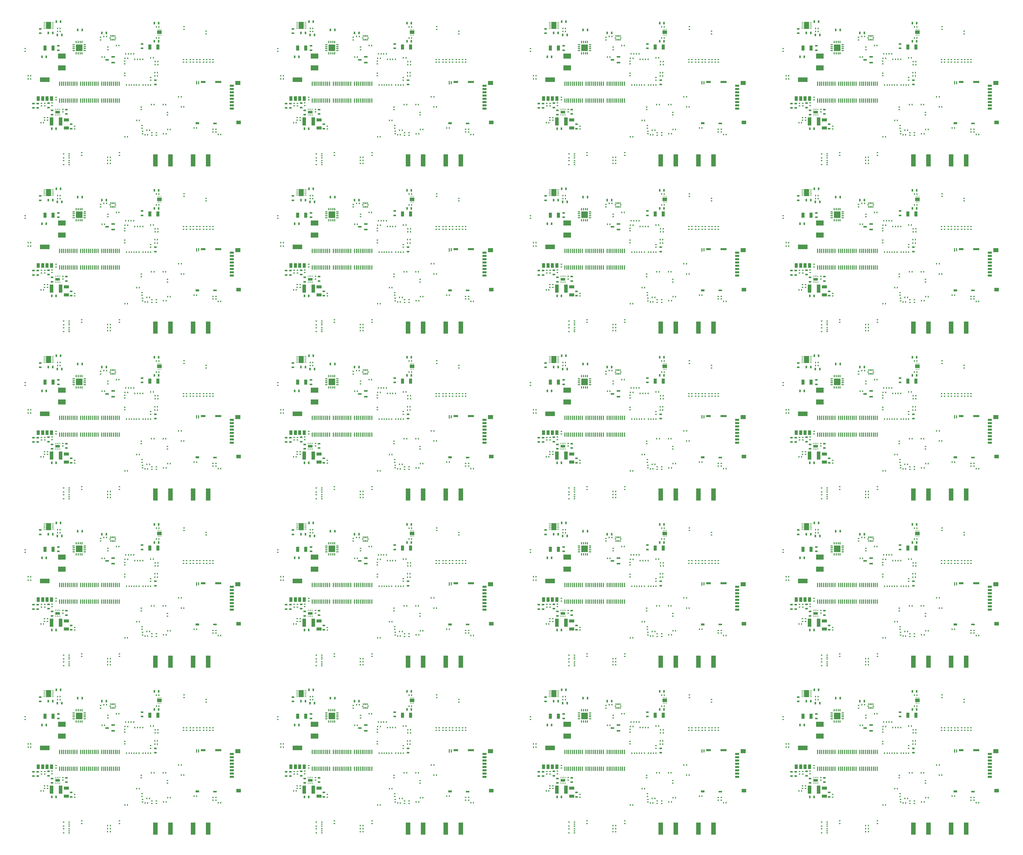
<source format=gbp>
G04 Layer_Color=128*
%FSLAX24Y24*%
%MOIN*%
G70*
G01*
G75*
%ADD11R,0.0236X0.0157*%
%ADD13O,0.0394X0.0138*%
%ADD14O,0.0138X0.0394*%
%ADD30R,0.0598X0.1598*%
%ADD32R,0.0157X0.0236*%
%ADD40R,0.0197X0.0354*%
%ADD41R,0.0354X0.0197*%
%ADD70R,0.0850X0.0850*%
%ADD71R,0.0118X0.0228*%
%ADD72R,0.0098X0.0138*%
%ADD73R,0.0630X0.0472*%
%ADD74O,0.0276X0.0098*%
%ADD75R,0.0650X0.0937*%
%ADD76R,0.0248X0.0138*%
%ADD77R,0.0236X0.0165*%
%ADD78R,0.0984X0.0669*%
%ADD79O,0.0118X0.0610*%
%ADD80R,0.1299X0.0591*%
%ADD81R,0.0394X0.0591*%
%ADD82R,0.0630X0.0354*%
%ADD83R,0.0110X0.0197*%
%ADD84R,0.0512X0.0236*%
%ADD85R,0.0492X0.1102*%
%ADD86R,0.0433X0.0669*%
%ADD87R,0.0669X0.0433*%
%ADD88R,0.0551X0.0315*%
%ADD89R,0.0709X0.0532*%
%ADD90R,0.0591X0.0457*%
%ADD91R,0.0843X0.0256*%
%ADD92R,0.0630X0.0256*%
%ADD93R,0.0512X0.0256*%
%ADD94R,0.0453X0.0236*%
%ADD95R,0.0177X0.0433*%
%ADD96R,0.0177X0.0453*%
D11*
X20950Y17451D02*
D03*
Y17097D02*
D03*
X24400Y29251D02*
D03*
Y28897D02*
D03*
X25350Y27951D02*
D03*
Y27597D02*
D03*
X35450Y30297D02*
D03*
Y30651D02*
D03*
X38400Y29697D02*
D03*
Y30051D02*
D03*
X35400Y25947D02*
D03*
Y26301D02*
D03*
X37150Y25947D02*
D03*
Y26301D02*
D03*
X36300Y25947D02*
D03*
Y26301D02*
D03*
X38900Y25947D02*
D03*
Y26301D02*
D03*
X38050Y25947D02*
D03*
Y26301D02*
D03*
X26900Y13597D02*
D03*
Y13951D02*
D03*
X21900Y13597D02*
D03*
Y13951D02*
D03*
X29900Y17551D02*
D03*
Y17197D02*
D03*
X17350Y18247D02*
D03*
Y18601D02*
D03*
X14400Y27751D02*
D03*
Y27397D02*
D03*
X37550Y26301D02*
D03*
Y25947D02*
D03*
X36700Y26301D02*
D03*
Y25947D02*
D03*
X39300Y26301D02*
D03*
Y25947D02*
D03*
X38450Y26301D02*
D03*
Y25947D02*
D03*
X35800Y26301D02*
D03*
Y25947D02*
D03*
X29950Y16447D02*
D03*
Y16801D02*
D03*
X31013Y23915D02*
D03*
Y23561D02*
D03*
X27587Y24506D02*
D03*
Y24152D02*
D03*
Y26081D02*
D03*
Y25726D02*
D03*
X31200Y16245D02*
D03*
Y16599D02*
D03*
X31800Y16245D02*
D03*
Y16599D02*
D03*
X33250Y18947D02*
D03*
Y19301D02*
D03*
X29800Y20001D02*
D03*
Y19647D02*
D03*
X16550Y20147D02*
D03*
Y20501D02*
D03*
X17950Y20197D02*
D03*
Y20551D02*
D03*
X19400Y19347D02*
D03*
Y19701D02*
D03*
X16950Y18247D02*
D03*
Y18601D02*
D03*
X17000Y20501D02*
D03*
Y20147D02*
D03*
X18500Y21301D02*
D03*
Y20947D02*
D03*
X39700Y16697D02*
D03*
Y17051D02*
D03*
X39300Y16697D02*
D03*
Y17051D02*
D03*
X54450Y17451D02*
D03*
Y17097D02*
D03*
X57900Y29251D02*
D03*
Y28897D02*
D03*
X58850Y27951D02*
D03*
Y27597D02*
D03*
X68950Y30297D02*
D03*
Y30651D02*
D03*
X71900Y29697D02*
D03*
Y30051D02*
D03*
X68900Y25947D02*
D03*
Y26301D02*
D03*
X70650Y25947D02*
D03*
Y26301D02*
D03*
X69800Y25947D02*
D03*
Y26301D02*
D03*
X72400Y25947D02*
D03*
Y26301D02*
D03*
X71550Y25947D02*
D03*
Y26301D02*
D03*
X60400Y13597D02*
D03*
Y13951D02*
D03*
X55400Y13597D02*
D03*
Y13951D02*
D03*
X63400Y17551D02*
D03*
Y17197D02*
D03*
X50850Y18247D02*
D03*
Y18601D02*
D03*
X47900Y27751D02*
D03*
Y27397D02*
D03*
X71050Y26301D02*
D03*
Y25947D02*
D03*
X70200Y26301D02*
D03*
Y25947D02*
D03*
X72800Y26301D02*
D03*
Y25947D02*
D03*
X71950Y26301D02*
D03*
Y25947D02*
D03*
X69300Y26301D02*
D03*
Y25947D02*
D03*
X63450Y16447D02*
D03*
Y16801D02*
D03*
X64513Y23915D02*
D03*
Y23561D02*
D03*
X61087Y24506D02*
D03*
Y24152D02*
D03*
Y26081D02*
D03*
Y25726D02*
D03*
X64700Y16245D02*
D03*
Y16599D02*
D03*
X65300Y16245D02*
D03*
Y16599D02*
D03*
X66750Y18947D02*
D03*
Y19301D02*
D03*
X63300Y20001D02*
D03*
Y19647D02*
D03*
X50050Y20147D02*
D03*
Y20501D02*
D03*
X51450Y20197D02*
D03*
Y20551D02*
D03*
X52900Y19347D02*
D03*
Y19701D02*
D03*
X50450Y18247D02*
D03*
Y18601D02*
D03*
X50500Y20501D02*
D03*
Y20147D02*
D03*
X52000Y21301D02*
D03*
Y20947D02*
D03*
X73200Y16697D02*
D03*
Y17051D02*
D03*
X72800Y16697D02*
D03*
Y17051D02*
D03*
X87950Y17451D02*
D03*
Y17097D02*
D03*
X91400Y29251D02*
D03*
Y28897D02*
D03*
X92350Y27951D02*
D03*
Y27597D02*
D03*
X102450Y30297D02*
D03*
Y30651D02*
D03*
X105400Y29697D02*
D03*
Y30051D02*
D03*
X102400Y25947D02*
D03*
Y26301D02*
D03*
X104150Y25947D02*
D03*
Y26301D02*
D03*
X103300Y25947D02*
D03*
Y26301D02*
D03*
X105900Y25947D02*
D03*
Y26301D02*
D03*
X105050Y25947D02*
D03*
Y26301D02*
D03*
X93900Y13597D02*
D03*
Y13951D02*
D03*
X88900Y13597D02*
D03*
Y13951D02*
D03*
X96900Y17551D02*
D03*
Y17197D02*
D03*
X84350Y18247D02*
D03*
Y18601D02*
D03*
X81400Y27751D02*
D03*
Y27397D02*
D03*
X104550Y26301D02*
D03*
Y25947D02*
D03*
X103700Y26301D02*
D03*
Y25947D02*
D03*
X106300Y26301D02*
D03*
Y25947D02*
D03*
X105450Y26301D02*
D03*
Y25947D02*
D03*
X102800Y26301D02*
D03*
Y25947D02*
D03*
X96950Y16447D02*
D03*
Y16801D02*
D03*
X98013Y23915D02*
D03*
Y23561D02*
D03*
X94587Y24506D02*
D03*
Y24152D02*
D03*
Y26081D02*
D03*
Y25726D02*
D03*
X98200Y16245D02*
D03*
Y16599D02*
D03*
X98800Y16245D02*
D03*
Y16599D02*
D03*
X100250Y18947D02*
D03*
Y19301D02*
D03*
X96800Y20001D02*
D03*
Y19647D02*
D03*
X83550Y20147D02*
D03*
Y20501D02*
D03*
X84950Y20197D02*
D03*
Y20551D02*
D03*
X86400Y19347D02*
D03*
Y19701D02*
D03*
X83950Y18247D02*
D03*
Y18601D02*
D03*
X84000Y20501D02*
D03*
Y20147D02*
D03*
X85500Y21301D02*
D03*
Y20947D02*
D03*
X106700Y16697D02*
D03*
Y17051D02*
D03*
X106300Y16697D02*
D03*
Y17051D02*
D03*
X121450Y17451D02*
D03*
Y17097D02*
D03*
X124900Y29251D02*
D03*
Y28897D02*
D03*
X125850Y27951D02*
D03*
Y27597D02*
D03*
X135950Y30297D02*
D03*
Y30651D02*
D03*
X138900Y29697D02*
D03*
Y30051D02*
D03*
X135900Y25947D02*
D03*
Y26301D02*
D03*
X137650Y25947D02*
D03*
Y26301D02*
D03*
X136800Y25947D02*
D03*
Y26301D02*
D03*
X139400Y25947D02*
D03*
Y26301D02*
D03*
X138550Y25947D02*
D03*
Y26301D02*
D03*
X127400Y13597D02*
D03*
Y13951D02*
D03*
X122400Y13597D02*
D03*
Y13951D02*
D03*
X130400Y17551D02*
D03*
Y17197D02*
D03*
X117850Y18247D02*
D03*
Y18601D02*
D03*
X114900Y27751D02*
D03*
Y27397D02*
D03*
X138050Y26301D02*
D03*
Y25947D02*
D03*
X137200Y26301D02*
D03*
Y25947D02*
D03*
X139800Y26301D02*
D03*
Y25947D02*
D03*
X138950Y26301D02*
D03*
Y25947D02*
D03*
X136300Y26301D02*
D03*
Y25947D02*
D03*
X130450Y16447D02*
D03*
Y16801D02*
D03*
X131513Y23915D02*
D03*
Y23561D02*
D03*
X128087Y24506D02*
D03*
Y24152D02*
D03*
Y26081D02*
D03*
Y25726D02*
D03*
X131700Y16245D02*
D03*
Y16599D02*
D03*
X132300Y16245D02*
D03*
Y16599D02*
D03*
X133750Y18947D02*
D03*
Y19301D02*
D03*
X130300Y20001D02*
D03*
Y19647D02*
D03*
X117050Y20147D02*
D03*
Y20501D02*
D03*
X118450Y20197D02*
D03*
Y20551D02*
D03*
X119900Y19347D02*
D03*
Y19701D02*
D03*
X117450Y18247D02*
D03*
Y18601D02*
D03*
X117500Y20501D02*
D03*
Y20147D02*
D03*
X119000Y21301D02*
D03*
Y20947D02*
D03*
X140200Y16697D02*
D03*
Y17051D02*
D03*
X139800Y16697D02*
D03*
Y17051D02*
D03*
X20950Y39601D02*
D03*
Y39247D02*
D03*
X24400Y51401D02*
D03*
Y51047D02*
D03*
X25350Y50101D02*
D03*
Y49747D02*
D03*
X35450Y52447D02*
D03*
Y52801D02*
D03*
X38400Y51847D02*
D03*
Y52201D02*
D03*
X35400Y48097D02*
D03*
Y48451D02*
D03*
X37150Y48097D02*
D03*
Y48451D02*
D03*
X36300Y48097D02*
D03*
Y48451D02*
D03*
X38900Y48097D02*
D03*
Y48451D02*
D03*
X38050Y48097D02*
D03*
Y48451D02*
D03*
X26900Y35747D02*
D03*
Y36101D02*
D03*
X21900Y35747D02*
D03*
Y36101D02*
D03*
X29900Y39701D02*
D03*
Y39347D02*
D03*
X17350Y40397D02*
D03*
Y40751D02*
D03*
X14400Y49901D02*
D03*
Y49547D02*
D03*
X37550Y48451D02*
D03*
Y48097D02*
D03*
X36700Y48451D02*
D03*
Y48097D02*
D03*
X39300Y48451D02*
D03*
Y48097D02*
D03*
X38450Y48451D02*
D03*
Y48097D02*
D03*
X35800Y48451D02*
D03*
Y48097D02*
D03*
X29950Y38597D02*
D03*
Y38951D02*
D03*
X31013Y46065D02*
D03*
Y45711D02*
D03*
X27587Y46656D02*
D03*
Y46302D02*
D03*
Y48231D02*
D03*
Y47876D02*
D03*
X31200Y38395D02*
D03*
Y38749D02*
D03*
X31800Y38395D02*
D03*
Y38749D02*
D03*
X33250Y41097D02*
D03*
Y41451D02*
D03*
X29800Y42151D02*
D03*
Y41797D02*
D03*
X16550Y42297D02*
D03*
Y42651D02*
D03*
X17950Y42347D02*
D03*
Y42701D02*
D03*
X19400Y41497D02*
D03*
Y41851D02*
D03*
X16950Y40397D02*
D03*
Y40751D02*
D03*
X17000Y42651D02*
D03*
Y42297D02*
D03*
X18500Y43451D02*
D03*
Y43097D02*
D03*
X39700Y38847D02*
D03*
Y39201D02*
D03*
X39300Y38847D02*
D03*
Y39201D02*
D03*
X54450Y39601D02*
D03*
Y39247D02*
D03*
X57900Y51401D02*
D03*
Y51047D02*
D03*
X58850Y50101D02*
D03*
Y49747D02*
D03*
X68950Y52447D02*
D03*
Y52801D02*
D03*
X71900Y51847D02*
D03*
Y52201D02*
D03*
X68900Y48097D02*
D03*
Y48451D02*
D03*
X70650Y48097D02*
D03*
Y48451D02*
D03*
X69800Y48097D02*
D03*
Y48451D02*
D03*
X72400Y48097D02*
D03*
Y48451D02*
D03*
X71550Y48097D02*
D03*
Y48451D02*
D03*
X60400Y35747D02*
D03*
Y36101D02*
D03*
X55400Y35747D02*
D03*
Y36101D02*
D03*
X63400Y39701D02*
D03*
Y39347D02*
D03*
X50850Y40397D02*
D03*
Y40751D02*
D03*
X47900Y49901D02*
D03*
Y49547D02*
D03*
X71050Y48451D02*
D03*
Y48097D02*
D03*
X70200Y48451D02*
D03*
Y48097D02*
D03*
X72800Y48451D02*
D03*
Y48097D02*
D03*
X71950Y48451D02*
D03*
Y48097D02*
D03*
X69300Y48451D02*
D03*
Y48097D02*
D03*
X63450Y38597D02*
D03*
Y38951D02*
D03*
X64513Y46065D02*
D03*
Y45711D02*
D03*
X61087Y46656D02*
D03*
Y46302D02*
D03*
Y48231D02*
D03*
Y47876D02*
D03*
X64700Y38395D02*
D03*
Y38749D02*
D03*
X65300Y38395D02*
D03*
Y38749D02*
D03*
X66750Y41097D02*
D03*
Y41451D02*
D03*
X63300Y42151D02*
D03*
Y41797D02*
D03*
X50050Y42297D02*
D03*
Y42651D02*
D03*
X51450Y42347D02*
D03*
Y42701D02*
D03*
X52900Y41497D02*
D03*
Y41851D02*
D03*
X50450Y40397D02*
D03*
Y40751D02*
D03*
X50500Y42651D02*
D03*
Y42297D02*
D03*
X52000Y43451D02*
D03*
Y43097D02*
D03*
X73200Y38847D02*
D03*
Y39201D02*
D03*
X72800Y38847D02*
D03*
Y39201D02*
D03*
X87950Y39601D02*
D03*
Y39247D02*
D03*
X91400Y51401D02*
D03*
Y51047D02*
D03*
X92350Y50101D02*
D03*
Y49747D02*
D03*
X102450Y52447D02*
D03*
Y52801D02*
D03*
X105400Y51847D02*
D03*
Y52201D02*
D03*
X102400Y48097D02*
D03*
Y48451D02*
D03*
X104150Y48097D02*
D03*
Y48451D02*
D03*
X103300Y48097D02*
D03*
Y48451D02*
D03*
X105900Y48097D02*
D03*
Y48451D02*
D03*
X105050Y48097D02*
D03*
Y48451D02*
D03*
X93900Y35747D02*
D03*
Y36101D02*
D03*
X88900Y35747D02*
D03*
Y36101D02*
D03*
X96900Y39701D02*
D03*
Y39347D02*
D03*
X84350Y40397D02*
D03*
Y40751D02*
D03*
X81400Y49901D02*
D03*
Y49547D02*
D03*
X104550Y48451D02*
D03*
Y48097D02*
D03*
X103700Y48451D02*
D03*
Y48097D02*
D03*
X106300Y48451D02*
D03*
Y48097D02*
D03*
X105450Y48451D02*
D03*
Y48097D02*
D03*
X102800Y48451D02*
D03*
Y48097D02*
D03*
X96950Y38597D02*
D03*
Y38951D02*
D03*
X98013Y46065D02*
D03*
Y45711D02*
D03*
X94587Y46656D02*
D03*
Y46302D02*
D03*
Y48231D02*
D03*
Y47876D02*
D03*
X98200Y38395D02*
D03*
Y38749D02*
D03*
X98800Y38395D02*
D03*
Y38749D02*
D03*
X100250Y41097D02*
D03*
Y41451D02*
D03*
X96800Y42151D02*
D03*
Y41797D02*
D03*
X83550Y42297D02*
D03*
Y42651D02*
D03*
X84950Y42347D02*
D03*
Y42701D02*
D03*
X86400Y41497D02*
D03*
Y41851D02*
D03*
X83950Y40397D02*
D03*
Y40751D02*
D03*
X84000Y42651D02*
D03*
Y42297D02*
D03*
X85500Y43451D02*
D03*
Y43097D02*
D03*
X106700Y38847D02*
D03*
Y39201D02*
D03*
X106300Y38847D02*
D03*
Y39201D02*
D03*
X121450Y39601D02*
D03*
Y39247D02*
D03*
X124900Y51401D02*
D03*
Y51047D02*
D03*
X125850Y50101D02*
D03*
Y49747D02*
D03*
X135950Y52447D02*
D03*
Y52801D02*
D03*
X138900Y51847D02*
D03*
Y52201D02*
D03*
X135900Y48097D02*
D03*
Y48451D02*
D03*
X137650Y48097D02*
D03*
Y48451D02*
D03*
X136800Y48097D02*
D03*
Y48451D02*
D03*
X139400Y48097D02*
D03*
Y48451D02*
D03*
X138550Y48097D02*
D03*
Y48451D02*
D03*
X127400Y35747D02*
D03*
Y36101D02*
D03*
X122400Y35747D02*
D03*
Y36101D02*
D03*
X130400Y39701D02*
D03*
Y39347D02*
D03*
X117850Y40397D02*
D03*
Y40751D02*
D03*
X114900Y49901D02*
D03*
Y49547D02*
D03*
X138050Y48451D02*
D03*
Y48097D02*
D03*
X137200Y48451D02*
D03*
Y48097D02*
D03*
X139800Y48451D02*
D03*
Y48097D02*
D03*
X138950Y48451D02*
D03*
Y48097D02*
D03*
X136300Y48451D02*
D03*
Y48097D02*
D03*
X130450Y38597D02*
D03*
Y38951D02*
D03*
X131513Y46065D02*
D03*
Y45711D02*
D03*
X128087Y46656D02*
D03*
Y46302D02*
D03*
Y48231D02*
D03*
Y47876D02*
D03*
X131700Y38395D02*
D03*
Y38749D02*
D03*
X132300Y38395D02*
D03*
Y38749D02*
D03*
X133750Y41097D02*
D03*
Y41451D02*
D03*
X130300Y42151D02*
D03*
Y41797D02*
D03*
X117050Y42297D02*
D03*
Y42651D02*
D03*
X118450Y42347D02*
D03*
Y42701D02*
D03*
X119900Y41497D02*
D03*
Y41851D02*
D03*
X117450Y40397D02*
D03*
Y40751D02*
D03*
X117500Y42651D02*
D03*
Y42297D02*
D03*
X119000Y43451D02*
D03*
Y43097D02*
D03*
X140200Y38847D02*
D03*
Y39201D02*
D03*
X139800Y38847D02*
D03*
Y39201D02*
D03*
X20950Y61751D02*
D03*
Y61397D02*
D03*
X24400Y73551D02*
D03*
Y73197D02*
D03*
X25350Y72251D02*
D03*
Y71897D02*
D03*
X35450Y74597D02*
D03*
Y74951D02*
D03*
X38400Y73997D02*
D03*
Y74351D02*
D03*
X35400Y70247D02*
D03*
Y70601D02*
D03*
X37150Y70247D02*
D03*
Y70601D02*
D03*
X36300Y70247D02*
D03*
Y70601D02*
D03*
X38900Y70247D02*
D03*
Y70601D02*
D03*
X38050Y70247D02*
D03*
Y70601D02*
D03*
X26900Y57897D02*
D03*
Y58251D02*
D03*
X21900Y57897D02*
D03*
Y58251D02*
D03*
X29900Y61851D02*
D03*
Y61497D02*
D03*
X17350Y62547D02*
D03*
Y62901D02*
D03*
X14400Y72051D02*
D03*
Y71697D02*
D03*
X37550Y70601D02*
D03*
Y70247D02*
D03*
X36700Y70601D02*
D03*
Y70247D02*
D03*
X39300Y70601D02*
D03*
Y70247D02*
D03*
X38450Y70601D02*
D03*
Y70247D02*
D03*
X35800Y70601D02*
D03*
Y70247D02*
D03*
X29950Y60747D02*
D03*
Y61101D02*
D03*
X31013Y68215D02*
D03*
Y67861D02*
D03*
X27587Y68806D02*
D03*
Y68452D02*
D03*
Y70381D02*
D03*
Y70026D02*
D03*
X31200Y60545D02*
D03*
Y60899D02*
D03*
X31800Y60545D02*
D03*
Y60899D02*
D03*
X33250Y63247D02*
D03*
Y63601D02*
D03*
X29800Y64301D02*
D03*
Y63947D02*
D03*
X16550Y64447D02*
D03*
Y64801D02*
D03*
X17950Y64497D02*
D03*
Y64851D02*
D03*
X19400Y63647D02*
D03*
Y64001D02*
D03*
X16950Y62547D02*
D03*
Y62901D02*
D03*
X17000Y64801D02*
D03*
Y64447D02*
D03*
X18500Y65601D02*
D03*
Y65247D02*
D03*
X39700Y60997D02*
D03*
Y61351D02*
D03*
X39300Y60997D02*
D03*
Y61351D02*
D03*
X54450Y61751D02*
D03*
Y61397D02*
D03*
X57900Y73551D02*
D03*
Y73197D02*
D03*
X58850Y72251D02*
D03*
Y71897D02*
D03*
X68950Y74597D02*
D03*
Y74951D02*
D03*
X71900Y73997D02*
D03*
Y74351D02*
D03*
X68900Y70247D02*
D03*
Y70601D02*
D03*
X70650Y70247D02*
D03*
Y70601D02*
D03*
X69800Y70247D02*
D03*
Y70601D02*
D03*
X72400Y70247D02*
D03*
Y70601D02*
D03*
X71550Y70247D02*
D03*
Y70601D02*
D03*
X60400Y57897D02*
D03*
Y58251D02*
D03*
X55400Y57897D02*
D03*
Y58251D02*
D03*
X63400Y61851D02*
D03*
Y61497D02*
D03*
X50850Y62547D02*
D03*
Y62901D02*
D03*
X47900Y72051D02*
D03*
Y71697D02*
D03*
X71050Y70601D02*
D03*
Y70247D02*
D03*
X70200Y70601D02*
D03*
Y70247D02*
D03*
X72800Y70601D02*
D03*
Y70247D02*
D03*
X71950Y70601D02*
D03*
Y70247D02*
D03*
X69300Y70601D02*
D03*
Y70247D02*
D03*
X63450Y60747D02*
D03*
Y61101D02*
D03*
X64513Y68215D02*
D03*
Y67861D02*
D03*
X61087Y68806D02*
D03*
Y68452D02*
D03*
Y70381D02*
D03*
Y70026D02*
D03*
X64700Y60545D02*
D03*
Y60899D02*
D03*
X65300Y60545D02*
D03*
Y60899D02*
D03*
X66750Y63247D02*
D03*
Y63601D02*
D03*
X63300Y64301D02*
D03*
Y63947D02*
D03*
X50050Y64447D02*
D03*
Y64801D02*
D03*
X51450Y64497D02*
D03*
Y64851D02*
D03*
X52900Y63647D02*
D03*
Y64001D02*
D03*
X50450Y62547D02*
D03*
Y62901D02*
D03*
X50500Y64801D02*
D03*
Y64447D02*
D03*
X52000Y65601D02*
D03*
Y65247D02*
D03*
X73200Y60997D02*
D03*
Y61351D02*
D03*
X72800Y60997D02*
D03*
Y61351D02*
D03*
X87950Y61751D02*
D03*
Y61397D02*
D03*
X91400Y73551D02*
D03*
Y73197D02*
D03*
X92350Y72251D02*
D03*
Y71897D02*
D03*
X102450Y74597D02*
D03*
Y74951D02*
D03*
X105400Y73997D02*
D03*
Y74351D02*
D03*
X102400Y70247D02*
D03*
Y70601D02*
D03*
X104150Y70247D02*
D03*
Y70601D02*
D03*
X103300Y70247D02*
D03*
Y70601D02*
D03*
X105900Y70247D02*
D03*
Y70601D02*
D03*
X105050Y70247D02*
D03*
Y70601D02*
D03*
X93900Y57897D02*
D03*
Y58251D02*
D03*
X88900Y57897D02*
D03*
Y58251D02*
D03*
X96900Y61851D02*
D03*
Y61497D02*
D03*
X84350Y62547D02*
D03*
Y62901D02*
D03*
X81400Y72051D02*
D03*
Y71697D02*
D03*
X104550Y70601D02*
D03*
Y70247D02*
D03*
X103700Y70601D02*
D03*
Y70247D02*
D03*
X106300Y70601D02*
D03*
Y70247D02*
D03*
X105450Y70601D02*
D03*
Y70247D02*
D03*
X102800Y70601D02*
D03*
Y70247D02*
D03*
X96950Y60747D02*
D03*
Y61101D02*
D03*
X98013Y68215D02*
D03*
Y67861D02*
D03*
X94587Y68806D02*
D03*
Y68452D02*
D03*
Y70381D02*
D03*
Y70026D02*
D03*
X98200Y60545D02*
D03*
Y60899D02*
D03*
X98800Y60545D02*
D03*
Y60899D02*
D03*
X100250Y63247D02*
D03*
Y63601D02*
D03*
X96800Y64301D02*
D03*
Y63947D02*
D03*
X83550Y64447D02*
D03*
Y64801D02*
D03*
X84950Y64497D02*
D03*
Y64851D02*
D03*
X86400Y63647D02*
D03*
Y64001D02*
D03*
X83950Y62547D02*
D03*
Y62901D02*
D03*
X84000Y64801D02*
D03*
Y64447D02*
D03*
X85500Y65601D02*
D03*
Y65247D02*
D03*
X106700Y60997D02*
D03*
Y61351D02*
D03*
X106300Y60997D02*
D03*
Y61351D02*
D03*
X121450Y61751D02*
D03*
Y61397D02*
D03*
X124900Y73551D02*
D03*
Y73197D02*
D03*
X125850Y72251D02*
D03*
Y71897D02*
D03*
X135950Y74597D02*
D03*
Y74951D02*
D03*
X138900Y73997D02*
D03*
Y74351D02*
D03*
X135900Y70247D02*
D03*
Y70601D02*
D03*
X137650Y70247D02*
D03*
Y70601D02*
D03*
X136800Y70247D02*
D03*
Y70601D02*
D03*
X139400Y70247D02*
D03*
Y70601D02*
D03*
X138550Y70247D02*
D03*
Y70601D02*
D03*
X127400Y57897D02*
D03*
Y58251D02*
D03*
X122400Y57897D02*
D03*
Y58251D02*
D03*
X130400Y61851D02*
D03*
Y61497D02*
D03*
X117850Y62547D02*
D03*
Y62901D02*
D03*
X114900Y72051D02*
D03*
Y71697D02*
D03*
X138050Y70601D02*
D03*
Y70247D02*
D03*
X137200Y70601D02*
D03*
Y70247D02*
D03*
X139800Y70601D02*
D03*
Y70247D02*
D03*
X138950Y70601D02*
D03*
Y70247D02*
D03*
X136300Y70601D02*
D03*
Y70247D02*
D03*
X130450Y60747D02*
D03*
Y61101D02*
D03*
X131513Y68215D02*
D03*
Y67861D02*
D03*
X128087Y68806D02*
D03*
Y68452D02*
D03*
Y70381D02*
D03*
Y70026D02*
D03*
X131700Y60545D02*
D03*
Y60899D02*
D03*
X132300Y60545D02*
D03*
Y60899D02*
D03*
X133750Y63247D02*
D03*
Y63601D02*
D03*
X130300Y64301D02*
D03*
Y63947D02*
D03*
X117050Y64447D02*
D03*
Y64801D02*
D03*
X118450Y64497D02*
D03*
Y64851D02*
D03*
X119900Y63647D02*
D03*
Y64001D02*
D03*
X117450Y62547D02*
D03*
Y62901D02*
D03*
X117500Y64801D02*
D03*
Y64447D02*
D03*
X119000Y65601D02*
D03*
Y65247D02*
D03*
X140200Y60997D02*
D03*
Y61351D02*
D03*
X139800Y60997D02*
D03*
Y61351D02*
D03*
X20950Y83901D02*
D03*
Y83547D02*
D03*
X24400Y95701D02*
D03*
Y95347D02*
D03*
X25350Y94401D02*
D03*
Y94047D02*
D03*
X35450Y96747D02*
D03*
Y97101D02*
D03*
X38400Y96147D02*
D03*
Y96501D02*
D03*
X35400Y92397D02*
D03*
Y92751D02*
D03*
X37150Y92397D02*
D03*
Y92751D02*
D03*
X36300Y92397D02*
D03*
Y92751D02*
D03*
X38900Y92397D02*
D03*
Y92751D02*
D03*
X38050Y92397D02*
D03*
Y92751D02*
D03*
X26900Y80047D02*
D03*
Y80401D02*
D03*
X21900Y80047D02*
D03*
Y80401D02*
D03*
X29900Y84001D02*
D03*
Y83647D02*
D03*
X17350Y84697D02*
D03*
Y85051D02*
D03*
X14400Y94201D02*
D03*
Y93847D02*
D03*
X37550Y92751D02*
D03*
Y92397D02*
D03*
X36700Y92751D02*
D03*
Y92397D02*
D03*
X39300Y92751D02*
D03*
Y92397D02*
D03*
X38450Y92751D02*
D03*
Y92397D02*
D03*
X35800Y92751D02*
D03*
Y92397D02*
D03*
X29950Y82897D02*
D03*
Y83251D02*
D03*
X31013Y90365D02*
D03*
Y90011D02*
D03*
X27587Y90956D02*
D03*
Y90602D02*
D03*
Y92531D02*
D03*
Y92176D02*
D03*
X31200Y82695D02*
D03*
Y83049D02*
D03*
X31800Y82695D02*
D03*
Y83049D02*
D03*
X33250Y85397D02*
D03*
Y85751D02*
D03*
X29800Y86451D02*
D03*
Y86097D02*
D03*
X16550Y86597D02*
D03*
Y86951D02*
D03*
X17950Y86647D02*
D03*
Y87001D02*
D03*
X19400Y85797D02*
D03*
Y86151D02*
D03*
X16950Y84697D02*
D03*
Y85051D02*
D03*
X17000Y86951D02*
D03*
Y86597D02*
D03*
X18500Y87751D02*
D03*
Y87397D02*
D03*
X39700Y83147D02*
D03*
Y83501D02*
D03*
X39300Y83147D02*
D03*
Y83501D02*
D03*
X54450Y83901D02*
D03*
Y83547D02*
D03*
X57900Y95701D02*
D03*
Y95347D02*
D03*
X58850Y94401D02*
D03*
Y94047D02*
D03*
X68950Y96747D02*
D03*
Y97101D02*
D03*
X71900Y96147D02*
D03*
Y96501D02*
D03*
X68900Y92397D02*
D03*
Y92751D02*
D03*
X70650Y92397D02*
D03*
Y92751D02*
D03*
X69800Y92397D02*
D03*
Y92751D02*
D03*
X72400Y92397D02*
D03*
Y92751D02*
D03*
X71550Y92397D02*
D03*
Y92751D02*
D03*
X60400Y80047D02*
D03*
Y80401D02*
D03*
X55400Y80047D02*
D03*
Y80401D02*
D03*
X63400Y84001D02*
D03*
Y83647D02*
D03*
X50850Y84697D02*
D03*
Y85051D02*
D03*
X47900Y94201D02*
D03*
Y93847D02*
D03*
X71050Y92751D02*
D03*
Y92397D02*
D03*
X70200Y92751D02*
D03*
Y92397D02*
D03*
X72800Y92751D02*
D03*
Y92397D02*
D03*
X71950Y92751D02*
D03*
Y92397D02*
D03*
X69300Y92751D02*
D03*
Y92397D02*
D03*
X63450Y82897D02*
D03*
Y83251D02*
D03*
X64513Y90365D02*
D03*
Y90011D02*
D03*
X61087Y90956D02*
D03*
Y90602D02*
D03*
Y92531D02*
D03*
Y92176D02*
D03*
X64700Y82695D02*
D03*
Y83049D02*
D03*
X65300Y82695D02*
D03*
Y83049D02*
D03*
X66750Y85397D02*
D03*
Y85751D02*
D03*
X63300Y86451D02*
D03*
Y86097D02*
D03*
X50050Y86597D02*
D03*
Y86951D02*
D03*
X51450Y86647D02*
D03*
Y87001D02*
D03*
X52900Y85797D02*
D03*
Y86151D02*
D03*
X50450Y84697D02*
D03*
Y85051D02*
D03*
X50500Y86951D02*
D03*
Y86597D02*
D03*
X52000Y87751D02*
D03*
Y87397D02*
D03*
X73200Y83147D02*
D03*
Y83501D02*
D03*
X72800Y83147D02*
D03*
Y83501D02*
D03*
X87950Y83901D02*
D03*
Y83547D02*
D03*
X91400Y95701D02*
D03*
Y95347D02*
D03*
X92350Y94401D02*
D03*
Y94047D02*
D03*
X102450Y96747D02*
D03*
Y97101D02*
D03*
X105400Y96147D02*
D03*
Y96501D02*
D03*
X102400Y92397D02*
D03*
Y92751D02*
D03*
X104150Y92397D02*
D03*
Y92751D02*
D03*
X103300Y92397D02*
D03*
Y92751D02*
D03*
X105900Y92397D02*
D03*
Y92751D02*
D03*
X105050Y92397D02*
D03*
Y92751D02*
D03*
X93900Y80047D02*
D03*
Y80401D02*
D03*
X88900Y80047D02*
D03*
Y80401D02*
D03*
X96900Y84001D02*
D03*
Y83647D02*
D03*
X84350Y84697D02*
D03*
Y85051D02*
D03*
X81400Y94201D02*
D03*
Y93847D02*
D03*
X104550Y92751D02*
D03*
Y92397D02*
D03*
X103700Y92751D02*
D03*
Y92397D02*
D03*
X106300Y92751D02*
D03*
Y92397D02*
D03*
X105450Y92751D02*
D03*
Y92397D02*
D03*
X102800Y92751D02*
D03*
Y92397D02*
D03*
X96950Y82897D02*
D03*
Y83251D02*
D03*
X98013Y90365D02*
D03*
Y90011D02*
D03*
X94587Y90956D02*
D03*
Y90602D02*
D03*
Y92531D02*
D03*
Y92176D02*
D03*
X98200Y82695D02*
D03*
Y83049D02*
D03*
X98800Y82695D02*
D03*
Y83049D02*
D03*
X100250Y85397D02*
D03*
Y85751D02*
D03*
X96800Y86451D02*
D03*
Y86097D02*
D03*
X83550Y86597D02*
D03*
Y86951D02*
D03*
X84950Y86647D02*
D03*
Y87001D02*
D03*
X86400Y85797D02*
D03*
Y86151D02*
D03*
X83950Y84697D02*
D03*
Y85051D02*
D03*
X84000Y86951D02*
D03*
Y86597D02*
D03*
X85500Y87751D02*
D03*
Y87397D02*
D03*
X106700Y83147D02*
D03*
Y83501D02*
D03*
X106300Y83147D02*
D03*
Y83501D02*
D03*
X121450Y83901D02*
D03*
Y83547D02*
D03*
X124900Y95701D02*
D03*
Y95347D02*
D03*
X125850Y94401D02*
D03*
Y94047D02*
D03*
X135950Y96747D02*
D03*
Y97101D02*
D03*
X138900Y96147D02*
D03*
Y96501D02*
D03*
X135900Y92397D02*
D03*
Y92751D02*
D03*
X137650Y92397D02*
D03*
Y92751D02*
D03*
X136800Y92397D02*
D03*
Y92751D02*
D03*
X139400Y92397D02*
D03*
Y92751D02*
D03*
X138550Y92397D02*
D03*
Y92751D02*
D03*
X127400Y80047D02*
D03*
Y80401D02*
D03*
X122400Y80047D02*
D03*
Y80401D02*
D03*
X130400Y84001D02*
D03*
Y83647D02*
D03*
X117850Y84697D02*
D03*
Y85051D02*
D03*
X114900Y94201D02*
D03*
Y93847D02*
D03*
X138050Y92751D02*
D03*
Y92397D02*
D03*
X137200Y92751D02*
D03*
Y92397D02*
D03*
X139800Y92751D02*
D03*
Y92397D02*
D03*
X138950Y92751D02*
D03*
Y92397D02*
D03*
X136300Y92751D02*
D03*
Y92397D02*
D03*
X130450Y82897D02*
D03*
Y83251D02*
D03*
X131513Y90365D02*
D03*
Y90011D02*
D03*
X128087Y90956D02*
D03*
Y90602D02*
D03*
Y92531D02*
D03*
Y92176D02*
D03*
X131700Y82695D02*
D03*
Y83049D02*
D03*
X132300Y82695D02*
D03*
Y83049D02*
D03*
X133750Y85397D02*
D03*
Y85751D02*
D03*
X130300Y86451D02*
D03*
Y86097D02*
D03*
X117050Y86597D02*
D03*
Y86951D02*
D03*
X118450Y86647D02*
D03*
Y87001D02*
D03*
X119900Y85797D02*
D03*
Y86151D02*
D03*
X117450Y84697D02*
D03*
Y85051D02*
D03*
X117500Y86951D02*
D03*
Y86597D02*
D03*
X119000Y87751D02*
D03*
Y87397D02*
D03*
X140200Y83147D02*
D03*
Y83501D02*
D03*
X139800Y83147D02*
D03*
Y83501D02*
D03*
X20950Y106051D02*
D03*
Y105697D02*
D03*
X24400Y117851D02*
D03*
Y117497D02*
D03*
X25350Y116551D02*
D03*
Y116197D02*
D03*
X35450Y118897D02*
D03*
Y119251D02*
D03*
X38400Y118297D02*
D03*
Y118651D02*
D03*
X35400Y114547D02*
D03*
Y114901D02*
D03*
X37150Y114547D02*
D03*
Y114901D02*
D03*
X36300Y114547D02*
D03*
Y114901D02*
D03*
X38900Y114547D02*
D03*
Y114901D02*
D03*
X38050Y114547D02*
D03*
Y114901D02*
D03*
X26900Y102197D02*
D03*
Y102551D02*
D03*
X21900Y102197D02*
D03*
Y102551D02*
D03*
X29900Y106151D02*
D03*
Y105797D02*
D03*
X17350Y106847D02*
D03*
Y107201D02*
D03*
X14400Y116351D02*
D03*
Y115997D02*
D03*
X37550Y114901D02*
D03*
Y114547D02*
D03*
X36700Y114901D02*
D03*
Y114547D02*
D03*
X39300Y114901D02*
D03*
Y114547D02*
D03*
X38450Y114901D02*
D03*
Y114547D02*
D03*
X35800Y114901D02*
D03*
Y114547D02*
D03*
X29950Y105047D02*
D03*
Y105401D02*
D03*
X31013Y112515D02*
D03*
Y112161D02*
D03*
X27587Y113106D02*
D03*
Y112752D02*
D03*
Y114681D02*
D03*
Y114326D02*
D03*
X31200Y104845D02*
D03*
Y105199D02*
D03*
X31800Y104845D02*
D03*
Y105199D02*
D03*
X33250Y107547D02*
D03*
Y107901D02*
D03*
X29800Y108601D02*
D03*
Y108247D02*
D03*
X16550Y108747D02*
D03*
Y109101D02*
D03*
X17950Y108797D02*
D03*
Y109151D02*
D03*
X19400Y107947D02*
D03*
Y108301D02*
D03*
X16950Y106847D02*
D03*
Y107201D02*
D03*
X17000Y109101D02*
D03*
Y108747D02*
D03*
X18500Y109901D02*
D03*
Y109547D02*
D03*
X39700Y105297D02*
D03*
Y105651D02*
D03*
X39300Y105297D02*
D03*
Y105651D02*
D03*
X54450Y106051D02*
D03*
Y105697D02*
D03*
X57900Y117851D02*
D03*
Y117497D02*
D03*
X58850Y116551D02*
D03*
Y116197D02*
D03*
X68950Y118897D02*
D03*
Y119251D02*
D03*
X71900Y118297D02*
D03*
Y118651D02*
D03*
X68900Y114547D02*
D03*
Y114901D02*
D03*
X70650Y114547D02*
D03*
Y114901D02*
D03*
X69800Y114547D02*
D03*
Y114901D02*
D03*
X72400Y114547D02*
D03*
Y114901D02*
D03*
X71550Y114547D02*
D03*
Y114901D02*
D03*
X60400Y102197D02*
D03*
Y102551D02*
D03*
X55400Y102197D02*
D03*
Y102551D02*
D03*
X63400Y106151D02*
D03*
Y105797D02*
D03*
X50850Y106847D02*
D03*
Y107201D02*
D03*
X47900Y116351D02*
D03*
Y115997D02*
D03*
X71050Y114901D02*
D03*
Y114547D02*
D03*
X70200Y114901D02*
D03*
Y114547D02*
D03*
X72800Y114901D02*
D03*
Y114547D02*
D03*
X71950Y114901D02*
D03*
Y114547D02*
D03*
X69300Y114901D02*
D03*
Y114547D02*
D03*
X63450Y105047D02*
D03*
Y105401D02*
D03*
X64513Y112515D02*
D03*
Y112161D02*
D03*
X61087Y113106D02*
D03*
Y112752D02*
D03*
Y114681D02*
D03*
Y114326D02*
D03*
X64700Y104845D02*
D03*
Y105199D02*
D03*
X65300Y104845D02*
D03*
Y105199D02*
D03*
X66750Y107547D02*
D03*
Y107901D02*
D03*
X63300Y108601D02*
D03*
Y108247D02*
D03*
X50050Y108747D02*
D03*
Y109101D02*
D03*
X51450Y108797D02*
D03*
Y109151D02*
D03*
X52900Y107947D02*
D03*
Y108301D02*
D03*
X50450Y106847D02*
D03*
Y107201D02*
D03*
X50500Y109101D02*
D03*
Y108747D02*
D03*
X52000Y109901D02*
D03*
Y109547D02*
D03*
X73200Y105297D02*
D03*
Y105651D02*
D03*
X72800Y105297D02*
D03*
Y105651D02*
D03*
X87950Y106051D02*
D03*
Y105697D02*
D03*
X91400Y117851D02*
D03*
Y117497D02*
D03*
X92350Y116551D02*
D03*
Y116197D02*
D03*
X102450Y118897D02*
D03*
Y119251D02*
D03*
X105400Y118297D02*
D03*
Y118651D02*
D03*
X102400Y114547D02*
D03*
Y114901D02*
D03*
X104150Y114547D02*
D03*
Y114901D02*
D03*
X103300Y114547D02*
D03*
Y114901D02*
D03*
X105900Y114547D02*
D03*
Y114901D02*
D03*
X105050Y114547D02*
D03*
Y114901D02*
D03*
X93900Y102197D02*
D03*
Y102551D02*
D03*
X88900Y102197D02*
D03*
Y102551D02*
D03*
X96900Y106151D02*
D03*
Y105797D02*
D03*
X84350Y106847D02*
D03*
Y107201D02*
D03*
X81400Y116351D02*
D03*
Y115997D02*
D03*
X104550Y114901D02*
D03*
Y114547D02*
D03*
X103700Y114901D02*
D03*
Y114547D02*
D03*
X106300Y114901D02*
D03*
Y114547D02*
D03*
X105450Y114901D02*
D03*
Y114547D02*
D03*
X102800Y114901D02*
D03*
Y114547D02*
D03*
X96950Y105047D02*
D03*
Y105401D02*
D03*
X98013Y112515D02*
D03*
Y112161D02*
D03*
X94587Y113106D02*
D03*
Y112752D02*
D03*
Y114681D02*
D03*
Y114326D02*
D03*
X98200Y104845D02*
D03*
Y105199D02*
D03*
X98800Y104845D02*
D03*
Y105199D02*
D03*
X100250Y107547D02*
D03*
Y107901D02*
D03*
X96800Y108601D02*
D03*
Y108247D02*
D03*
X83550Y108747D02*
D03*
Y109101D02*
D03*
X84950Y108797D02*
D03*
Y109151D02*
D03*
X86400Y107947D02*
D03*
Y108301D02*
D03*
X83950Y106847D02*
D03*
Y107201D02*
D03*
X84000Y109101D02*
D03*
Y108747D02*
D03*
X85500Y109901D02*
D03*
Y109547D02*
D03*
X106700Y105297D02*
D03*
Y105651D02*
D03*
X106300Y105297D02*
D03*
Y105651D02*
D03*
X121450Y106051D02*
D03*
Y105697D02*
D03*
X124900Y117851D02*
D03*
Y117497D02*
D03*
X125850Y116551D02*
D03*
Y116197D02*
D03*
X135950Y118897D02*
D03*
Y119251D02*
D03*
X138900Y118297D02*
D03*
Y118651D02*
D03*
X135900Y114547D02*
D03*
Y114901D02*
D03*
X137650Y114547D02*
D03*
Y114901D02*
D03*
X136800Y114547D02*
D03*
Y114901D02*
D03*
X139400Y114547D02*
D03*
Y114901D02*
D03*
X138550Y114547D02*
D03*
Y114901D02*
D03*
X127400Y102197D02*
D03*
Y102551D02*
D03*
X122400Y102197D02*
D03*
Y102551D02*
D03*
X130400Y106151D02*
D03*
Y105797D02*
D03*
X117850Y106847D02*
D03*
Y107201D02*
D03*
X114900Y116351D02*
D03*
Y115997D02*
D03*
X138050Y114901D02*
D03*
Y114547D02*
D03*
X137200Y114901D02*
D03*
Y114547D02*
D03*
X139800Y114901D02*
D03*
Y114547D02*
D03*
X138950Y114901D02*
D03*
Y114547D02*
D03*
X136300Y114901D02*
D03*
Y114547D02*
D03*
X130450Y105047D02*
D03*
Y105401D02*
D03*
X131513Y112515D02*
D03*
Y112161D02*
D03*
X128087Y113106D02*
D03*
Y112752D02*
D03*
Y114681D02*
D03*
Y114326D02*
D03*
X131700Y104845D02*
D03*
Y105199D02*
D03*
X132300Y104845D02*
D03*
Y105199D02*
D03*
X133750Y107547D02*
D03*
Y107901D02*
D03*
X130300Y108601D02*
D03*
Y108247D02*
D03*
X117050Y108747D02*
D03*
Y109101D02*
D03*
X118450Y108797D02*
D03*
Y109151D02*
D03*
X119900Y107947D02*
D03*
Y108301D02*
D03*
X117450Y106847D02*
D03*
Y107201D02*
D03*
X117500Y109101D02*
D03*
Y108747D02*
D03*
X119000Y109901D02*
D03*
Y109547D02*
D03*
X140200Y105297D02*
D03*
Y105651D02*
D03*
X139800Y105297D02*
D03*
Y105651D02*
D03*
D13*
X22298Y27490D02*
D03*
Y27746D02*
D03*
Y28002D02*
D03*
Y28258D02*
D03*
X20802D02*
D03*
Y28002D02*
D03*
Y27746D02*
D03*
Y27490D02*
D03*
X55798D02*
D03*
Y27746D02*
D03*
Y28002D02*
D03*
Y28258D02*
D03*
X54302D02*
D03*
Y28002D02*
D03*
Y27746D02*
D03*
Y27490D02*
D03*
X89298D02*
D03*
Y27746D02*
D03*
Y28002D02*
D03*
Y28258D02*
D03*
X87802D02*
D03*
Y28002D02*
D03*
Y27746D02*
D03*
Y27490D02*
D03*
X122798D02*
D03*
Y27746D02*
D03*
Y28002D02*
D03*
Y28258D02*
D03*
X121302D02*
D03*
Y28002D02*
D03*
Y27746D02*
D03*
Y27490D02*
D03*
X22298Y49640D02*
D03*
Y49896D02*
D03*
Y50152D02*
D03*
Y50408D02*
D03*
X20802D02*
D03*
Y50152D02*
D03*
Y49896D02*
D03*
Y49640D02*
D03*
X55798D02*
D03*
Y49896D02*
D03*
Y50152D02*
D03*
Y50408D02*
D03*
X54302D02*
D03*
Y50152D02*
D03*
Y49896D02*
D03*
Y49640D02*
D03*
X89298D02*
D03*
Y49896D02*
D03*
Y50152D02*
D03*
Y50408D02*
D03*
X87802D02*
D03*
Y50152D02*
D03*
Y49896D02*
D03*
Y49640D02*
D03*
X122798D02*
D03*
Y49896D02*
D03*
Y50152D02*
D03*
Y50408D02*
D03*
X121302D02*
D03*
Y50152D02*
D03*
Y49896D02*
D03*
Y49640D02*
D03*
X22298Y71790D02*
D03*
Y72046D02*
D03*
Y72302D02*
D03*
Y72558D02*
D03*
X20802D02*
D03*
Y72302D02*
D03*
Y72046D02*
D03*
Y71790D02*
D03*
X55798D02*
D03*
Y72046D02*
D03*
Y72302D02*
D03*
Y72558D02*
D03*
X54302D02*
D03*
Y72302D02*
D03*
Y72046D02*
D03*
Y71790D02*
D03*
X89298D02*
D03*
Y72046D02*
D03*
Y72302D02*
D03*
Y72558D02*
D03*
X87802D02*
D03*
Y72302D02*
D03*
Y72046D02*
D03*
Y71790D02*
D03*
X122798D02*
D03*
Y72046D02*
D03*
Y72302D02*
D03*
Y72558D02*
D03*
X121302D02*
D03*
Y72302D02*
D03*
Y72046D02*
D03*
Y71790D02*
D03*
X22298Y93940D02*
D03*
Y94196D02*
D03*
Y94452D02*
D03*
Y94708D02*
D03*
X20802D02*
D03*
Y94452D02*
D03*
Y94196D02*
D03*
Y93940D02*
D03*
X55798D02*
D03*
Y94196D02*
D03*
Y94452D02*
D03*
Y94708D02*
D03*
X54302D02*
D03*
Y94452D02*
D03*
Y94196D02*
D03*
Y93940D02*
D03*
X89298D02*
D03*
Y94196D02*
D03*
Y94452D02*
D03*
Y94708D02*
D03*
X87802D02*
D03*
Y94452D02*
D03*
Y94196D02*
D03*
Y93940D02*
D03*
X122798D02*
D03*
Y94196D02*
D03*
Y94452D02*
D03*
Y94708D02*
D03*
X121302D02*
D03*
Y94452D02*
D03*
Y94196D02*
D03*
Y93940D02*
D03*
X22298Y116090D02*
D03*
Y116346D02*
D03*
Y116602D02*
D03*
Y116858D02*
D03*
X20802D02*
D03*
Y116602D02*
D03*
Y116346D02*
D03*
Y116090D02*
D03*
X55798D02*
D03*
Y116346D02*
D03*
Y116602D02*
D03*
Y116858D02*
D03*
X54302D02*
D03*
Y116602D02*
D03*
Y116346D02*
D03*
Y116090D02*
D03*
X89298D02*
D03*
Y116346D02*
D03*
Y116602D02*
D03*
Y116858D02*
D03*
X87802D02*
D03*
Y116602D02*
D03*
Y116346D02*
D03*
Y116090D02*
D03*
X122798D02*
D03*
Y116346D02*
D03*
Y116602D02*
D03*
Y116858D02*
D03*
X121302D02*
D03*
Y116602D02*
D03*
Y116346D02*
D03*
Y116090D02*
D03*
D14*
X21166Y27126D02*
D03*
X21422D02*
D03*
X21678D02*
D03*
X21934D02*
D03*
Y28622D02*
D03*
X21678D02*
D03*
X21422D02*
D03*
X21166D02*
D03*
X54666Y27126D02*
D03*
X54922D02*
D03*
X55178D02*
D03*
X55434D02*
D03*
Y28622D02*
D03*
X55178D02*
D03*
X54922D02*
D03*
X54666D02*
D03*
X88166Y27126D02*
D03*
X88422D02*
D03*
X88678D02*
D03*
X88934D02*
D03*
Y28622D02*
D03*
X88678D02*
D03*
X88422D02*
D03*
X88166D02*
D03*
X121666Y27126D02*
D03*
X121922D02*
D03*
X122178D02*
D03*
X122434D02*
D03*
Y28622D02*
D03*
X122178D02*
D03*
X121922D02*
D03*
X121666D02*
D03*
X21166Y49276D02*
D03*
X21422D02*
D03*
X21678D02*
D03*
X21934D02*
D03*
Y50772D02*
D03*
X21678D02*
D03*
X21422D02*
D03*
X21166D02*
D03*
X54666Y49276D02*
D03*
X54922D02*
D03*
X55178D02*
D03*
X55434D02*
D03*
Y50772D02*
D03*
X55178D02*
D03*
X54922D02*
D03*
X54666D02*
D03*
X88166Y49276D02*
D03*
X88422D02*
D03*
X88678D02*
D03*
X88934D02*
D03*
Y50772D02*
D03*
X88678D02*
D03*
X88422D02*
D03*
X88166D02*
D03*
X121666Y49276D02*
D03*
X121922D02*
D03*
X122178D02*
D03*
X122434D02*
D03*
Y50772D02*
D03*
X122178D02*
D03*
X121922D02*
D03*
X121666D02*
D03*
X21166Y71426D02*
D03*
X21422D02*
D03*
X21678D02*
D03*
X21934D02*
D03*
Y72922D02*
D03*
X21678D02*
D03*
X21422D02*
D03*
X21166D02*
D03*
X54666Y71426D02*
D03*
X54922D02*
D03*
X55178D02*
D03*
X55434D02*
D03*
Y72922D02*
D03*
X55178D02*
D03*
X54922D02*
D03*
X54666D02*
D03*
X88166Y71426D02*
D03*
X88422D02*
D03*
X88678D02*
D03*
X88934D02*
D03*
Y72922D02*
D03*
X88678D02*
D03*
X88422D02*
D03*
X88166D02*
D03*
X121666Y71426D02*
D03*
X121922D02*
D03*
X122178D02*
D03*
X122434D02*
D03*
Y72922D02*
D03*
X122178D02*
D03*
X121922D02*
D03*
X121666D02*
D03*
X21166Y93576D02*
D03*
X21422D02*
D03*
X21678D02*
D03*
X21934D02*
D03*
Y95072D02*
D03*
X21678D02*
D03*
X21422D02*
D03*
X21166D02*
D03*
X54666Y93576D02*
D03*
X54922D02*
D03*
X55178D02*
D03*
X55434D02*
D03*
Y95072D02*
D03*
X55178D02*
D03*
X54922D02*
D03*
X54666D02*
D03*
X88166Y93576D02*
D03*
X88422D02*
D03*
X88678D02*
D03*
X88934D02*
D03*
Y95072D02*
D03*
X88678D02*
D03*
X88422D02*
D03*
X88166D02*
D03*
X121666Y93576D02*
D03*
X121922D02*
D03*
X122178D02*
D03*
X122434D02*
D03*
Y95072D02*
D03*
X122178D02*
D03*
X121922D02*
D03*
X121666D02*
D03*
X21166Y115726D02*
D03*
X21422D02*
D03*
X21678D02*
D03*
X21934D02*
D03*
Y117222D02*
D03*
X21678D02*
D03*
X21422D02*
D03*
X21166D02*
D03*
X54666Y115726D02*
D03*
X54922D02*
D03*
X55178D02*
D03*
X55434D02*
D03*
Y117222D02*
D03*
X55178D02*
D03*
X54922D02*
D03*
X54666D02*
D03*
X88166Y115726D02*
D03*
X88422D02*
D03*
X88678D02*
D03*
X88934D02*
D03*
Y117222D02*
D03*
X88678D02*
D03*
X88422D02*
D03*
X88166D02*
D03*
X121666Y115726D02*
D03*
X121922D02*
D03*
X122178D02*
D03*
X122434D02*
D03*
Y117222D02*
D03*
X122178D02*
D03*
X121922D02*
D03*
X121666D02*
D03*
D30*
X36650Y12924D02*
D03*
X38650D02*
D03*
X31650D02*
D03*
X33650D02*
D03*
X70150D02*
D03*
X72150D02*
D03*
X65150D02*
D03*
X67150D02*
D03*
X103650D02*
D03*
X105650D02*
D03*
X98650D02*
D03*
X100650D02*
D03*
X137150D02*
D03*
X139150D02*
D03*
X132150D02*
D03*
X134150D02*
D03*
X36650Y35074D02*
D03*
X38650D02*
D03*
X31650D02*
D03*
X33650D02*
D03*
X70150D02*
D03*
X72150D02*
D03*
X65150D02*
D03*
X67150D02*
D03*
X103650D02*
D03*
X105650D02*
D03*
X98650D02*
D03*
X100650D02*
D03*
X137150D02*
D03*
X139150D02*
D03*
X132150D02*
D03*
X134150D02*
D03*
X36650Y57224D02*
D03*
X38650D02*
D03*
X31650D02*
D03*
X33650D02*
D03*
X70150D02*
D03*
X72150D02*
D03*
X65150D02*
D03*
X67150D02*
D03*
X103650D02*
D03*
X105650D02*
D03*
X98650D02*
D03*
X100650D02*
D03*
X137150D02*
D03*
X139150D02*
D03*
X132150D02*
D03*
X134150D02*
D03*
X36650Y79374D02*
D03*
X38650D02*
D03*
X31650D02*
D03*
X33650D02*
D03*
X70150D02*
D03*
X72150D02*
D03*
X65150D02*
D03*
X67150D02*
D03*
X103650D02*
D03*
X105650D02*
D03*
X98650D02*
D03*
X100650D02*
D03*
X137150D02*
D03*
X139150D02*
D03*
X132150D02*
D03*
X134150D02*
D03*
X36650Y101524D02*
D03*
X38650D02*
D03*
X31650D02*
D03*
X33650D02*
D03*
X70150D02*
D03*
X72150D02*
D03*
X65150D02*
D03*
X67150D02*
D03*
X103650D02*
D03*
X105650D02*
D03*
X98650D02*
D03*
X100650D02*
D03*
X137150D02*
D03*
X139150D02*
D03*
X132150D02*
D03*
X134150D02*
D03*
D32*
X30673Y22924D02*
D03*
X31027D02*
D03*
X27603Y16074D02*
D03*
X27957D02*
D03*
X19027Y30424D02*
D03*
X18673D02*
D03*
X31977Y26024D02*
D03*
X31623D02*
D03*
X24927Y26624D02*
D03*
X24573D02*
D03*
X26473Y28174D02*
D03*
X26827D02*
D03*
X28423Y27074D02*
D03*
X28777D02*
D03*
X14773Y23724D02*
D03*
X15127D02*
D03*
X14773Y24174D02*
D03*
X15127D02*
D03*
X25677Y13324D02*
D03*
X25323D02*
D03*
Y12924D02*
D03*
X25677D02*
D03*
X25323Y12524D02*
D03*
X25677D02*
D03*
X16473Y17924D02*
D03*
X16827D02*
D03*
X35073Y20024D02*
D03*
X35427D02*
D03*
X36773Y17224D02*
D03*
X37127D02*
D03*
X34723Y21374D02*
D03*
X35077D02*
D03*
X33077Y16472D02*
D03*
X32723D02*
D03*
X31773Y29174D02*
D03*
X32127D02*
D03*
X31773Y30624D02*
D03*
X32127D02*
D03*
X24823Y29374D02*
D03*
X25177D02*
D03*
X27723Y27074D02*
D03*
X28077D02*
D03*
X33627Y17022D02*
D03*
X33273D02*
D03*
X31927Y24574D02*
D03*
X31573D02*
D03*
X31927Y24124D02*
D03*
X31573D02*
D03*
X31377Y26524D02*
D03*
X31023D02*
D03*
X29277Y26324D02*
D03*
X28923D02*
D03*
X29623D02*
D03*
X29977D02*
D03*
X30009Y22911D02*
D03*
X30363D02*
D03*
X29477Y22924D02*
D03*
X29123D02*
D03*
X28177D02*
D03*
X27823D02*
D03*
X30523Y16922D02*
D03*
X30877D02*
D03*
X31977Y25624D02*
D03*
X31623D02*
D03*
X28473Y22924D02*
D03*
X28827D02*
D03*
X27623Y26474D02*
D03*
X27977D02*
D03*
X29173Y18224D02*
D03*
X29527D02*
D03*
X31479Y20324D02*
D03*
X31124D02*
D03*
X30273Y16322D02*
D03*
X30627D02*
D03*
X32673Y20324D02*
D03*
X33027D02*
D03*
X19027Y30024D02*
D03*
X18673D02*
D03*
X39973Y16374D02*
D03*
X40327D02*
D03*
X64173Y22924D02*
D03*
X64527D02*
D03*
X61103Y16074D02*
D03*
X61457D02*
D03*
X52527Y30424D02*
D03*
X52173D02*
D03*
X65477Y26024D02*
D03*
X65123D02*
D03*
X58427Y26624D02*
D03*
X58073D02*
D03*
X59973Y28174D02*
D03*
X60327D02*
D03*
X61923Y27074D02*
D03*
X62277D02*
D03*
X48273Y23724D02*
D03*
X48627D02*
D03*
X48273Y24174D02*
D03*
X48627D02*
D03*
X59177Y13324D02*
D03*
X58823D02*
D03*
Y12924D02*
D03*
X59177D02*
D03*
X58823Y12524D02*
D03*
X59177D02*
D03*
X49973Y17924D02*
D03*
X50327D02*
D03*
X68573Y20024D02*
D03*
X68927D02*
D03*
X70273Y17224D02*
D03*
X70627D02*
D03*
X68223Y21374D02*
D03*
X68577D02*
D03*
X66577Y16472D02*
D03*
X66223D02*
D03*
X65273Y29174D02*
D03*
X65627D02*
D03*
X65273Y30624D02*
D03*
X65627D02*
D03*
X58323Y29374D02*
D03*
X58677D02*
D03*
X61223Y27074D02*
D03*
X61577D02*
D03*
X67127Y17022D02*
D03*
X66773D02*
D03*
X65427Y24574D02*
D03*
X65073D02*
D03*
X65427Y24124D02*
D03*
X65073D02*
D03*
X64877Y26524D02*
D03*
X64523D02*
D03*
X62777Y26324D02*
D03*
X62423D02*
D03*
X63123D02*
D03*
X63477D02*
D03*
X63509Y22911D02*
D03*
X63863D02*
D03*
X62977Y22924D02*
D03*
X62623D02*
D03*
X61677D02*
D03*
X61323D02*
D03*
X64023Y16922D02*
D03*
X64377D02*
D03*
X65477Y25624D02*
D03*
X65123D02*
D03*
X61973Y22924D02*
D03*
X62327D02*
D03*
X61123Y26474D02*
D03*
X61477D02*
D03*
X62673Y18224D02*
D03*
X63027D02*
D03*
X64979Y20324D02*
D03*
X64624D02*
D03*
X63773Y16322D02*
D03*
X64127D02*
D03*
X66173Y20324D02*
D03*
X66527D02*
D03*
X52527Y30024D02*
D03*
X52173D02*
D03*
X73473Y16374D02*
D03*
X73827D02*
D03*
X97673Y22924D02*
D03*
X98027D02*
D03*
X94603Y16074D02*
D03*
X94957D02*
D03*
X86027Y30424D02*
D03*
X85673D02*
D03*
X98977Y26024D02*
D03*
X98623D02*
D03*
X91927Y26624D02*
D03*
X91573D02*
D03*
X93473Y28174D02*
D03*
X93827D02*
D03*
X95423Y27074D02*
D03*
X95777D02*
D03*
X81773Y23724D02*
D03*
X82127D02*
D03*
X81773Y24174D02*
D03*
X82127D02*
D03*
X92677Y13324D02*
D03*
X92323D02*
D03*
Y12924D02*
D03*
X92677D02*
D03*
X92323Y12524D02*
D03*
X92677D02*
D03*
X83473Y17924D02*
D03*
X83827D02*
D03*
X102073Y20024D02*
D03*
X102427D02*
D03*
X103773Y17224D02*
D03*
X104127D02*
D03*
X101723Y21374D02*
D03*
X102077D02*
D03*
X100077Y16472D02*
D03*
X99723D02*
D03*
X98773Y29174D02*
D03*
X99127D02*
D03*
X98773Y30624D02*
D03*
X99127D02*
D03*
X91823Y29374D02*
D03*
X92177D02*
D03*
X94723Y27074D02*
D03*
X95077D02*
D03*
X100627Y17022D02*
D03*
X100273D02*
D03*
X98927Y24574D02*
D03*
X98573D02*
D03*
X98927Y24124D02*
D03*
X98573D02*
D03*
X98377Y26524D02*
D03*
X98023D02*
D03*
X96277Y26324D02*
D03*
X95923D02*
D03*
X96623D02*
D03*
X96977D02*
D03*
X97009Y22911D02*
D03*
X97363D02*
D03*
X96477Y22924D02*
D03*
X96123D02*
D03*
X95177D02*
D03*
X94823D02*
D03*
X97523Y16922D02*
D03*
X97877D02*
D03*
X98977Y25624D02*
D03*
X98623D02*
D03*
X95473Y22924D02*
D03*
X95827D02*
D03*
X94623Y26474D02*
D03*
X94977D02*
D03*
X96173Y18224D02*
D03*
X96527D02*
D03*
X98479Y20324D02*
D03*
X98124D02*
D03*
X97273Y16322D02*
D03*
X97627D02*
D03*
X99673Y20324D02*
D03*
X100027D02*
D03*
X86027Y30024D02*
D03*
X85673D02*
D03*
X106973Y16374D02*
D03*
X107327D02*
D03*
X131173Y22924D02*
D03*
X131527D02*
D03*
X128103Y16074D02*
D03*
X128457D02*
D03*
X119527Y30424D02*
D03*
X119173D02*
D03*
X132477Y26024D02*
D03*
X132123D02*
D03*
X125427Y26624D02*
D03*
X125073D02*
D03*
X126973Y28174D02*
D03*
X127327D02*
D03*
X128923Y27074D02*
D03*
X129277D02*
D03*
X115273Y23724D02*
D03*
X115627D02*
D03*
X115273Y24174D02*
D03*
X115627D02*
D03*
X126177Y13324D02*
D03*
X125823D02*
D03*
Y12924D02*
D03*
X126177D02*
D03*
X125823Y12524D02*
D03*
X126177D02*
D03*
X116973Y17924D02*
D03*
X117327D02*
D03*
X135573Y20024D02*
D03*
X135927D02*
D03*
X137273Y17224D02*
D03*
X137627D02*
D03*
X135223Y21374D02*
D03*
X135577D02*
D03*
X133577Y16472D02*
D03*
X133223D02*
D03*
X132273Y29174D02*
D03*
X132627D02*
D03*
X132273Y30624D02*
D03*
X132627D02*
D03*
X125323Y29374D02*
D03*
X125677D02*
D03*
X128223Y27074D02*
D03*
X128577D02*
D03*
X134127Y17022D02*
D03*
X133773D02*
D03*
X132427Y24574D02*
D03*
X132073D02*
D03*
X132427Y24124D02*
D03*
X132073D02*
D03*
X131877Y26524D02*
D03*
X131523D02*
D03*
X129777Y26324D02*
D03*
X129423D02*
D03*
X130123D02*
D03*
X130477D02*
D03*
X130509Y22911D02*
D03*
X130863D02*
D03*
X129977Y22924D02*
D03*
X129623D02*
D03*
X128677D02*
D03*
X128323D02*
D03*
X131023Y16922D02*
D03*
X131377D02*
D03*
X132477Y25624D02*
D03*
X132123D02*
D03*
X128973Y22924D02*
D03*
X129327D02*
D03*
X128123Y26474D02*
D03*
X128477D02*
D03*
X129673Y18224D02*
D03*
X130027D02*
D03*
X131979Y20324D02*
D03*
X131624D02*
D03*
X130773Y16322D02*
D03*
X131127D02*
D03*
X133173Y20324D02*
D03*
X133527D02*
D03*
X119527Y30024D02*
D03*
X119173D02*
D03*
X140473Y16374D02*
D03*
X140827D02*
D03*
X30673Y45074D02*
D03*
X31027D02*
D03*
X27603Y38224D02*
D03*
X27957D02*
D03*
X19027Y52574D02*
D03*
X18673D02*
D03*
X31977Y48174D02*
D03*
X31623D02*
D03*
X24927Y48774D02*
D03*
X24573D02*
D03*
X26473Y50324D02*
D03*
X26827D02*
D03*
X28423Y49224D02*
D03*
X28777D02*
D03*
X14773Y45874D02*
D03*
X15127D02*
D03*
X14773Y46324D02*
D03*
X15127D02*
D03*
X25677Y35474D02*
D03*
X25323D02*
D03*
Y35074D02*
D03*
X25677D02*
D03*
X25323Y34674D02*
D03*
X25677D02*
D03*
X16473Y40074D02*
D03*
X16827D02*
D03*
X35073Y42174D02*
D03*
X35427D02*
D03*
X36773Y39374D02*
D03*
X37127D02*
D03*
X34723Y43524D02*
D03*
X35077D02*
D03*
X33077Y38622D02*
D03*
X32723D02*
D03*
X31773Y51324D02*
D03*
X32127D02*
D03*
X31773Y52774D02*
D03*
X32127D02*
D03*
X24823Y51524D02*
D03*
X25177D02*
D03*
X27723Y49224D02*
D03*
X28077D02*
D03*
X33627Y39172D02*
D03*
X33273D02*
D03*
X31927Y46724D02*
D03*
X31573D02*
D03*
X31927Y46274D02*
D03*
X31573D02*
D03*
X31377Y48674D02*
D03*
X31023D02*
D03*
X29277Y48474D02*
D03*
X28923D02*
D03*
X29623D02*
D03*
X29977D02*
D03*
X30009Y45061D02*
D03*
X30363D02*
D03*
X29477Y45074D02*
D03*
X29123D02*
D03*
X28177D02*
D03*
X27823D02*
D03*
X30523Y39072D02*
D03*
X30877D02*
D03*
X31977Y47774D02*
D03*
X31623D02*
D03*
X28473Y45074D02*
D03*
X28827D02*
D03*
X27623Y48624D02*
D03*
X27977D02*
D03*
X29173Y40374D02*
D03*
X29527D02*
D03*
X31479Y42474D02*
D03*
X31124D02*
D03*
X30273Y38472D02*
D03*
X30627D02*
D03*
X32673Y42474D02*
D03*
X33027D02*
D03*
X19027Y52174D02*
D03*
X18673D02*
D03*
X39973Y38524D02*
D03*
X40327D02*
D03*
X64173Y45074D02*
D03*
X64527D02*
D03*
X61103Y38224D02*
D03*
X61457D02*
D03*
X52527Y52574D02*
D03*
X52173D02*
D03*
X65477Y48174D02*
D03*
X65123D02*
D03*
X58427Y48774D02*
D03*
X58073D02*
D03*
X59973Y50324D02*
D03*
X60327D02*
D03*
X61923Y49224D02*
D03*
X62277D02*
D03*
X48273Y45874D02*
D03*
X48627D02*
D03*
X48273Y46324D02*
D03*
X48627D02*
D03*
X59177Y35474D02*
D03*
X58823D02*
D03*
Y35074D02*
D03*
X59177D02*
D03*
X58823Y34674D02*
D03*
X59177D02*
D03*
X49973Y40074D02*
D03*
X50327D02*
D03*
X68573Y42174D02*
D03*
X68927D02*
D03*
X70273Y39374D02*
D03*
X70627D02*
D03*
X68223Y43524D02*
D03*
X68577D02*
D03*
X66577Y38622D02*
D03*
X66223D02*
D03*
X65273Y51324D02*
D03*
X65627D02*
D03*
X65273Y52774D02*
D03*
X65627D02*
D03*
X58323Y51524D02*
D03*
X58677D02*
D03*
X61223Y49224D02*
D03*
X61577D02*
D03*
X67127Y39172D02*
D03*
X66773D02*
D03*
X65427Y46724D02*
D03*
X65073D02*
D03*
X65427Y46274D02*
D03*
X65073D02*
D03*
X64877Y48674D02*
D03*
X64523D02*
D03*
X62777Y48474D02*
D03*
X62423D02*
D03*
X63123D02*
D03*
X63477D02*
D03*
X63509Y45061D02*
D03*
X63863D02*
D03*
X62977Y45074D02*
D03*
X62623D02*
D03*
X61677D02*
D03*
X61323D02*
D03*
X64023Y39072D02*
D03*
X64377D02*
D03*
X65477Y47774D02*
D03*
X65123D02*
D03*
X61973Y45074D02*
D03*
X62327D02*
D03*
X61123Y48624D02*
D03*
X61477D02*
D03*
X62673Y40374D02*
D03*
X63027D02*
D03*
X64979Y42474D02*
D03*
X64624D02*
D03*
X63773Y38472D02*
D03*
X64127D02*
D03*
X66173Y42474D02*
D03*
X66527D02*
D03*
X52527Y52174D02*
D03*
X52173D02*
D03*
X73473Y38524D02*
D03*
X73827D02*
D03*
X97673Y45074D02*
D03*
X98027D02*
D03*
X94603Y38224D02*
D03*
X94957D02*
D03*
X86027Y52574D02*
D03*
X85673D02*
D03*
X98977Y48174D02*
D03*
X98623D02*
D03*
X91927Y48774D02*
D03*
X91573D02*
D03*
X93473Y50324D02*
D03*
X93827D02*
D03*
X95423Y49224D02*
D03*
X95777D02*
D03*
X81773Y45874D02*
D03*
X82127D02*
D03*
X81773Y46324D02*
D03*
X82127D02*
D03*
X92677Y35474D02*
D03*
X92323D02*
D03*
Y35074D02*
D03*
X92677D02*
D03*
X92323Y34674D02*
D03*
X92677D02*
D03*
X83473Y40074D02*
D03*
X83827D02*
D03*
X102073Y42174D02*
D03*
X102427D02*
D03*
X103773Y39374D02*
D03*
X104127D02*
D03*
X101723Y43524D02*
D03*
X102077D02*
D03*
X100077Y38622D02*
D03*
X99723D02*
D03*
X98773Y51324D02*
D03*
X99127D02*
D03*
X98773Y52774D02*
D03*
X99127D02*
D03*
X91823Y51524D02*
D03*
X92177D02*
D03*
X94723Y49224D02*
D03*
X95077D02*
D03*
X100627Y39172D02*
D03*
X100273D02*
D03*
X98927Y46724D02*
D03*
X98573D02*
D03*
X98927Y46274D02*
D03*
X98573D02*
D03*
X98377Y48674D02*
D03*
X98023D02*
D03*
X96277Y48474D02*
D03*
X95923D02*
D03*
X96623D02*
D03*
X96977D02*
D03*
X97009Y45061D02*
D03*
X97363D02*
D03*
X96477Y45074D02*
D03*
X96123D02*
D03*
X95177D02*
D03*
X94823D02*
D03*
X97523Y39072D02*
D03*
X97877D02*
D03*
X98977Y47774D02*
D03*
X98623D02*
D03*
X95473Y45074D02*
D03*
X95827D02*
D03*
X94623Y48624D02*
D03*
X94977D02*
D03*
X96173Y40374D02*
D03*
X96527D02*
D03*
X98479Y42474D02*
D03*
X98124D02*
D03*
X97273Y38472D02*
D03*
X97627D02*
D03*
X99673Y42474D02*
D03*
X100027D02*
D03*
X86027Y52174D02*
D03*
X85673D02*
D03*
X106973Y38524D02*
D03*
X107327D02*
D03*
X131173Y45074D02*
D03*
X131527D02*
D03*
X128103Y38224D02*
D03*
X128457D02*
D03*
X119527Y52574D02*
D03*
X119173D02*
D03*
X132477Y48174D02*
D03*
X132123D02*
D03*
X125427Y48774D02*
D03*
X125073D02*
D03*
X126973Y50324D02*
D03*
X127327D02*
D03*
X128923Y49224D02*
D03*
X129277D02*
D03*
X115273Y45874D02*
D03*
X115627D02*
D03*
X115273Y46324D02*
D03*
X115627D02*
D03*
X126177Y35474D02*
D03*
X125823D02*
D03*
Y35074D02*
D03*
X126177D02*
D03*
X125823Y34674D02*
D03*
X126177D02*
D03*
X116973Y40074D02*
D03*
X117327D02*
D03*
X135573Y42174D02*
D03*
X135927D02*
D03*
X137273Y39374D02*
D03*
X137627D02*
D03*
X135223Y43524D02*
D03*
X135577D02*
D03*
X133577Y38622D02*
D03*
X133223D02*
D03*
X132273Y51324D02*
D03*
X132627D02*
D03*
X132273Y52774D02*
D03*
X132627D02*
D03*
X125323Y51524D02*
D03*
X125677D02*
D03*
X128223Y49224D02*
D03*
X128577D02*
D03*
X134127Y39172D02*
D03*
X133773D02*
D03*
X132427Y46724D02*
D03*
X132073D02*
D03*
X132427Y46274D02*
D03*
X132073D02*
D03*
X131877Y48674D02*
D03*
X131523D02*
D03*
X129777Y48474D02*
D03*
X129423D02*
D03*
X130123D02*
D03*
X130477D02*
D03*
X130509Y45061D02*
D03*
X130863D02*
D03*
X129977Y45074D02*
D03*
X129623D02*
D03*
X128677D02*
D03*
X128323D02*
D03*
X131023Y39072D02*
D03*
X131377D02*
D03*
X132477Y47774D02*
D03*
X132123D02*
D03*
X128973Y45074D02*
D03*
X129327D02*
D03*
X128123Y48624D02*
D03*
X128477D02*
D03*
X129673Y40374D02*
D03*
X130027D02*
D03*
X131979Y42474D02*
D03*
X131624D02*
D03*
X130773Y38472D02*
D03*
X131127D02*
D03*
X133173Y42474D02*
D03*
X133527D02*
D03*
X119527Y52174D02*
D03*
X119173D02*
D03*
X140473Y38524D02*
D03*
X140827D02*
D03*
X30673Y67224D02*
D03*
X31027D02*
D03*
X27603Y60374D02*
D03*
X27957D02*
D03*
X19027Y74724D02*
D03*
X18673D02*
D03*
X31977Y70324D02*
D03*
X31623D02*
D03*
X24927Y70924D02*
D03*
X24573D02*
D03*
X26473Y72474D02*
D03*
X26827D02*
D03*
X28423Y71374D02*
D03*
X28777D02*
D03*
X14773Y68024D02*
D03*
X15127D02*
D03*
X14773Y68474D02*
D03*
X15127D02*
D03*
X25677Y57624D02*
D03*
X25323D02*
D03*
Y57224D02*
D03*
X25677D02*
D03*
X25323Y56824D02*
D03*
X25677D02*
D03*
X16473Y62224D02*
D03*
X16827D02*
D03*
X35073Y64324D02*
D03*
X35427D02*
D03*
X36773Y61524D02*
D03*
X37127D02*
D03*
X34723Y65674D02*
D03*
X35077D02*
D03*
X33077Y60772D02*
D03*
X32723D02*
D03*
X31773Y73474D02*
D03*
X32127D02*
D03*
X31773Y74924D02*
D03*
X32127D02*
D03*
X24823Y73674D02*
D03*
X25177D02*
D03*
X27723Y71374D02*
D03*
X28077D02*
D03*
X33627Y61322D02*
D03*
X33273D02*
D03*
X31927Y68874D02*
D03*
X31573D02*
D03*
X31927Y68424D02*
D03*
X31573D02*
D03*
X31377Y70824D02*
D03*
X31023D02*
D03*
X29277Y70624D02*
D03*
X28923D02*
D03*
X29623D02*
D03*
X29977D02*
D03*
X30009Y67211D02*
D03*
X30363D02*
D03*
X29477Y67224D02*
D03*
X29123D02*
D03*
X28177D02*
D03*
X27823D02*
D03*
X30523Y61222D02*
D03*
X30877D02*
D03*
X31977Y69924D02*
D03*
X31623D02*
D03*
X28473Y67224D02*
D03*
X28827D02*
D03*
X27623Y70774D02*
D03*
X27977D02*
D03*
X29173Y62524D02*
D03*
X29527D02*
D03*
X31479Y64624D02*
D03*
X31124D02*
D03*
X30273Y60622D02*
D03*
X30627D02*
D03*
X32673Y64624D02*
D03*
X33027D02*
D03*
X19027Y74324D02*
D03*
X18673D02*
D03*
X39973Y60674D02*
D03*
X40327D02*
D03*
X64173Y67224D02*
D03*
X64527D02*
D03*
X61103Y60374D02*
D03*
X61457D02*
D03*
X52527Y74724D02*
D03*
X52173D02*
D03*
X65477Y70324D02*
D03*
X65123D02*
D03*
X58427Y70924D02*
D03*
X58073D02*
D03*
X59973Y72474D02*
D03*
X60327D02*
D03*
X61923Y71374D02*
D03*
X62277D02*
D03*
X48273Y68024D02*
D03*
X48627D02*
D03*
X48273Y68474D02*
D03*
X48627D02*
D03*
X59177Y57624D02*
D03*
X58823D02*
D03*
Y57224D02*
D03*
X59177D02*
D03*
X58823Y56824D02*
D03*
X59177D02*
D03*
X49973Y62224D02*
D03*
X50327D02*
D03*
X68573Y64324D02*
D03*
X68927D02*
D03*
X70273Y61524D02*
D03*
X70627D02*
D03*
X68223Y65674D02*
D03*
X68577D02*
D03*
X66577Y60772D02*
D03*
X66223D02*
D03*
X65273Y73474D02*
D03*
X65627D02*
D03*
X65273Y74924D02*
D03*
X65627D02*
D03*
X58323Y73674D02*
D03*
X58677D02*
D03*
X61223Y71374D02*
D03*
X61577D02*
D03*
X67127Y61322D02*
D03*
X66773D02*
D03*
X65427Y68874D02*
D03*
X65073D02*
D03*
X65427Y68424D02*
D03*
X65073D02*
D03*
X64877Y70824D02*
D03*
X64523D02*
D03*
X62777Y70624D02*
D03*
X62423D02*
D03*
X63123D02*
D03*
X63477D02*
D03*
X63509Y67211D02*
D03*
X63863D02*
D03*
X62977Y67224D02*
D03*
X62623D02*
D03*
X61677D02*
D03*
X61323D02*
D03*
X64023Y61222D02*
D03*
X64377D02*
D03*
X65477Y69924D02*
D03*
X65123D02*
D03*
X61973Y67224D02*
D03*
X62327D02*
D03*
X61123Y70774D02*
D03*
X61477D02*
D03*
X62673Y62524D02*
D03*
X63027D02*
D03*
X64979Y64624D02*
D03*
X64624D02*
D03*
X63773Y60622D02*
D03*
X64127D02*
D03*
X66173Y64624D02*
D03*
X66527D02*
D03*
X52527Y74324D02*
D03*
X52173D02*
D03*
X73473Y60674D02*
D03*
X73827D02*
D03*
X97673Y67224D02*
D03*
X98027D02*
D03*
X94603Y60374D02*
D03*
X94957D02*
D03*
X86027Y74724D02*
D03*
X85673D02*
D03*
X98977Y70324D02*
D03*
X98623D02*
D03*
X91927Y70924D02*
D03*
X91573D02*
D03*
X93473Y72474D02*
D03*
X93827D02*
D03*
X95423Y71374D02*
D03*
X95777D02*
D03*
X81773Y68024D02*
D03*
X82127D02*
D03*
X81773Y68474D02*
D03*
X82127D02*
D03*
X92677Y57624D02*
D03*
X92323D02*
D03*
Y57224D02*
D03*
X92677D02*
D03*
X92323Y56824D02*
D03*
X92677D02*
D03*
X83473Y62224D02*
D03*
X83827D02*
D03*
X102073Y64324D02*
D03*
X102427D02*
D03*
X103773Y61524D02*
D03*
X104127D02*
D03*
X101723Y65674D02*
D03*
X102077D02*
D03*
X100077Y60772D02*
D03*
X99723D02*
D03*
X98773Y73474D02*
D03*
X99127D02*
D03*
X98773Y74924D02*
D03*
X99127D02*
D03*
X91823Y73674D02*
D03*
X92177D02*
D03*
X94723Y71374D02*
D03*
X95077D02*
D03*
X100627Y61322D02*
D03*
X100273D02*
D03*
X98927Y68874D02*
D03*
X98573D02*
D03*
X98927Y68424D02*
D03*
X98573D02*
D03*
X98377Y70824D02*
D03*
X98023D02*
D03*
X96277Y70624D02*
D03*
X95923D02*
D03*
X96623D02*
D03*
X96977D02*
D03*
X97009Y67211D02*
D03*
X97363D02*
D03*
X96477Y67224D02*
D03*
X96123D02*
D03*
X95177D02*
D03*
X94823D02*
D03*
X97523Y61222D02*
D03*
X97877D02*
D03*
X98977Y69924D02*
D03*
X98623D02*
D03*
X95473Y67224D02*
D03*
X95827D02*
D03*
X94623Y70774D02*
D03*
X94977D02*
D03*
X96173Y62524D02*
D03*
X96527D02*
D03*
X98479Y64624D02*
D03*
X98124D02*
D03*
X97273Y60622D02*
D03*
X97627D02*
D03*
X99673Y64624D02*
D03*
X100027D02*
D03*
X86027Y74324D02*
D03*
X85673D02*
D03*
X106973Y60674D02*
D03*
X107327D02*
D03*
X131173Y67224D02*
D03*
X131527D02*
D03*
X128103Y60374D02*
D03*
X128457D02*
D03*
X119527Y74724D02*
D03*
X119173D02*
D03*
X132477Y70324D02*
D03*
X132123D02*
D03*
X125427Y70924D02*
D03*
X125073D02*
D03*
X126973Y72474D02*
D03*
X127327D02*
D03*
X128923Y71374D02*
D03*
X129277D02*
D03*
X115273Y68024D02*
D03*
X115627D02*
D03*
X115273Y68474D02*
D03*
X115627D02*
D03*
X126177Y57624D02*
D03*
X125823D02*
D03*
Y57224D02*
D03*
X126177D02*
D03*
X125823Y56824D02*
D03*
X126177D02*
D03*
X116973Y62224D02*
D03*
X117327D02*
D03*
X135573Y64324D02*
D03*
X135927D02*
D03*
X137273Y61524D02*
D03*
X137627D02*
D03*
X135223Y65674D02*
D03*
X135577D02*
D03*
X133577Y60772D02*
D03*
X133223D02*
D03*
X132273Y73474D02*
D03*
X132627D02*
D03*
X132273Y74924D02*
D03*
X132627D02*
D03*
X125323Y73674D02*
D03*
X125677D02*
D03*
X128223Y71374D02*
D03*
X128577D02*
D03*
X134127Y61322D02*
D03*
X133773D02*
D03*
X132427Y68874D02*
D03*
X132073D02*
D03*
X132427Y68424D02*
D03*
X132073D02*
D03*
X131877Y70824D02*
D03*
X131523D02*
D03*
X129777Y70624D02*
D03*
X129423D02*
D03*
X130123D02*
D03*
X130477D02*
D03*
X130509Y67211D02*
D03*
X130863D02*
D03*
X129977Y67224D02*
D03*
X129623D02*
D03*
X128677D02*
D03*
X128323D02*
D03*
X131023Y61222D02*
D03*
X131377D02*
D03*
X132477Y69924D02*
D03*
X132123D02*
D03*
X128973Y67224D02*
D03*
X129327D02*
D03*
X128123Y70774D02*
D03*
X128477D02*
D03*
X129673Y62524D02*
D03*
X130027D02*
D03*
X131979Y64624D02*
D03*
X131624D02*
D03*
X130773Y60622D02*
D03*
X131127D02*
D03*
X133173Y64624D02*
D03*
X133527D02*
D03*
X119527Y74324D02*
D03*
X119173D02*
D03*
X140473Y60674D02*
D03*
X140827D02*
D03*
X30673Y89374D02*
D03*
X31027D02*
D03*
X27603Y82524D02*
D03*
X27957D02*
D03*
X19027Y96874D02*
D03*
X18673D02*
D03*
X31977Y92474D02*
D03*
X31623D02*
D03*
X24927Y93074D02*
D03*
X24573D02*
D03*
X26473Y94624D02*
D03*
X26827D02*
D03*
X28423Y93524D02*
D03*
X28777D02*
D03*
X14773Y90174D02*
D03*
X15127D02*
D03*
X14773Y90624D02*
D03*
X15127D02*
D03*
X25677Y79774D02*
D03*
X25323D02*
D03*
Y79374D02*
D03*
X25677D02*
D03*
X25323Y78974D02*
D03*
X25677D02*
D03*
X16473Y84374D02*
D03*
X16827D02*
D03*
X35073Y86474D02*
D03*
X35427D02*
D03*
X36773Y83674D02*
D03*
X37127D02*
D03*
X34723Y87824D02*
D03*
X35077D02*
D03*
X33077Y82922D02*
D03*
X32723D02*
D03*
X31773Y95624D02*
D03*
X32127D02*
D03*
X31773Y97074D02*
D03*
X32127D02*
D03*
X24823Y95824D02*
D03*
X25177D02*
D03*
X27723Y93524D02*
D03*
X28077D02*
D03*
X33627Y83472D02*
D03*
X33273D02*
D03*
X31927Y91024D02*
D03*
X31573D02*
D03*
X31927Y90574D02*
D03*
X31573D02*
D03*
X31377Y92974D02*
D03*
X31023D02*
D03*
X29277Y92774D02*
D03*
X28923D02*
D03*
X29623D02*
D03*
X29977D02*
D03*
X30009Y89361D02*
D03*
X30363D02*
D03*
X29477Y89374D02*
D03*
X29123D02*
D03*
X28177D02*
D03*
X27823D02*
D03*
X30523Y83372D02*
D03*
X30877D02*
D03*
X31977Y92074D02*
D03*
X31623D02*
D03*
X28473Y89374D02*
D03*
X28827D02*
D03*
X27623Y92924D02*
D03*
X27977D02*
D03*
X29173Y84674D02*
D03*
X29527D02*
D03*
X31479Y86774D02*
D03*
X31124D02*
D03*
X30273Y82772D02*
D03*
X30627D02*
D03*
X32673Y86774D02*
D03*
X33027D02*
D03*
X19027Y96474D02*
D03*
X18673D02*
D03*
X39973Y82824D02*
D03*
X40327D02*
D03*
X64173Y89374D02*
D03*
X64527D02*
D03*
X61103Y82524D02*
D03*
X61457D02*
D03*
X52527Y96874D02*
D03*
X52173D02*
D03*
X65477Y92474D02*
D03*
X65123D02*
D03*
X58427Y93074D02*
D03*
X58073D02*
D03*
X59973Y94624D02*
D03*
X60327D02*
D03*
X61923Y93524D02*
D03*
X62277D02*
D03*
X48273Y90174D02*
D03*
X48627D02*
D03*
X48273Y90624D02*
D03*
X48627D02*
D03*
X59177Y79774D02*
D03*
X58823D02*
D03*
Y79374D02*
D03*
X59177D02*
D03*
X58823Y78974D02*
D03*
X59177D02*
D03*
X49973Y84374D02*
D03*
X50327D02*
D03*
X68573Y86474D02*
D03*
X68927D02*
D03*
X70273Y83674D02*
D03*
X70627D02*
D03*
X68223Y87824D02*
D03*
X68577D02*
D03*
X66577Y82922D02*
D03*
X66223D02*
D03*
X65273Y95624D02*
D03*
X65627D02*
D03*
X65273Y97074D02*
D03*
X65627D02*
D03*
X58323Y95824D02*
D03*
X58677D02*
D03*
X61223Y93524D02*
D03*
X61577D02*
D03*
X67127Y83472D02*
D03*
X66773D02*
D03*
X65427Y91024D02*
D03*
X65073D02*
D03*
X65427Y90574D02*
D03*
X65073D02*
D03*
X64877Y92974D02*
D03*
X64523D02*
D03*
X62777Y92774D02*
D03*
X62423D02*
D03*
X63123D02*
D03*
X63477D02*
D03*
X63509Y89361D02*
D03*
X63863D02*
D03*
X62977Y89374D02*
D03*
X62623D02*
D03*
X61677D02*
D03*
X61323D02*
D03*
X64023Y83372D02*
D03*
X64377D02*
D03*
X65477Y92074D02*
D03*
X65123D02*
D03*
X61973Y89374D02*
D03*
X62327D02*
D03*
X61123Y92924D02*
D03*
X61477D02*
D03*
X62673Y84674D02*
D03*
X63027D02*
D03*
X64979Y86774D02*
D03*
X64624D02*
D03*
X63773Y82772D02*
D03*
X64127D02*
D03*
X66173Y86774D02*
D03*
X66527D02*
D03*
X52527Y96474D02*
D03*
X52173D02*
D03*
X73473Y82824D02*
D03*
X73827D02*
D03*
X97673Y89374D02*
D03*
X98027D02*
D03*
X94603Y82524D02*
D03*
X94957D02*
D03*
X86027Y96874D02*
D03*
X85673D02*
D03*
X98977Y92474D02*
D03*
X98623D02*
D03*
X91927Y93074D02*
D03*
X91573D02*
D03*
X93473Y94624D02*
D03*
X93827D02*
D03*
X95423Y93524D02*
D03*
X95777D02*
D03*
X81773Y90174D02*
D03*
X82127D02*
D03*
X81773Y90624D02*
D03*
X82127D02*
D03*
X92677Y79774D02*
D03*
X92323D02*
D03*
Y79374D02*
D03*
X92677D02*
D03*
X92323Y78974D02*
D03*
X92677D02*
D03*
X83473Y84374D02*
D03*
X83827D02*
D03*
X102073Y86474D02*
D03*
X102427D02*
D03*
X103773Y83674D02*
D03*
X104127D02*
D03*
X101723Y87824D02*
D03*
X102077D02*
D03*
X100077Y82922D02*
D03*
X99723D02*
D03*
X98773Y95624D02*
D03*
X99127D02*
D03*
X98773Y97074D02*
D03*
X99127D02*
D03*
X91823Y95824D02*
D03*
X92177D02*
D03*
X94723Y93524D02*
D03*
X95077D02*
D03*
X100627Y83472D02*
D03*
X100273D02*
D03*
X98927Y91024D02*
D03*
X98573D02*
D03*
X98927Y90574D02*
D03*
X98573D02*
D03*
X98377Y92974D02*
D03*
X98023D02*
D03*
X96277Y92774D02*
D03*
X95923D02*
D03*
X96623D02*
D03*
X96977D02*
D03*
X97009Y89361D02*
D03*
X97363D02*
D03*
X96477Y89374D02*
D03*
X96123D02*
D03*
X95177D02*
D03*
X94823D02*
D03*
X97523Y83372D02*
D03*
X97877D02*
D03*
X98977Y92074D02*
D03*
X98623D02*
D03*
X95473Y89374D02*
D03*
X95827D02*
D03*
X94623Y92924D02*
D03*
X94977D02*
D03*
X96173Y84674D02*
D03*
X96527D02*
D03*
X98479Y86774D02*
D03*
X98124D02*
D03*
X97273Y82772D02*
D03*
X97627D02*
D03*
X99673Y86774D02*
D03*
X100027D02*
D03*
X86027Y96474D02*
D03*
X85673D02*
D03*
X106973Y82824D02*
D03*
X107327D02*
D03*
X131173Y89374D02*
D03*
X131527D02*
D03*
X128103Y82524D02*
D03*
X128457D02*
D03*
X119527Y96874D02*
D03*
X119173D02*
D03*
X132477Y92474D02*
D03*
X132123D02*
D03*
X125427Y93074D02*
D03*
X125073D02*
D03*
X126973Y94624D02*
D03*
X127327D02*
D03*
X128923Y93524D02*
D03*
X129277D02*
D03*
X115273Y90174D02*
D03*
X115627D02*
D03*
X115273Y90624D02*
D03*
X115627D02*
D03*
X126177Y79774D02*
D03*
X125823D02*
D03*
Y79374D02*
D03*
X126177D02*
D03*
X125823Y78974D02*
D03*
X126177D02*
D03*
X116973Y84374D02*
D03*
X117327D02*
D03*
X135573Y86474D02*
D03*
X135927D02*
D03*
X137273Y83674D02*
D03*
X137627D02*
D03*
X135223Y87824D02*
D03*
X135577D02*
D03*
X133577Y82922D02*
D03*
X133223D02*
D03*
X132273Y95624D02*
D03*
X132627D02*
D03*
X132273Y97074D02*
D03*
X132627D02*
D03*
X125323Y95824D02*
D03*
X125677D02*
D03*
X128223Y93524D02*
D03*
X128577D02*
D03*
X134127Y83472D02*
D03*
X133773D02*
D03*
X132427Y91024D02*
D03*
X132073D02*
D03*
X132427Y90574D02*
D03*
X132073D02*
D03*
X131877Y92974D02*
D03*
X131523D02*
D03*
X129777Y92774D02*
D03*
X129423D02*
D03*
X130123D02*
D03*
X130477D02*
D03*
X130509Y89361D02*
D03*
X130863D02*
D03*
X129977Y89374D02*
D03*
X129623D02*
D03*
X128677D02*
D03*
X128323D02*
D03*
X131023Y83372D02*
D03*
X131377D02*
D03*
X132477Y92074D02*
D03*
X132123D02*
D03*
X128973Y89374D02*
D03*
X129327D02*
D03*
X128123Y92924D02*
D03*
X128477D02*
D03*
X129673Y84674D02*
D03*
X130027D02*
D03*
X131979Y86774D02*
D03*
X131624D02*
D03*
X130773Y82772D02*
D03*
X131127D02*
D03*
X133173Y86774D02*
D03*
X133527D02*
D03*
X119527Y96474D02*
D03*
X119173D02*
D03*
X140473Y82824D02*
D03*
X140827D02*
D03*
X30673Y111524D02*
D03*
X31027D02*
D03*
X27603Y104674D02*
D03*
X27957D02*
D03*
X19027Y119024D02*
D03*
X18673D02*
D03*
X31977Y114624D02*
D03*
X31623D02*
D03*
X24927Y115224D02*
D03*
X24573D02*
D03*
X26473Y116774D02*
D03*
X26827D02*
D03*
X28423Y115674D02*
D03*
X28777D02*
D03*
X14773Y112324D02*
D03*
X15127D02*
D03*
X14773Y112774D02*
D03*
X15127D02*
D03*
X25677Y101924D02*
D03*
X25323D02*
D03*
Y101524D02*
D03*
X25677D02*
D03*
X25323Y101124D02*
D03*
X25677D02*
D03*
X16473Y106524D02*
D03*
X16827D02*
D03*
X35073Y108624D02*
D03*
X35427D02*
D03*
X36773Y105824D02*
D03*
X37127D02*
D03*
X34723Y109974D02*
D03*
X35077D02*
D03*
X33077Y105072D02*
D03*
X32723D02*
D03*
X31773Y117774D02*
D03*
X32127D02*
D03*
X31773Y119224D02*
D03*
X32127D02*
D03*
X24823Y117974D02*
D03*
X25177D02*
D03*
X27723Y115674D02*
D03*
X28077D02*
D03*
X33627Y105622D02*
D03*
X33273D02*
D03*
X31927Y113174D02*
D03*
X31573D02*
D03*
X31927Y112724D02*
D03*
X31573D02*
D03*
X31377Y115124D02*
D03*
X31023D02*
D03*
X29277Y114924D02*
D03*
X28923D02*
D03*
X29623D02*
D03*
X29977D02*
D03*
X30009Y111511D02*
D03*
X30363D02*
D03*
X29477Y111524D02*
D03*
X29123D02*
D03*
X28177D02*
D03*
X27823D02*
D03*
X30523Y105522D02*
D03*
X30877D02*
D03*
X31977Y114224D02*
D03*
X31623D02*
D03*
X28473Y111524D02*
D03*
X28827D02*
D03*
X27623Y115074D02*
D03*
X27977D02*
D03*
X29173Y106824D02*
D03*
X29527D02*
D03*
X31479Y108924D02*
D03*
X31124D02*
D03*
X30273Y104922D02*
D03*
X30627D02*
D03*
X32673Y108924D02*
D03*
X33027D02*
D03*
X19027Y118624D02*
D03*
X18673D02*
D03*
X39973Y104974D02*
D03*
X40327D02*
D03*
X64173Y111524D02*
D03*
X64527D02*
D03*
X61103Y104674D02*
D03*
X61457D02*
D03*
X52527Y119024D02*
D03*
X52173D02*
D03*
X65477Y114624D02*
D03*
X65123D02*
D03*
X58427Y115224D02*
D03*
X58073D02*
D03*
X59973Y116774D02*
D03*
X60327D02*
D03*
X61923Y115674D02*
D03*
X62277D02*
D03*
X48273Y112324D02*
D03*
X48627D02*
D03*
X48273Y112774D02*
D03*
X48627D02*
D03*
X59177Y101924D02*
D03*
X58823D02*
D03*
Y101524D02*
D03*
X59177D02*
D03*
X58823Y101124D02*
D03*
X59177D02*
D03*
X49973Y106524D02*
D03*
X50327D02*
D03*
X68573Y108624D02*
D03*
X68927D02*
D03*
X70273Y105824D02*
D03*
X70627D02*
D03*
X68223Y109974D02*
D03*
X68577D02*
D03*
X66577Y105072D02*
D03*
X66223D02*
D03*
X65273Y117774D02*
D03*
X65627D02*
D03*
X65273Y119224D02*
D03*
X65627D02*
D03*
X58323Y117974D02*
D03*
X58677D02*
D03*
X61223Y115674D02*
D03*
X61577D02*
D03*
X67127Y105622D02*
D03*
X66773D02*
D03*
X65427Y113174D02*
D03*
X65073D02*
D03*
X65427Y112724D02*
D03*
X65073D02*
D03*
X64877Y115124D02*
D03*
X64523D02*
D03*
X62777Y114924D02*
D03*
X62423D02*
D03*
X63123D02*
D03*
X63477D02*
D03*
X63509Y111511D02*
D03*
X63863D02*
D03*
X62977Y111524D02*
D03*
X62623D02*
D03*
X61677D02*
D03*
X61323D02*
D03*
X64023Y105522D02*
D03*
X64377D02*
D03*
X65477Y114224D02*
D03*
X65123D02*
D03*
X61973Y111524D02*
D03*
X62327D02*
D03*
X61123Y115074D02*
D03*
X61477D02*
D03*
X62673Y106824D02*
D03*
X63027D02*
D03*
X64979Y108924D02*
D03*
X64624D02*
D03*
X63773Y104922D02*
D03*
X64127D02*
D03*
X66173Y108924D02*
D03*
X66527D02*
D03*
X52527Y118624D02*
D03*
X52173D02*
D03*
X73473Y104974D02*
D03*
X73827D02*
D03*
X97673Y111524D02*
D03*
X98027D02*
D03*
X94603Y104674D02*
D03*
X94957D02*
D03*
X86027Y119024D02*
D03*
X85673D02*
D03*
X98977Y114624D02*
D03*
X98623D02*
D03*
X91927Y115224D02*
D03*
X91573D02*
D03*
X93473Y116774D02*
D03*
X93827D02*
D03*
X95423Y115674D02*
D03*
X95777D02*
D03*
X81773Y112324D02*
D03*
X82127D02*
D03*
X81773Y112774D02*
D03*
X82127D02*
D03*
X92677Y101924D02*
D03*
X92323D02*
D03*
Y101524D02*
D03*
X92677D02*
D03*
X92323Y101124D02*
D03*
X92677D02*
D03*
X83473Y106524D02*
D03*
X83827D02*
D03*
X102073Y108624D02*
D03*
X102427D02*
D03*
X103773Y105824D02*
D03*
X104127D02*
D03*
X101723Y109974D02*
D03*
X102077D02*
D03*
X100077Y105072D02*
D03*
X99723D02*
D03*
X98773Y117774D02*
D03*
X99127D02*
D03*
X98773Y119224D02*
D03*
X99127D02*
D03*
X91823Y117974D02*
D03*
X92177D02*
D03*
X94723Y115674D02*
D03*
X95077D02*
D03*
X100627Y105622D02*
D03*
X100273D02*
D03*
X98927Y113174D02*
D03*
X98573D02*
D03*
X98927Y112724D02*
D03*
X98573D02*
D03*
X98377Y115124D02*
D03*
X98023D02*
D03*
X96277Y114924D02*
D03*
X95923D02*
D03*
X96623D02*
D03*
X96977D02*
D03*
X97009Y111511D02*
D03*
X97363D02*
D03*
X96477Y111524D02*
D03*
X96123D02*
D03*
X95177D02*
D03*
X94823D02*
D03*
X97523Y105522D02*
D03*
X97877D02*
D03*
X98977Y114224D02*
D03*
X98623D02*
D03*
X95473Y111524D02*
D03*
X95827D02*
D03*
X94623Y115074D02*
D03*
X94977D02*
D03*
X96173Y106824D02*
D03*
X96527D02*
D03*
X98479Y108924D02*
D03*
X98124D02*
D03*
X97273Y104922D02*
D03*
X97627D02*
D03*
X99673Y108924D02*
D03*
X100027D02*
D03*
X86027Y118624D02*
D03*
X85673D02*
D03*
X106973Y104974D02*
D03*
X107327D02*
D03*
X131173Y111524D02*
D03*
X131527D02*
D03*
X128103Y104674D02*
D03*
X128457D02*
D03*
X119527Y119024D02*
D03*
X119173D02*
D03*
X132477Y114624D02*
D03*
X132123D02*
D03*
X125427Y115224D02*
D03*
X125073D02*
D03*
X126973Y116774D02*
D03*
X127327D02*
D03*
X128923Y115674D02*
D03*
X129277D02*
D03*
X115273Y112324D02*
D03*
X115627D02*
D03*
X115273Y112774D02*
D03*
X115627D02*
D03*
X126177Y101924D02*
D03*
X125823D02*
D03*
Y101524D02*
D03*
X126177D02*
D03*
X125823Y101124D02*
D03*
X126177D02*
D03*
X116973Y106524D02*
D03*
X117327D02*
D03*
X135573Y108624D02*
D03*
X135927D02*
D03*
X137273Y105824D02*
D03*
X137627D02*
D03*
X135223Y109974D02*
D03*
X135577D02*
D03*
X133577Y105072D02*
D03*
X133223D02*
D03*
X132273Y117774D02*
D03*
X132627D02*
D03*
X132273Y119224D02*
D03*
X132627D02*
D03*
X125323Y117974D02*
D03*
X125677D02*
D03*
X128223Y115674D02*
D03*
X128577D02*
D03*
X134127Y105622D02*
D03*
X133773D02*
D03*
X132427Y113174D02*
D03*
X132073D02*
D03*
X132427Y112724D02*
D03*
X132073D02*
D03*
X131877Y115124D02*
D03*
X131523D02*
D03*
X129777Y114924D02*
D03*
X129423D02*
D03*
X130123D02*
D03*
X130477D02*
D03*
X130509Y111511D02*
D03*
X130863D02*
D03*
X129977Y111524D02*
D03*
X129623D02*
D03*
X128677D02*
D03*
X128323D02*
D03*
X131023Y105522D02*
D03*
X131377D02*
D03*
X132477Y114224D02*
D03*
X132123D02*
D03*
X128973Y111524D02*
D03*
X129327D02*
D03*
X128123Y115074D02*
D03*
X128477D02*
D03*
X129673Y106824D02*
D03*
X130027D02*
D03*
X131979Y108924D02*
D03*
X131624D02*
D03*
X130773Y104922D02*
D03*
X131127D02*
D03*
X133173Y108924D02*
D03*
X133527D02*
D03*
X119527Y118624D02*
D03*
X119173D02*
D03*
X140473Y104974D02*
D03*
X140827D02*
D03*
D40*
X21355Y30224D02*
D03*
X21945D02*
D03*
X18495Y17124D02*
D03*
X17905D02*
D03*
X32095Y28724D02*
D03*
X31505D02*
D03*
X32095Y31124D02*
D03*
X31505D02*
D03*
X25145Y29824D02*
D03*
X24555D02*
D03*
X18655Y29574D02*
D03*
X19245D02*
D03*
X17195Y26674D02*
D03*
X16605D02*
D03*
X18045Y29824D02*
D03*
X17455D02*
D03*
X18505Y31324D02*
D03*
X19095D02*
D03*
X54855Y30224D02*
D03*
X55445D02*
D03*
X51995Y17124D02*
D03*
X51405D02*
D03*
X65595Y28724D02*
D03*
X65005D02*
D03*
X65595Y31124D02*
D03*
X65005D02*
D03*
X58645Y29824D02*
D03*
X58055D02*
D03*
X52155Y29574D02*
D03*
X52745D02*
D03*
X50695Y26674D02*
D03*
X50105D02*
D03*
X51545Y29824D02*
D03*
X50955D02*
D03*
X52005Y31324D02*
D03*
X52595D02*
D03*
X88355Y30224D02*
D03*
X88945D02*
D03*
X85495Y17124D02*
D03*
X84905D02*
D03*
X99095Y28724D02*
D03*
X98505D02*
D03*
X99095Y31124D02*
D03*
X98505D02*
D03*
X92145Y29824D02*
D03*
X91555D02*
D03*
X85655Y29574D02*
D03*
X86245D02*
D03*
X84195Y26674D02*
D03*
X83605D02*
D03*
X85045Y29824D02*
D03*
X84455D02*
D03*
X85505Y31324D02*
D03*
X86095D02*
D03*
X121855Y30224D02*
D03*
X122445D02*
D03*
X118995Y17124D02*
D03*
X118405D02*
D03*
X132595Y28724D02*
D03*
X132005D02*
D03*
X132595Y31124D02*
D03*
X132005D02*
D03*
X125645Y29824D02*
D03*
X125055D02*
D03*
X119155Y29574D02*
D03*
X119745D02*
D03*
X117695Y26674D02*
D03*
X117105D02*
D03*
X118545Y29824D02*
D03*
X117955D02*
D03*
X119005Y31324D02*
D03*
X119595D02*
D03*
X21355Y52374D02*
D03*
X21945D02*
D03*
X18495Y39274D02*
D03*
X17905D02*
D03*
X32095Y50874D02*
D03*
X31505D02*
D03*
X32095Y53274D02*
D03*
X31505D02*
D03*
X25145Y51974D02*
D03*
X24555D02*
D03*
X18655Y51724D02*
D03*
X19245D02*
D03*
X17195Y48824D02*
D03*
X16605D02*
D03*
X18045Y51974D02*
D03*
X17455D02*
D03*
X18505Y53474D02*
D03*
X19095D02*
D03*
X54855Y52374D02*
D03*
X55445D02*
D03*
X51995Y39274D02*
D03*
X51405D02*
D03*
X65595Y50874D02*
D03*
X65005D02*
D03*
X65595Y53274D02*
D03*
X65005D02*
D03*
X58645Y51974D02*
D03*
X58055D02*
D03*
X52155Y51724D02*
D03*
X52745D02*
D03*
X50695Y48824D02*
D03*
X50105D02*
D03*
X51545Y51974D02*
D03*
X50955D02*
D03*
X52005Y53474D02*
D03*
X52595D02*
D03*
X88355Y52374D02*
D03*
X88945D02*
D03*
X85495Y39274D02*
D03*
X84905D02*
D03*
X99095Y50874D02*
D03*
X98505D02*
D03*
X99095Y53274D02*
D03*
X98505D02*
D03*
X92145Y51974D02*
D03*
X91555D02*
D03*
X85655Y51724D02*
D03*
X86245D02*
D03*
X84195Y48824D02*
D03*
X83605D02*
D03*
X85045Y51974D02*
D03*
X84455D02*
D03*
X85505Y53474D02*
D03*
X86095D02*
D03*
X121855Y52374D02*
D03*
X122445D02*
D03*
X118995Y39274D02*
D03*
X118405D02*
D03*
X132595Y50874D02*
D03*
X132005D02*
D03*
X132595Y53274D02*
D03*
X132005D02*
D03*
X125645Y51974D02*
D03*
X125055D02*
D03*
X119155Y51724D02*
D03*
X119745D02*
D03*
X117695Y48824D02*
D03*
X117105D02*
D03*
X118545Y51974D02*
D03*
X117955D02*
D03*
X119005Y53474D02*
D03*
X119595D02*
D03*
X21355Y74524D02*
D03*
X21945D02*
D03*
X18495Y61424D02*
D03*
X17905D02*
D03*
X32095Y73024D02*
D03*
X31505D02*
D03*
X32095Y75424D02*
D03*
X31505D02*
D03*
X25145Y74124D02*
D03*
X24555D02*
D03*
X18655Y73874D02*
D03*
X19245D02*
D03*
X17195Y70974D02*
D03*
X16605D02*
D03*
X18045Y74124D02*
D03*
X17455D02*
D03*
X18505Y75624D02*
D03*
X19095D02*
D03*
X54855Y74524D02*
D03*
X55445D02*
D03*
X51995Y61424D02*
D03*
X51405D02*
D03*
X65595Y73024D02*
D03*
X65005D02*
D03*
X65595Y75424D02*
D03*
X65005D02*
D03*
X58645Y74124D02*
D03*
X58055D02*
D03*
X52155Y73874D02*
D03*
X52745D02*
D03*
X50695Y70974D02*
D03*
X50105D02*
D03*
X51545Y74124D02*
D03*
X50955D02*
D03*
X52005Y75624D02*
D03*
X52595D02*
D03*
X88355Y74524D02*
D03*
X88945D02*
D03*
X85495Y61424D02*
D03*
X84905D02*
D03*
X99095Y73024D02*
D03*
X98505D02*
D03*
X99095Y75424D02*
D03*
X98505D02*
D03*
X92145Y74124D02*
D03*
X91555D02*
D03*
X85655Y73874D02*
D03*
X86245D02*
D03*
X84195Y70974D02*
D03*
X83605D02*
D03*
X85045Y74124D02*
D03*
X84455D02*
D03*
X85505Y75624D02*
D03*
X86095D02*
D03*
X121855Y74524D02*
D03*
X122445D02*
D03*
X118995Y61424D02*
D03*
X118405D02*
D03*
X132595Y73024D02*
D03*
X132005D02*
D03*
X132595Y75424D02*
D03*
X132005D02*
D03*
X125645Y74124D02*
D03*
X125055D02*
D03*
X119155Y73874D02*
D03*
X119745D02*
D03*
X117695Y70974D02*
D03*
X117105D02*
D03*
X118545Y74124D02*
D03*
X117955D02*
D03*
X119005Y75624D02*
D03*
X119595D02*
D03*
X21355Y96674D02*
D03*
X21945D02*
D03*
X18495Y83574D02*
D03*
X17905D02*
D03*
X32095Y95174D02*
D03*
X31505D02*
D03*
X32095Y97574D02*
D03*
X31505D02*
D03*
X25145Y96274D02*
D03*
X24555D02*
D03*
X18655Y96024D02*
D03*
X19245D02*
D03*
X17195Y93124D02*
D03*
X16605D02*
D03*
X18045Y96274D02*
D03*
X17455D02*
D03*
X18505Y97774D02*
D03*
X19095D02*
D03*
X54855Y96674D02*
D03*
X55445D02*
D03*
X51995Y83574D02*
D03*
X51405D02*
D03*
X65595Y95174D02*
D03*
X65005D02*
D03*
X65595Y97574D02*
D03*
X65005D02*
D03*
X58645Y96274D02*
D03*
X58055D02*
D03*
X52155Y96024D02*
D03*
X52745D02*
D03*
X50695Y93124D02*
D03*
X50105D02*
D03*
X51545Y96274D02*
D03*
X50955D02*
D03*
X52005Y97774D02*
D03*
X52595D02*
D03*
X88355Y96674D02*
D03*
X88945D02*
D03*
X85495Y83574D02*
D03*
X84905D02*
D03*
X99095Y95174D02*
D03*
X98505D02*
D03*
X99095Y97574D02*
D03*
X98505D02*
D03*
X92145Y96274D02*
D03*
X91555D02*
D03*
X85655Y96024D02*
D03*
X86245D02*
D03*
X84195Y93124D02*
D03*
X83605D02*
D03*
X85045Y96274D02*
D03*
X84455D02*
D03*
X85505Y97774D02*
D03*
X86095D02*
D03*
X121855Y96674D02*
D03*
X122445D02*
D03*
X118995Y83574D02*
D03*
X118405D02*
D03*
X132595Y95174D02*
D03*
X132005D02*
D03*
X132595Y97574D02*
D03*
X132005D02*
D03*
X125645Y96274D02*
D03*
X125055D02*
D03*
X119155Y96024D02*
D03*
X119745D02*
D03*
X117695Y93124D02*
D03*
X117105D02*
D03*
X118545Y96274D02*
D03*
X117955D02*
D03*
X119005Y97774D02*
D03*
X119595D02*
D03*
X21355Y118824D02*
D03*
X21945D02*
D03*
X18495Y105724D02*
D03*
X17905D02*
D03*
X32095Y117324D02*
D03*
X31505D02*
D03*
X32095Y119724D02*
D03*
X31505D02*
D03*
X25145Y118424D02*
D03*
X24555D02*
D03*
X18655Y118174D02*
D03*
X19245D02*
D03*
X17195Y115274D02*
D03*
X16605D02*
D03*
X18045Y118424D02*
D03*
X17455D02*
D03*
X18505Y119924D02*
D03*
X19095D02*
D03*
X54855Y118824D02*
D03*
X55445D02*
D03*
X51995Y105724D02*
D03*
X51405D02*
D03*
X65595Y117324D02*
D03*
X65005D02*
D03*
X65595Y119724D02*
D03*
X65005D02*
D03*
X58645Y118424D02*
D03*
X58055D02*
D03*
X52155Y118174D02*
D03*
X52745D02*
D03*
X50695Y115274D02*
D03*
X50105D02*
D03*
X51545Y118424D02*
D03*
X50955D02*
D03*
X52005Y119924D02*
D03*
X52595D02*
D03*
X88355Y118824D02*
D03*
X88945D02*
D03*
X85495Y105724D02*
D03*
X84905D02*
D03*
X99095Y117324D02*
D03*
X98505D02*
D03*
X99095Y119724D02*
D03*
X98505D02*
D03*
X92145Y118424D02*
D03*
X91555D02*
D03*
X85655Y118174D02*
D03*
X86245D02*
D03*
X84195Y115274D02*
D03*
X83605D02*
D03*
X85045Y118424D02*
D03*
X84455D02*
D03*
X85505Y119924D02*
D03*
X86095D02*
D03*
X121855Y118824D02*
D03*
X122445D02*
D03*
X118995Y105724D02*
D03*
X118405D02*
D03*
X132595Y117324D02*
D03*
X132005D02*
D03*
X132595Y119724D02*
D03*
X132005D02*
D03*
X125645Y118424D02*
D03*
X125055D02*
D03*
X119155Y118174D02*
D03*
X119745D02*
D03*
X117695Y115274D02*
D03*
X117105D02*
D03*
X118545Y118424D02*
D03*
X117955D02*
D03*
X119005Y119924D02*
D03*
X119595D02*
D03*
D41*
X31650Y22979D02*
D03*
Y23569D02*
D03*
X29900Y27779D02*
D03*
Y28369D02*
D03*
X18800Y28119D02*
D03*
Y27529D02*
D03*
X16050Y20469D02*
D03*
Y19879D02*
D03*
X17500Y20519D02*
D03*
Y19929D02*
D03*
X16400Y30369D02*
D03*
Y29779D02*
D03*
X19850Y19669D02*
D03*
Y19079D02*
D03*
X20500Y17129D02*
D03*
Y17719D02*
D03*
X17950Y18979D02*
D03*
Y19569D02*
D03*
X15500Y19879D02*
D03*
Y20469D02*
D03*
X65150Y22979D02*
D03*
Y23569D02*
D03*
X63400Y27779D02*
D03*
Y28369D02*
D03*
X52300Y28119D02*
D03*
Y27529D02*
D03*
X49550Y20469D02*
D03*
Y19879D02*
D03*
X51000Y20519D02*
D03*
Y19929D02*
D03*
X49900Y30369D02*
D03*
Y29779D02*
D03*
X53350Y19669D02*
D03*
Y19079D02*
D03*
X54000Y17129D02*
D03*
Y17719D02*
D03*
X51450Y18979D02*
D03*
Y19569D02*
D03*
X49000Y19879D02*
D03*
Y20469D02*
D03*
X98650Y22979D02*
D03*
Y23569D02*
D03*
X96900Y27779D02*
D03*
Y28369D02*
D03*
X85800Y28119D02*
D03*
Y27529D02*
D03*
X83050Y20469D02*
D03*
Y19879D02*
D03*
X84500Y20519D02*
D03*
Y19929D02*
D03*
X83400Y30369D02*
D03*
Y29779D02*
D03*
X86850Y19669D02*
D03*
Y19079D02*
D03*
X87500Y17129D02*
D03*
Y17719D02*
D03*
X84950Y18979D02*
D03*
Y19569D02*
D03*
X82500Y19879D02*
D03*
Y20469D02*
D03*
X132150Y22979D02*
D03*
Y23569D02*
D03*
X130400Y27779D02*
D03*
Y28369D02*
D03*
X119300Y28119D02*
D03*
Y27529D02*
D03*
X116550Y20469D02*
D03*
Y19879D02*
D03*
X118000Y20519D02*
D03*
Y19929D02*
D03*
X116900Y30369D02*
D03*
Y29779D02*
D03*
X120350Y19669D02*
D03*
Y19079D02*
D03*
X121000Y17129D02*
D03*
Y17719D02*
D03*
X118450Y18979D02*
D03*
Y19569D02*
D03*
X116000Y19879D02*
D03*
Y20469D02*
D03*
X31650Y45129D02*
D03*
Y45719D02*
D03*
X29900Y49929D02*
D03*
Y50519D02*
D03*
X18800Y50269D02*
D03*
Y49679D02*
D03*
X16050Y42619D02*
D03*
Y42029D02*
D03*
X17500Y42669D02*
D03*
Y42079D02*
D03*
X16400Y52519D02*
D03*
Y51929D02*
D03*
X19850Y41819D02*
D03*
Y41229D02*
D03*
X20500Y39279D02*
D03*
Y39869D02*
D03*
X17950Y41129D02*
D03*
Y41719D02*
D03*
X15500Y42029D02*
D03*
Y42619D02*
D03*
X65150Y45129D02*
D03*
Y45719D02*
D03*
X63400Y49929D02*
D03*
Y50519D02*
D03*
X52300Y50269D02*
D03*
Y49679D02*
D03*
X49550Y42619D02*
D03*
Y42029D02*
D03*
X51000Y42669D02*
D03*
Y42079D02*
D03*
X49900Y52519D02*
D03*
Y51929D02*
D03*
X53350Y41819D02*
D03*
Y41229D02*
D03*
X54000Y39279D02*
D03*
Y39869D02*
D03*
X51450Y41129D02*
D03*
Y41719D02*
D03*
X49000Y42029D02*
D03*
Y42619D02*
D03*
X98650Y45129D02*
D03*
Y45719D02*
D03*
X96900Y49929D02*
D03*
Y50519D02*
D03*
X85800Y50269D02*
D03*
Y49679D02*
D03*
X83050Y42619D02*
D03*
Y42029D02*
D03*
X84500Y42669D02*
D03*
Y42079D02*
D03*
X83400Y52519D02*
D03*
Y51929D02*
D03*
X86850Y41819D02*
D03*
Y41229D02*
D03*
X87500Y39279D02*
D03*
Y39869D02*
D03*
X84950Y41129D02*
D03*
Y41719D02*
D03*
X82500Y42029D02*
D03*
Y42619D02*
D03*
X132150Y45129D02*
D03*
Y45719D02*
D03*
X130400Y49929D02*
D03*
Y50519D02*
D03*
X119300Y50269D02*
D03*
Y49679D02*
D03*
X116550Y42619D02*
D03*
Y42029D02*
D03*
X118000Y42669D02*
D03*
Y42079D02*
D03*
X116900Y52519D02*
D03*
Y51929D02*
D03*
X120350Y41819D02*
D03*
Y41229D02*
D03*
X121000Y39279D02*
D03*
Y39869D02*
D03*
X118450Y41129D02*
D03*
Y41719D02*
D03*
X116000Y42029D02*
D03*
Y42619D02*
D03*
X31650Y67279D02*
D03*
Y67869D02*
D03*
X29900Y72079D02*
D03*
Y72669D02*
D03*
X18800Y72419D02*
D03*
Y71829D02*
D03*
X16050Y64769D02*
D03*
Y64179D02*
D03*
X17500Y64819D02*
D03*
Y64229D02*
D03*
X16400Y74669D02*
D03*
Y74079D02*
D03*
X19850Y63969D02*
D03*
Y63379D02*
D03*
X20500Y61429D02*
D03*
Y62019D02*
D03*
X17950Y63279D02*
D03*
Y63869D02*
D03*
X15500Y64179D02*
D03*
Y64769D02*
D03*
X65150Y67279D02*
D03*
Y67869D02*
D03*
X63400Y72079D02*
D03*
Y72669D02*
D03*
X52300Y72419D02*
D03*
Y71829D02*
D03*
X49550Y64769D02*
D03*
Y64179D02*
D03*
X51000Y64819D02*
D03*
Y64229D02*
D03*
X49900Y74669D02*
D03*
Y74079D02*
D03*
X53350Y63969D02*
D03*
Y63379D02*
D03*
X54000Y61429D02*
D03*
Y62019D02*
D03*
X51450Y63279D02*
D03*
Y63869D02*
D03*
X49000Y64179D02*
D03*
Y64769D02*
D03*
X98650Y67279D02*
D03*
Y67869D02*
D03*
X96900Y72079D02*
D03*
Y72669D02*
D03*
X85800Y72419D02*
D03*
Y71829D02*
D03*
X83050Y64769D02*
D03*
Y64179D02*
D03*
X84500Y64819D02*
D03*
Y64229D02*
D03*
X83400Y74669D02*
D03*
Y74079D02*
D03*
X86850Y63969D02*
D03*
Y63379D02*
D03*
X87500Y61429D02*
D03*
Y62019D02*
D03*
X84950Y63279D02*
D03*
Y63869D02*
D03*
X82500Y64179D02*
D03*
Y64769D02*
D03*
X132150Y67279D02*
D03*
Y67869D02*
D03*
X130400Y72079D02*
D03*
Y72669D02*
D03*
X119300Y72419D02*
D03*
Y71829D02*
D03*
X116550Y64769D02*
D03*
Y64179D02*
D03*
X118000Y64819D02*
D03*
Y64229D02*
D03*
X116900Y74669D02*
D03*
Y74079D02*
D03*
X120350Y63969D02*
D03*
Y63379D02*
D03*
X121000Y61429D02*
D03*
Y62019D02*
D03*
X118450Y63279D02*
D03*
Y63869D02*
D03*
X116000Y64179D02*
D03*
Y64769D02*
D03*
X31650Y89429D02*
D03*
Y90019D02*
D03*
X29900Y94229D02*
D03*
Y94819D02*
D03*
X18800Y94569D02*
D03*
Y93979D02*
D03*
X16050Y86919D02*
D03*
Y86329D02*
D03*
X17500Y86969D02*
D03*
Y86379D02*
D03*
X16400Y96819D02*
D03*
Y96229D02*
D03*
X19850Y86119D02*
D03*
Y85529D02*
D03*
X20500Y83579D02*
D03*
Y84169D02*
D03*
X17950Y85429D02*
D03*
Y86019D02*
D03*
X15500Y86329D02*
D03*
Y86919D02*
D03*
X65150Y89429D02*
D03*
Y90019D02*
D03*
X63400Y94229D02*
D03*
Y94819D02*
D03*
X52300Y94569D02*
D03*
Y93979D02*
D03*
X49550Y86919D02*
D03*
Y86329D02*
D03*
X51000Y86969D02*
D03*
Y86379D02*
D03*
X49900Y96819D02*
D03*
Y96229D02*
D03*
X53350Y86119D02*
D03*
Y85529D02*
D03*
X54000Y83579D02*
D03*
Y84169D02*
D03*
X51450Y85429D02*
D03*
Y86019D02*
D03*
X49000Y86329D02*
D03*
Y86919D02*
D03*
X98650Y89429D02*
D03*
Y90019D02*
D03*
X96900Y94229D02*
D03*
Y94819D02*
D03*
X85800Y94569D02*
D03*
Y93979D02*
D03*
X83050Y86919D02*
D03*
Y86329D02*
D03*
X84500Y86969D02*
D03*
Y86379D02*
D03*
X83400Y96819D02*
D03*
Y96229D02*
D03*
X86850Y86119D02*
D03*
Y85529D02*
D03*
X87500Y83579D02*
D03*
Y84169D02*
D03*
X84950Y85429D02*
D03*
Y86019D02*
D03*
X82500Y86329D02*
D03*
Y86919D02*
D03*
X132150Y89429D02*
D03*
Y90019D02*
D03*
X130400Y94229D02*
D03*
Y94819D02*
D03*
X119300Y94569D02*
D03*
Y93979D02*
D03*
X116550Y86919D02*
D03*
Y86329D02*
D03*
X118000Y86969D02*
D03*
Y86379D02*
D03*
X116900Y96819D02*
D03*
Y96229D02*
D03*
X120350Y86119D02*
D03*
Y85529D02*
D03*
X121000Y83579D02*
D03*
Y84169D02*
D03*
X118450Y85429D02*
D03*
Y86019D02*
D03*
X116000Y86329D02*
D03*
Y86919D02*
D03*
X31650Y111579D02*
D03*
Y112169D02*
D03*
X29900Y116379D02*
D03*
Y116969D02*
D03*
X18800Y116719D02*
D03*
Y116129D02*
D03*
X16050Y109069D02*
D03*
Y108479D02*
D03*
X17500Y109119D02*
D03*
Y108529D02*
D03*
X16400Y118969D02*
D03*
Y118379D02*
D03*
X19850Y108269D02*
D03*
Y107679D02*
D03*
X20500Y105729D02*
D03*
Y106319D02*
D03*
X17950Y107579D02*
D03*
Y108169D02*
D03*
X15500Y108479D02*
D03*
Y109069D02*
D03*
X65150Y111579D02*
D03*
Y112169D02*
D03*
X63400Y116379D02*
D03*
Y116969D02*
D03*
X52300Y116719D02*
D03*
Y116129D02*
D03*
X49550Y109069D02*
D03*
Y108479D02*
D03*
X51000Y109119D02*
D03*
Y108529D02*
D03*
X49900Y118969D02*
D03*
Y118379D02*
D03*
X53350Y108269D02*
D03*
Y107679D02*
D03*
X54000Y105729D02*
D03*
Y106319D02*
D03*
X51450Y107579D02*
D03*
Y108169D02*
D03*
X49000Y108479D02*
D03*
Y109069D02*
D03*
X98650Y111579D02*
D03*
Y112169D02*
D03*
X96900Y116379D02*
D03*
Y116969D02*
D03*
X85800Y116719D02*
D03*
Y116129D02*
D03*
X83050Y109069D02*
D03*
Y108479D02*
D03*
X84500Y109119D02*
D03*
Y108529D02*
D03*
X83400Y118969D02*
D03*
Y118379D02*
D03*
X86850Y108269D02*
D03*
Y107679D02*
D03*
X87500Y105729D02*
D03*
Y106319D02*
D03*
X84950Y107579D02*
D03*
Y108169D02*
D03*
X82500Y108479D02*
D03*
Y109069D02*
D03*
X132150Y111579D02*
D03*
Y112169D02*
D03*
X130400Y116379D02*
D03*
Y116969D02*
D03*
X119300Y116719D02*
D03*
Y116129D02*
D03*
X116550Y109069D02*
D03*
Y108479D02*
D03*
X118000Y109119D02*
D03*
Y108529D02*
D03*
X116900Y118969D02*
D03*
Y118379D02*
D03*
X120350Y108269D02*
D03*
Y107679D02*
D03*
X121000Y105729D02*
D03*
Y106319D02*
D03*
X118450Y107579D02*
D03*
Y108169D02*
D03*
X116000Y108479D02*
D03*
Y109069D02*
D03*
D70*
X21550Y27874D02*
D03*
X55050D02*
D03*
X88550D02*
D03*
X122050D02*
D03*
X21550Y50024D02*
D03*
X55050D02*
D03*
X88550D02*
D03*
X122050D02*
D03*
X21550Y72174D02*
D03*
X55050D02*
D03*
X88550D02*
D03*
X122050D02*
D03*
X21550Y94324D02*
D03*
X55050D02*
D03*
X88550D02*
D03*
X122050D02*
D03*
X21550Y116474D02*
D03*
X55050D02*
D03*
X88550D02*
D03*
X122050D02*
D03*
D71*
X26098Y29424D02*
D03*
X26295D02*
D03*
X25705D02*
D03*
X25902D02*
D03*
X25705Y28924D02*
D03*
X25902D02*
D03*
X26098D02*
D03*
X26295D02*
D03*
X59598Y29424D02*
D03*
X59795D02*
D03*
X59205D02*
D03*
X59402D02*
D03*
X59205Y28924D02*
D03*
X59402D02*
D03*
X59598D02*
D03*
X59795D02*
D03*
X93098Y29424D02*
D03*
X93295D02*
D03*
X92705D02*
D03*
X92902D02*
D03*
X92705Y28924D02*
D03*
X92902D02*
D03*
X93098D02*
D03*
X93295D02*
D03*
X126598Y29424D02*
D03*
X126795D02*
D03*
X126205D02*
D03*
X126402D02*
D03*
X126205Y28924D02*
D03*
X126402D02*
D03*
X126598D02*
D03*
X126795D02*
D03*
X26098Y51574D02*
D03*
X26295D02*
D03*
X25705D02*
D03*
X25902D02*
D03*
X25705Y51074D02*
D03*
X25902D02*
D03*
X26098D02*
D03*
X26295D02*
D03*
X59598Y51574D02*
D03*
X59795D02*
D03*
X59205D02*
D03*
X59402D02*
D03*
X59205Y51074D02*
D03*
X59402D02*
D03*
X59598D02*
D03*
X59795D02*
D03*
X93098Y51574D02*
D03*
X93295D02*
D03*
X92705D02*
D03*
X92902D02*
D03*
X92705Y51074D02*
D03*
X92902D02*
D03*
X93098D02*
D03*
X93295D02*
D03*
X126598Y51574D02*
D03*
X126795D02*
D03*
X126205D02*
D03*
X126402D02*
D03*
X126205Y51074D02*
D03*
X126402D02*
D03*
X126598D02*
D03*
X126795D02*
D03*
X26098Y73724D02*
D03*
X26295D02*
D03*
X25705D02*
D03*
X25902D02*
D03*
X25705Y73224D02*
D03*
X25902D02*
D03*
X26098D02*
D03*
X26295D02*
D03*
X59598Y73724D02*
D03*
X59795D02*
D03*
X59205D02*
D03*
X59402D02*
D03*
X59205Y73224D02*
D03*
X59402D02*
D03*
X59598D02*
D03*
X59795D02*
D03*
X93098Y73724D02*
D03*
X93295D02*
D03*
X92705D02*
D03*
X92902D02*
D03*
X92705Y73224D02*
D03*
X92902D02*
D03*
X93098D02*
D03*
X93295D02*
D03*
X126598Y73724D02*
D03*
X126795D02*
D03*
X126205D02*
D03*
X126402D02*
D03*
X126205Y73224D02*
D03*
X126402D02*
D03*
X126598D02*
D03*
X126795D02*
D03*
X26098Y95874D02*
D03*
X26295D02*
D03*
X25705D02*
D03*
X25902D02*
D03*
X25705Y95374D02*
D03*
X25902D02*
D03*
X26098D02*
D03*
X26295D02*
D03*
X59598Y95874D02*
D03*
X59795D02*
D03*
X59205D02*
D03*
X59402D02*
D03*
X59205Y95374D02*
D03*
X59402D02*
D03*
X59598D02*
D03*
X59795D02*
D03*
X93098Y95874D02*
D03*
X93295D02*
D03*
X92705D02*
D03*
X92902D02*
D03*
X92705Y95374D02*
D03*
X92902D02*
D03*
X93098D02*
D03*
X93295D02*
D03*
X126598Y95874D02*
D03*
X126795D02*
D03*
X126205D02*
D03*
X126402D02*
D03*
X126205Y95374D02*
D03*
X126402D02*
D03*
X126598D02*
D03*
X126795D02*
D03*
X26098Y118024D02*
D03*
X26295D02*
D03*
X25705D02*
D03*
X25902D02*
D03*
X25705Y117524D02*
D03*
X25902D02*
D03*
X26098D02*
D03*
X26295D02*
D03*
X59598Y118024D02*
D03*
X59795D02*
D03*
X59205D02*
D03*
X59402D02*
D03*
X59205Y117524D02*
D03*
X59402D02*
D03*
X59598D02*
D03*
X59795D02*
D03*
X93098Y118024D02*
D03*
X93295D02*
D03*
X92705D02*
D03*
X92902D02*
D03*
X92705Y117524D02*
D03*
X92902D02*
D03*
X93098D02*
D03*
X93295D02*
D03*
X126598Y118024D02*
D03*
X126795D02*
D03*
X126205D02*
D03*
X126402D02*
D03*
X126205Y117524D02*
D03*
X126402D02*
D03*
X126598D02*
D03*
X126795D02*
D03*
D72*
X32003Y29540D02*
D03*
Y30308D02*
D03*
X32200D02*
D03*
X32397D02*
D03*
X32200Y29540D02*
D03*
X32397D02*
D03*
X65503D02*
D03*
Y30308D02*
D03*
X65700D02*
D03*
X65897D02*
D03*
X65700Y29540D02*
D03*
X65897D02*
D03*
X99003D02*
D03*
Y30308D02*
D03*
X99200D02*
D03*
X99397D02*
D03*
X99200Y29540D02*
D03*
X99397D02*
D03*
X132503D02*
D03*
Y30308D02*
D03*
X132700D02*
D03*
X132897D02*
D03*
X132700Y29540D02*
D03*
X132897D02*
D03*
X32003Y51690D02*
D03*
Y52458D02*
D03*
X32200D02*
D03*
X32397D02*
D03*
X32200Y51690D02*
D03*
X32397D02*
D03*
X65503D02*
D03*
Y52458D02*
D03*
X65700D02*
D03*
X65897D02*
D03*
X65700Y51690D02*
D03*
X65897D02*
D03*
X99003D02*
D03*
Y52458D02*
D03*
X99200D02*
D03*
X99397D02*
D03*
X99200Y51690D02*
D03*
X99397D02*
D03*
X132503D02*
D03*
Y52458D02*
D03*
X132700D02*
D03*
X132897D02*
D03*
X132700Y51690D02*
D03*
X132897D02*
D03*
X32003Y73840D02*
D03*
Y74608D02*
D03*
X32200D02*
D03*
X32397D02*
D03*
X32200Y73840D02*
D03*
X32397D02*
D03*
X65503D02*
D03*
Y74608D02*
D03*
X65700D02*
D03*
X65897D02*
D03*
X65700Y73840D02*
D03*
X65897D02*
D03*
X99003D02*
D03*
Y74608D02*
D03*
X99200D02*
D03*
X99397D02*
D03*
X99200Y73840D02*
D03*
X99397D02*
D03*
X132503D02*
D03*
Y74608D02*
D03*
X132700D02*
D03*
X132897D02*
D03*
X132700Y73840D02*
D03*
X132897D02*
D03*
X32003Y95990D02*
D03*
Y96758D02*
D03*
X32200D02*
D03*
X32397D02*
D03*
X32200Y95990D02*
D03*
X32397D02*
D03*
X65503D02*
D03*
Y96758D02*
D03*
X65700D02*
D03*
X65897D02*
D03*
X65700Y95990D02*
D03*
X65897D02*
D03*
X99003D02*
D03*
Y96758D02*
D03*
X99200D02*
D03*
X99397D02*
D03*
X99200Y95990D02*
D03*
X99397D02*
D03*
X132503D02*
D03*
Y96758D02*
D03*
X132700D02*
D03*
X132897D02*
D03*
X132700Y95990D02*
D03*
X132897D02*
D03*
X32003Y118140D02*
D03*
Y118908D02*
D03*
X32200D02*
D03*
X32397D02*
D03*
X32200Y118140D02*
D03*
X32397D02*
D03*
X65503D02*
D03*
Y118908D02*
D03*
X65700D02*
D03*
X65897D02*
D03*
X65700Y118140D02*
D03*
X65897D02*
D03*
X99003D02*
D03*
Y118908D02*
D03*
X99200D02*
D03*
X99397D02*
D03*
X99200Y118140D02*
D03*
X99397D02*
D03*
X132503D02*
D03*
Y118908D02*
D03*
X132700D02*
D03*
X132897D02*
D03*
X132700Y118140D02*
D03*
X132897D02*
D03*
D73*
X32200Y29924D02*
D03*
X65700D02*
D03*
X99200D02*
D03*
X132700D02*
D03*
X32200Y52074D02*
D03*
X65700D02*
D03*
X99200D02*
D03*
X132700D02*
D03*
X32200Y74224D02*
D03*
X65700D02*
D03*
X99200D02*
D03*
X132700D02*
D03*
X32200Y96374D02*
D03*
X65700D02*
D03*
X99200D02*
D03*
X132700D02*
D03*
X32200Y118524D02*
D03*
X65700D02*
D03*
X99200D02*
D03*
X132700D02*
D03*
D74*
X18061Y31218D02*
D03*
Y31021D02*
D03*
Y30824D02*
D03*
Y30627D02*
D03*
Y30430D02*
D03*
X16939D02*
D03*
Y30627D02*
D03*
Y30824D02*
D03*
Y31021D02*
D03*
Y31218D02*
D03*
X51561D02*
D03*
Y31021D02*
D03*
Y30824D02*
D03*
Y30627D02*
D03*
Y30430D02*
D03*
X50439D02*
D03*
Y30627D02*
D03*
Y30824D02*
D03*
Y31021D02*
D03*
Y31218D02*
D03*
X85061D02*
D03*
Y31021D02*
D03*
Y30824D02*
D03*
Y30627D02*
D03*
Y30430D02*
D03*
X83939D02*
D03*
Y30627D02*
D03*
Y30824D02*
D03*
Y31021D02*
D03*
Y31218D02*
D03*
X118561D02*
D03*
Y31021D02*
D03*
Y30824D02*
D03*
Y30627D02*
D03*
Y30430D02*
D03*
X117439D02*
D03*
Y30627D02*
D03*
Y30824D02*
D03*
Y31021D02*
D03*
Y31218D02*
D03*
X18061Y53368D02*
D03*
Y53171D02*
D03*
Y52974D02*
D03*
Y52777D02*
D03*
Y52580D02*
D03*
X16939D02*
D03*
Y52777D02*
D03*
Y52974D02*
D03*
Y53171D02*
D03*
Y53368D02*
D03*
X51561D02*
D03*
Y53171D02*
D03*
Y52974D02*
D03*
Y52777D02*
D03*
Y52580D02*
D03*
X50439D02*
D03*
Y52777D02*
D03*
Y52974D02*
D03*
Y53171D02*
D03*
Y53368D02*
D03*
X85061D02*
D03*
Y53171D02*
D03*
Y52974D02*
D03*
Y52777D02*
D03*
Y52580D02*
D03*
X83939D02*
D03*
Y52777D02*
D03*
Y52974D02*
D03*
Y53171D02*
D03*
Y53368D02*
D03*
X118561D02*
D03*
Y53171D02*
D03*
Y52974D02*
D03*
Y52777D02*
D03*
Y52580D02*
D03*
X117439D02*
D03*
Y52777D02*
D03*
Y52974D02*
D03*
Y53171D02*
D03*
Y53368D02*
D03*
X18061Y75518D02*
D03*
Y75321D02*
D03*
Y75124D02*
D03*
Y74927D02*
D03*
Y74730D02*
D03*
X16939D02*
D03*
Y74927D02*
D03*
Y75124D02*
D03*
Y75321D02*
D03*
Y75518D02*
D03*
X51561D02*
D03*
Y75321D02*
D03*
Y75124D02*
D03*
Y74927D02*
D03*
Y74730D02*
D03*
X50439D02*
D03*
Y74927D02*
D03*
Y75124D02*
D03*
Y75321D02*
D03*
Y75518D02*
D03*
X85061D02*
D03*
Y75321D02*
D03*
Y75124D02*
D03*
Y74927D02*
D03*
Y74730D02*
D03*
X83939D02*
D03*
Y74927D02*
D03*
Y75124D02*
D03*
Y75321D02*
D03*
Y75518D02*
D03*
X118561D02*
D03*
Y75321D02*
D03*
Y75124D02*
D03*
Y74927D02*
D03*
Y74730D02*
D03*
X117439D02*
D03*
Y74927D02*
D03*
Y75124D02*
D03*
Y75321D02*
D03*
Y75518D02*
D03*
X18061Y97668D02*
D03*
Y97471D02*
D03*
Y97274D02*
D03*
Y97077D02*
D03*
Y96880D02*
D03*
X16939D02*
D03*
Y97077D02*
D03*
Y97274D02*
D03*
Y97471D02*
D03*
Y97668D02*
D03*
X51561D02*
D03*
Y97471D02*
D03*
Y97274D02*
D03*
Y97077D02*
D03*
Y96880D02*
D03*
X50439D02*
D03*
Y97077D02*
D03*
Y97274D02*
D03*
Y97471D02*
D03*
Y97668D02*
D03*
X85061D02*
D03*
Y97471D02*
D03*
Y97274D02*
D03*
Y97077D02*
D03*
Y96880D02*
D03*
X83939D02*
D03*
Y97077D02*
D03*
Y97274D02*
D03*
Y97471D02*
D03*
Y97668D02*
D03*
X118561D02*
D03*
Y97471D02*
D03*
Y97274D02*
D03*
Y97077D02*
D03*
Y96880D02*
D03*
X117439D02*
D03*
Y97077D02*
D03*
Y97274D02*
D03*
Y97471D02*
D03*
Y97668D02*
D03*
X18061Y119818D02*
D03*
Y119621D02*
D03*
Y119424D02*
D03*
Y119227D02*
D03*
Y119030D02*
D03*
X16939D02*
D03*
Y119227D02*
D03*
Y119424D02*
D03*
Y119621D02*
D03*
Y119818D02*
D03*
X51561D02*
D03*
Y119621D02*
D03*
Y119424D02*
D03*
Y119227D02*
D03*
Y119030D02*
D03*
X50439D02*
D03*
Y119227D02*
D03*
Y119424D02*
D03*
Y119621D02*
D03*
Y119818D02*
D03*
X85061D02*
D03*
Y119621D02*
D03*
Y119424D02*
D03*
Y119227D02*
D03*
Y119030D02*
D03*
X83939D02*
D03*
Y119227D02*
D03*
Y119424D02*
D03*
Y119621D02*
D03*
Y119818D02*
D03*
X118561D02*
D03*
Y119621D02*
D03*
Y119424D02*
D03*
Y119227D02*
D03*
Y119030D02*
D03*
X117439D02*
D03*
Y119227D02*
D03*
Y119424D02*
D03*
Y119621D02*
D03*
Y119818D02*
D03*
D75*
X17500Y30824D02*
D03*
X51000D02*
D03*
X84500D02*
D03*
X118000D02*
D03*
X17500Y52974D02*
D03*
X51000D02*
D03*
X84500D02*
D03*
X118000D02*
D03*
X17500Y75124D02*
D03*
X51000D02*
D03*
X84500D02*
D03*
X118000D02*
D03*
X17500Y97274D02*
D03*
X51000D02*
D03*
X84500D02*
D03*
X118000D02*
D03*
X17500Y119424D02*
D03*
X51000D02*
D03*
X84500D02*
D03*
X118000D02*
D03*
D76*
X26339Y29174D02*
D03*
X25661D02*
D03*
X59839D02*
D03*
X59161D02*
D03*
X93339D02*
D03*
X92661D02*
D03*
X126839D02*
D03*
X126161D02*
D03*
X26339Y51324D02*
D03*
X25661D02*
D03*
X59839D02*
D03*
X59161D02*
D03*
X93339D02*
D03*
X92661D02*
D03*
X126839D02*
D03*
X126161D02*
D03*
X26339Y73474D02*
D03*
X25661D02*
D03*
X59839D02*
D03*
X59161D02*
D03*
X93339D02*
D03*
X92661D02*
D03*
X126839D02*
D03*
X126161D02*
D03*
X26339Y95624D02*
D03*
X25661D02*
D03*
X59839D02*
D03*
X59161D02*
D03*
X93339D02*
D03*
X92661D02*
D03*
X126839D02*
D03*
X126161D02*
D03*
X26339Y117774D02*
D03*
X25661D02*
D03*
X59839D02*
D03*
X59161D02*
D03*
X93339D02*
D03*
X92661D02*
D03*
X126839D02*
D03*
X126161D02*
D03*
D77*
X20224Y13268D02*
D03*
Y13524D02*
D03*
Y13780D02*
D03*
X19476D02*
D03*
Y13268D02*
D03*
X20224Y12368D02*
D03*
Y12624D02*
D03*
Y12880D02*
D03*
X19476D02*
D03*
Y12368D02*
D03*
X53724Y13268D02*
D03*
Y13524D02*
D03*
Y13780D02*
D03*
X52976D02*
D03*
Y13268D02*
D03*
X53724Y12368D02*
D03*
Y12624D02*
D03*
Y12880D02*
D03*
X52976D02*
D03*
Y12368D02*
D03*
X87224Y13268D02*
D03*
Y13524D02*
D03*
Y13780D02*
D03*
X86476D02*
D03*
Y13268D02*
D03*
X87224Y12368D02*
D03*
Y12624D02*
D03*
Y12880D02*
D03*
X86476D02*
D03*
Y12368D02*
D03*
X120724Y13268D02*
D03*
Y13524D02*
D03*
Y13780D02*
D03*
X119976D02*
D03*
Y13268D02*
D03*
X120724Y12368D02*
D03*
Y12624D02*
D03*
Y12880D02*
D03*
X119976D02*
D03*
Y12368D02*
D03*
X20224Y35418D02*
D03*
Y35674D02*
D03*
Y35930D02*
D03*
X19476D02*
D03*
Y35418D02*
D03*
X20224Y34518D02*
D03*
Y34774D02*
D03*
Y35030D02*
D03*
X19476D02*
D03*
Y34518D02*
D03*
X53724Y35418D02*
D03*
Y35674D02*
D03*
Y35930D02*
D03*
X52976D02*
D03*
Y35418D02*
D03*
X53724Y34518D02*
D03*
Y34774D02*
D03*
Y35030D02*
D03*
X52976D02*
D03*
Y34518D02*
D03*
X87224Y35418D02*
D03*
Y35674D02*
D03*
Y35930D02*
D03*
X86476D02*
D03*
Y35418D02*
D03*
X87224Y34518D02*
D03*
Y34774D02*
D03*
Y35030D02*
D03*
X86476D02*
D03*
Y34518D02*
D03*
X120724Y35418D02*
D03*
Y35674D02*
D03*
Y35930D02*
D03*
X119976D02*
D03*
Y35418D02*
D03*
X120724Y34518D02*
D03*
Y34774D02*
D03*
Y35030D02*
D03*
X119976D02*
D03*
Y34518D02*
D03*
X20224Y57568D02*
D03*
Y57824D02*
D03*
Y58080D02*
D03*
X19476D02*
D03*
Y57568D02*
D03*
X20224Y56668D02*
D03*
Y56924D02*
D03*
Y57180D02*
D03*
X19476D02*
D03*
Y56668D02*
D03*
X53724Y57568D02*
D03*
Y57824D02*
D03*
Y58080D02*
D03*
X52976D02*
D03*
Y57568D02*
D03*
X53724Y56668D02*
D03*
Y56924D02*
D03*
Y57180D02*
D03*
X52976D02*
D03*
Y56668D02*
D03*
X87224Y57568D02*
D03*
Y57824D02*
D03*
Y58080D02*
D03*
X86476D02*
D03*
Y57568D02*
D03*
X87224Y56668D02*
D03*
Y56924D02*
D03*
Y57180D02*
D03*
X86476D02*
D03*
Y56668D02*
D03*
X120724Y57568D02*
D03*
Y57824D02*
D03*
Y58080D02*
D03*
X119976D02*
D03*
Y57568D02*
D03*
X120724Y56668D02*
D03*
Y56924D02*
D03*
Y57180D02*
D03*
X119976D02*
D03*
Y56668D02*
D03*
X20224Y79718D02*
D03*
Y79974D02*
D03*
Y80230D02*
D03*
X19476D02*
D03*
Y79718D02*
D03*
X20224Y78818D02*
D03*
Y79074D02*
D03*
Y79330D02*
D03*
X19476D02*
D03*
Y78818D02*
D03*
X53724Y79718D02*
D03*
Y79974D02*
D03*
Y80230D02*
D03*
X52976D02*
D03*
Y79718D02*
D03*
X53724Y78818D02*
D03*
Y79074D02*
D03*
Y79330D02*
D03*
X52976D02*
D03*
Y78818D02*
D03*
X87224Y79718D02*
D03*
Y79974D02*
D03*
Y80230D02*
D03*
X86476D02*
D03*
Y79718D02*
D03*
X87224Y78818D02*
D03*
Y79074D02*
D03*
Y79330D02*
D03*
X86476D02*
D03*
Y78818D02*
D03*
X120724Y79718D02*
D03*
Y79974D02*
D03*
Y80230D02*
D03*
X119976D02*
D03*
Y79718D02*
D03*
X120724Y78818D02*
D03*
Y79074D02*
D03*
Y79330D02*
D03*
X119976D02*
D03*
Y78818D02*
D03*
X20224Y101868D02*
D03*
Y102124D02*
D03*
Y102380D02*
D03*
X19476D02*
D03*
Y101868D02*
D03*
X20224Y100968D02*
D03*
Y101224D02*
D03*
Y101480D02*
D03*
X19476D02*
D03*
Y100968D02*
D03*
X53724Y101868D02*
D03*
Y102124D02*
D03*
Y102380D02*
D03*
X52976D02*
D03*
Y101868D02*
D03*
X53724Y100968D02*
D03*
Y101224D02*
D03*
Y101480D02*
D03*
X52976D02*
D03*
Y100968D02*
D03*
X87224Y101868D02*
D03*
Y102124D02*
D03*
Y102380D02*
D03*
X86476D02*
D03*
Y101868D02*
D03*
X87224Y100968D02*
D03*
Y101224D02*
D03*
Y101480D02*
D03*
X86476D02*
D03*
Y100968D02*
D03*
X120724Y101868D02*
D03*
Y102124D02*
D03*
Y102380D02*
D03*
X119976D02*
D03*
Y101868D02*
D03*
X120724Y100968D02*
D03*
Y101224D02*
D03*
Y101480D02*
D03*
X119976D02*
D03*
Y100968D02*
D03*
D78*
X19250Y26761D02*
D03*
Y25187D02*
D03*
X52750Y26761D02*
D03*
Y25187D02*
D03*
X86250Y26761D02*
D03*
Y25187D02*
D03*
X119750Y26761D02*
D03*
Y25187D02*
D03*
X19250Y48911D02*
D03*
Y47337D02*
D03*
X52750Y48911D02*
D03*
Y47337D02*
D03*
X86250Y48911D02*
D03*
Y47337D02*
D03*
X119750Y48911D02*
D03*
Y47337D02*
D03*
X19250Y71061D02*
D03*
Y69487D02*
D03*
X52750Y71061D02*
D03*
Y69487D02*
D03*
X86250Y71061D02*
D03*
Y69487D02*
D03*
X119750Y71061D02*
D03*
Y69487D02*
D03*
X19250Y93211D02*
D03*
Y91637D02*
D03*
X52750Y93211D02*
D03*
Y91637D02*
D03*
X86250Y93211D02*
D03*
Y91637D02*
D03*
X119750Y93211D02*
D03*
Y91637D02*
D03*
X19250Y115361D02*
D03*
Y113787D02*
D03*
X52750Y115361D02*
D03*
Y113787D02*
D03*
X86250Y115361D02*
D03*
Y113787D02*
D03*
X119750Y115361D02*
D03*
Y113787D02*
D03*
D79*
X18948Y23076D02*
D03*
X19204D02*
D03*
X19460D02*
D03*
X19716D02*
D03*
X19972D02*
D03*
X20228D02*
D03*
X20484D02*
D03*
X20740D02*
D03*
X20996D02*
D03*
X21252D02*
D03*
X18948Y20872D02*
D03*
X19204D02*
D03*
X19460D02*
D03*
X19716D02*
D03*
X19972D02*
D03*
X20228D02*
D03*
X20484D02*
D03*
X20740D02*
D03*
X20996D02*
D03*
X21252D02*
D03*
X24548Y23076D02*
D03*
X24804D02*
D03*
X25060D02*
D03*
X25316D02*
D03*
X25572D02*
D03*
X25828D02*
D03*
X26084D02*
D03*
X26340D02*
D03*
X26596D02*
D03*
X26852D02*
D03*
X24548Y20872D02*
D03*
X24804D02*
D03*
X25060D02*
D03*
X25316D02*
D03*
X25572D02*
D03*
X25828D02*
D03*
X26084D02*
D03*
X26340D02*
D03*
X26596D02*
D03*
X26852D02*
D03*
X21748Y23076D02*
D03*
X22004D02*
D03*
X22260D02*
D03*
X22516D02*
D03*
X22772D02*
D03*
X23028D02*
D03*
X23284D02*
D03*
X23540D02*
D03*
X23796D02*
D03*
X24052D02*
D03*
X21748Y20872D02*
D03*
X22004D02*
D03*
X22260D02*
D03*
X22516D02*
D03*
X22772D02*
D03*
X23028D02*
D03*
X23284D02*
D03*
X23540D02*
D03*
X23796D02*
D03*
X24052D02*
D03*
X52448Y23076D02*
D03*
X52704D02*
D03*
X52960D02*
D03*
X53216D02*
D03*
X53472D02*
D03*
X53728D02*
D03*
X53984D02*
D03*
X54240D02*
D03*
X54496D02*
D03*
X54752D02*
D03*
X52448Y20872D02*
D03*
X52704D02*
D03*
X52960D02*
D03*
X53216D02*
D03*
X53472D02*
D03*
X53728D02*
D03*
X53984D02*
D03*
X54240D02*
D03*
X54496D02*
D03*
X54752D02*
D03*
X58048Y23076D02*
D03*
X58304D02*
D03*
X58560D02*
D03*
X58816D02*
D03*
X59072D02*
D03*
X59328D02*
D03*
X59584D02*
D03*
X59840D02*
D03*
X60096D02*
D03*
X60352D02*
D03*
X58048Y20872D02*
D03*
X58304D02*
D03*
X58560D02*
D03*
X58816D02*
D03*
X59072D02*
D03*
X59328D02*
D03*
X59584D02*
D03*
X59840D02*
D03*
X60096D02*
D03*
X60352D02*
D03*
X55248Y23076D02*
D03*
X55504D02*
D03*
X55760D02*
D03*
X56016D02*
D03*
X56272D02*
D03*
X56528D02*
D03*
X56784D02*
D03*
X57040D02*
D03*
X57296D02*
D03*
X57552D02*
D03*
X55248Y20872D02*
D03*
X55504D02*
D03*
X55760D02*
D03*
X56016D02*
D03*
X56272D02*
D03*
X56528D02*
D03*
X56784D02*
D03*
X57040D02*
D03*
X57296D02*
D03*
X57552D02*
D03*
X85948Y23076D02*
D03*
X86204D02*
D03*
X86460D02*
D03*
X86716D02*
D03*
X86972D02*
D03*
X87228D02*
D03*
X87484D02*
D03*
X87740D02*
D03*
X87996D02*
D03*
X88252D02*
D03*
X85948Y20872D02*
D03*
X86204D02*
D03*
X86460D02*
D03*
X86716D02*
D03*
X86972D02*
D03*
X87228D02*
D03*
X87484D02*
D03*
X87740D02*
D03*
X87996D02*
D03*
X88252D02*
D03*
X91548Y23076D02*
D03*
X91804D02*
D03*
X92060D02*
D03*
X92316D02*
D03*
X92572D02*
D03*
X92828D02*
D03*
X93084D02*
D03*
X93340D02*
D03*
X93596D02*
D03*
X93852D02*
D03*
X91548Y20872D02*
D03*
X91804D02*
D03*
X92060D02*
D03*
X92316D02*
D03*
X92572D02*
D03*
X92828D02*
D03*
X93084D02*
D03*
X93340D02*
D03*
X93596D02*
D03*
X93852D02*
D03*
X88748Y23076D02*
D03*
X89004D02*
D03*
X89260D02*
D03*
X89516D02*
D03*
X89772D02*
D03*
X90028D02*
D03*
X90284D02*
D03*
X90540D02*
D03*
X90796D02*
D03*
X91052D02*
D03*
X88748Y20872D02*
D03*
X89004D02*
D03*
X89260D02*
D03*
X89516D02*
D03*
X89772D02*
D03*
X90028D02*
D03*
X90284D02*
D03*
X90540D02*
D03*
X90796D02*
D03*
X91052D02*
D03*
X119448Y23076D02*
D03*
X119704D02*
D03*
X119960D02*
D03*
X120216D02*
D03*
X120472D02*
D03*
X120728D02*
D03*
X120984D02*
D03*
X121240D02*
D03*
X121496D02*
D03*
X121752D02*
D03*
X119448Y20872D02*
D03*
X119704D02*
D03*
X119960D02*
D03*
X120216D02*
D03*
X120472D02*
D03*
X120728D02*
D03*
X120984D02*
D03*
X121240D02*
D03*
X121496D02*
D03*
X121752D02*
D03*
X125048Y23076D02*
D03*
X125304D02*
D03*
X125560D02*
D03*
X125816D02*
D03*
X126072D02*
D03*
X126328D02*
D03*
X126584D02*
D03*
X126840D02*
D03*
X127096D02*
D03*
X127352D02*
D03*
X125048Y20872D02*
D03*
X125304D02*
D03*
X125560D02*
D03*
X125816D02*
D03*
X126072D02*
D03*
X126328D02*
D03*
X126584D02*
D03*
X126840D02*
D03*
X127096D02*
D03*
X127352D02*
D03*
X122248Y23076D02*
D03*
X122504D02*
D03*
X122760D02*
D03*
X123016D02*
D03*
X123272D02*
D03*
X123528D02*
D03*
X123784D02*
D03*
X124040D02*
D03*
X124296D02*
D03*
X124552D02*
D03*
X122248Y20872D02*
D03*
X122504D02*
D03*
X122760D02*
D03*
X123016D02*
D03*
X123272D02*
D03*
X123528D02*
D03*
X123784D02*
D03*
X124040D02*
D03*
X124296D02*
D03*
X124552D02*
D03*
X18948Y45226D02*
D03*
X19204D02*
D03*
X19460D02*
D03*
X19716D02*
D03*
X19972D02*
D03*
X20228D02*
D03*
X20484D02*
D03*
X20740D02*
D03*
X20996D02*
D03*
X21252D02*
D03*
X18948Y43022D02*
D03*
X19204D02*
D03*
X19460D02*
D03*
X19716D02*
D03*
X19972D02*
D03*
X20228D02*
D03*
X20484D02*
D03*
X20740D02*
D03*
X20996D02*
D03*
X21252D02*
D03*
X24548Y45226D02*
D03*
X24804D02*
D03*
X25060D02*
D03*
X25316D02*
D03*
X25572D02*
D03*
X25828D02*
D03*
X26084D02*
D03*
X26340D02*
D03*
X26596D02*
D03*
X26852D02*
D03*
X24548Y43022D02*
D03*
X24804D02*
D03*
X25060D02*
D03*
X25316D02*
D03*
X25572D02*
D03*
X25828D02*
D03*
X26084D02*
D03*
X26340D02*
D03*
X26596D02*
D03*
X26852D02*
D03*
X21748Y45226D02*
D03*
X22004D02*
D03*
X22260D02*
D03*
X22516D02*
D03*
X22772D02*
D03*
X23028D02*
D03*
X23284D02*
D03*
X23540D02*
D03*
X23796D02*
D03*
X24052D02*
D03*
X21748Y43022D02*
D03*
X22004D02*
D03*
X22260D02*
D03*
X22516D02*
D03*
X22772D02*
D03*
X23028D02*
D03*
X23284D02*
D03*
X23540D02*
D03*
X23796D02*
D03*
X24052D02*
D03*
X52448Y45226D02*
D03*
X52704D02*
D03*
X52960D02*
D03*
X53216D02*
D03*
X53472D02*
D03*
X53728D02*
D03*
X53984D02*
D03*
X54240D02*
D03*
X54496D02*
D03*
X54752D02*
D03*
X52448Y43022D02*
D03*
X52704D02*
D03*
X52960D02*
D03*
X53216D02*
D03*
X53472D02*
D03*
X53728D02*
D03*
X53984D02*
D03*
X54240D02*
D03*
X54496D02*
D03*
X54752D02*
D03*
X58048Y45226D02*
D03*
X58304D02*
D03*
X58560D02*
D03*
X58816D02*
D03*
X59072D02*
D03*
X59328D02*
D03*
X59584D02*
D03*
X59840D02*
D03*
X60096D02*
D03*
X60352D02*
D03*
X58048Y43022D02*
D03*
X58304D02*
D03*
X58560D02*
D03*
X58816D02*
D03*
X59072D02*
D03*
X59328D02*
D03*
X59584D02*
D03*
X59840D02*
D03*
X60096D02*
D03*
X60352D02*
D03*
X55248Y45226D02*
D03*
X55504D02*
D03*
X55760D02*
D03*
X56016D02*
D03*
X56272D02*
D03*
X56528D02*
D03*
X56784D02*
D03*
X57040D02*
D03*
X57296D02*
D03*
X57552D02*
D03*
X55248Y43022D02*
D03*
X55504D02*
D03*
X55760D02*
D03*
X56016D02*
D03*
X56272D02*
D03*
X56528D02*
D03*
X56784D02*
D03*
X57040D02*
D03*
X57296D02*
D03*
X57552D02*
D03*
X85948Y45226D02*
D03*
X86204D02*
D03*
X86460D02*
D03*
X86716D02*
D03*
X86972D02*
D03*
X87228D02*
D03*
X87484D02*
D03*
X87740D02*
D03*
X87996D02*
D03*
X88252D02*
D03*
X85948Y43022D02*
D03*
X86204D02*
D03*
X86460D02*
D03*
X86716D02*
D03*
X86972D02*
D03*
X87228D02*
D03*
X87484D02*
D03*
X87740D02*
D03*
X87996D02*
D03*
X88252D02*
D03*
X91548Y45226D02*
D03*
X91804D02*
D03*
X92060D02*
D03*
X92316D02*
D03*
X92572D02*
D03*
X92828D02*
D03*
X93084D02*
D03*
X93340D02*
D03*
X93596D02*
D03*
X93852D02*
D03*
X91548Y43022D02*
D03*
X91804D02*
D03*
X92060D02*
D03*
X92316D02*
D03*
X92572D02*
D03*
X92828D02*
D03*
X93084D02*
D03*
X93340D02*
D03*
X93596D02*
D03*
X93852D02*
D03*
X88748Y45226D02*
D03*
X89004D02*
D03*
X89260D02*
D03*
X89516D02*
D03*
X89772D02*
D03*
X90028D02*
D03*
X90284D02*
D03*
X90540D02*
D03*
X90796D02*
D03*
X91052D02*
D03*
X88748Y43022D02*
D03*
X89004D02*
D03*
X89260D02*
D03*
X89516D02*
D03*
X89772D02*
D03*
X90028D02*
D03*
X90284D02*
D03*
X90540D02*
D03*
X90796D02*
D03*
X91052D02*
D03*
X119448Y45226D02*
D03*
X119704D02*
D03*
X119960D02*
D03*
X120216D02*
D03*
X120472D02*
D03*
X120728D02*
D03*
X120984D02*
D03*
X121240D02*
D03*
X121496D02*
D03*
X121752D02*
D03*
X119448Y43022D02*
D03*
X119704D02*
D03*
X119960D02*
D03*
X120216D02*
D03*
X120472D02*
D03*
X120728D02*
D03*
X120984D02*
D03*
X121240D02*
D03*
X121496D02*
D03*
X121752D02*
D03*
X125048Y45226D02*
D03*
X125304D02*
D03*
X125560D02*
D03*
X125816D02*
D03*
X126072D02*
D03*
X126328D02*
D03*
X126584D02*
D03*
X126840D02*
D03*
X127096D02*
D03*
X127352D02*
D03*
X125048Y43022D02*
D03*
X125304D02*
D03*
X125560D02*
D03*
X125816D02*
D03*
X126072D02*
D03*
X126328D02*
D03*
X126584D02*
D03*
X126840D02*
D03*
X127096D02*
D03*
X127352D02*
D03*
X122248Y45226D02*
D03*
X122504D02*
D03*
X122760D02*
D03*
X123016D02*
D03*
X123272D02*
D03*
X123528D02*
D03*
X123784D02*
D03*
X124040D02*
D03*
X124296D02*
D03*
X124552D02*
D03*
X122248Y43022D02*
D03*
X122504D02*
D03*
X122760D02*
D03*
X123016D02*
D03*
X123272D02*
D03*
X123528D02*
D03*
X123784D02*
D03*
X124040D02*
D03*
X124296D02*
D03*
X124552D02*
D03*
X18948Y67376D02*
D03*
X19204D02*
D03*
X19460D02*
D03*
X19716D02*
D03*
X19972D02*
D03*
X20228D02*
D03*
X20484D02*
D03*
X20740D02*
D03*
X20996D02*
D03*
X21252D02*
D03*
X18948Y65172D02*
D03*
X19204D02*
D03*
X19460D02*
D03*
X19716D02*
D03*
X19972D02*
D03*
X20228D02*
D03*
X20484D02*
D03*
X20740D02*
D03*
X20996D02*
D03*
X21252D02*
D03*
X24548Y67376D02*
D03*
X24804D02*
D03*
X25060D02*
D03*
X25316D02*
D03*
X25572D02*
D03*
X25828D02*
D03*
X26084D02*
D03*
X26340D02*
D03*
X26596D02*
D03*
X26852D02*
D03*
X24548Y65172D02*
D03*
X24804D02*
D03*
X25060D02*
D03*
X25316D02*
D03*
X25572D02*
D03*
X25828D02*
D03*
X26084D02*
D03*
X26340D02*
D03*
X26596D02*
D03*
X26852D02*
D03*
X21748Y67376D02*
D03*
X22004D02*
D03*
X22260D02*
D03*
X22516D02*
D03*
X22772D02*
D03*
X23028D02*
D03*
X23284D02*
D03*
X23540D02*
D03*
X23796D02*
D03*
X24052D02*
D03*
X21748Y65172D02*
D03*
X22004D02*
D03*
X22260D02*
D03*
X22516D02*
D03*
X22772D02*
D03*
X23028D02*
D03*
X23284D02*
D03*
X23540D02*
D03*
X23796D02*
D03*
X24052D02*
D03*
X52448Y67376D02*
D03*
X52704D02*
D03*
X52960D02*
D03*
X53216D02*
D03*
X53472D02*
D03*
X53728D02*
D03*
X53984D02*
D03*
X54240D02*
D03*
X54496D02*
D03*
X54752D02*
D03*
X52448Y65172D02*
D03*
X52704D02*
D03*
X52960D02*
D03*
X53216D02*
D03*
X53472D02*
D03*
X53728D02*
D03*
X53984D02*
D03*
X54240D02*
D03*
X54496D02*
D03*
X54752D02*
D03*
X58048Y67376D02*
D03*
X58304D02*
D03*
X58560D02*
D03*
X58816D02*
D03*
X59072D02*
D03*
X59328D02*
D03*
X59584D02*
D03*
X59840D02*
D03*
X60096D02*
D03*
X60352D02*
D03*
X58048Y65172D02*
D03*
X58304D02*
D03*
X58560D02*
D03*
X58816D02*
D03*
X59072D02*
D03*
X59328D02*
D03*
X59584D02*
D03*
X59840D02*
D03*
X60096D02*
D03*
X60352D02*
D03*
X55248Y67376D02*
D03*
X55504D02*
D03*
X55760D02*
D03*
X56016D02*
D03*
X56272D02*
D03*
X56528D02*
D03*
X56784D02*
D03*
X57040D02*
D03*
X57296D02*
D03*
X57552D02*
D03*
X55248Y65172D02*
D03*
X55504D02*
D03*
X55760D02*
D03*
X56016D02*
D03*
X56272D02*
D03*
X56528D02*
D03*
X56784D02*
D03*
X57040D02*
D03*
X57296D02*
D03*
X57552D02*
D03*
X85948Y67376D02*
D03*
X86204D02*
D03*
X86460D02*
D03*
X86716D02*
D03*
X86972D02*
D03*
X87228D02*
D03*
X87484D02*
D03*
X87740D02*
D03*
X87996D02*
D03*
X88252D02*
D03*
X85948Y65172D02*
D03*
X86204D02*
D03*
X86460D02*
D03*
X86716D02*
D03*
X86972D02*
D03*
X87228D02*
D03*
X87484D02*
D03*
X87740D02*
D03*
X87996D02*
D03*
X88252D02*
D03*
X91548Y67376D02*
D03*
X91804D02*
D03*
X92060D02*
D03*
X92316D02*
D03*
X92572D02*
D03*
X92828D02*
D03*
X93084D02*
D03*
X93340D02*
D03*
X93596D02*
D03*
X93852D02*
D03*
X91548Y65172D02*
D03*
X91804D02*
D03*
X92060D02*
D03*
X92316D02*
D03*
X92572D02*
D03*
X92828D02*
D03*
X93084D02*
D03*
X93340D02*
D03*
X93596D02*
D03*
X93852D02*
D03*
X88748Y67376D02*
D03*
X89004D02*
D03*
X89260D02*
D03*
X89516D02*
D03*
X89772D02*
D03*
X90028D02*
D03*
X90284D02*
D03*
X90540D02*
D03*
X90796D02*
D03*
X91052D02*
D03*
X88748Y65172D02*
D03*
X89004D02*
D03*
X89260D02*
D03*
X89516D02*
D03*
X89772D02*
D03*
X90028D02*
D03*
X90284D02*
D03*
X90540D02*
D03*
X90796D02*
D03*
X91052D02*
D03*
X119448Y67376D02*
D03*
X119704D02*
D03*
X119960D02*
D03*
X120216D02*
D03*
X120472D02*
D03*
X120728D02*
D03*
X120984D02*
D03*
X121240D02*
D03*
X121496D02*
D03*
X121752D02*
D03*
X119448Y65172D02*
D03*
X119704D02*
D03*
X119960D02*
D03*
X120216D02*
D03*
X120472D02*
D03*
X120728D02*
D03*
X120984D02*
D03*
X121240D02*
D03*
X121496D02*
D03*
X121752D02*
D03*
X125048Y67376D02*
D03*
X125304D02*
D03*
X125560D02*
D03*
X125816D02*
D03*
X126072D02*
D03*
X126328D02*
D03*
X126584D02*
D03*
X126840D02*
D03*
X127096D02*
D03*
X127352D02*
D03*
X125048Y65172D02*
D03*
X125304D02*
D03*
X125560D02*
D03*
X125816D02*
D03*
X126072D02*
D03*
X126328D02*
D03*
X126584D02*
D03*
X126840D02*
D03*
X127096D02*
D03*
X127352D02*
D03*
X122248Y67376D02*
D03*
X122504D02*
D03*
X122760D02*
D03*
X123016D02*
D03*
X123272D02*
D03*
X123528D02*
D03*
X123784D02*
D03*
X124040D02*
D03*
X124296D02*
D03*
X124552D02*
D03*
X122248Y65172D02*
D03*
X122504D02*
D03*
X122760D02*
D03*
X123016D02*
D03*
X123272D02*
D03*
X123528D02*
D03*
X123784D02*
D03*
X124040D02*
D03*
X124296D02*
D03*
X124552D02*
D03*
X18948Y89526D02*
D03*
X19204D02*
D03*
X19460D02*
D03*
X19716D02*
D03*
X19972D02*
D03*
X20228D02*
D03*
X20484D02*
D03*
X20740D02*
D03*
X20996D02*
D03*
X21252D02*
D03*
X18948Y87322D02*
D03*
X19204D02*
D03*
X19460D02*
D03*
X19716D02*
D03*
X19972D02*
D03*
X20228D02*
D03*
X20484D02*
D03*
X20740D02*
D03*
X20996D02*
D03*
X21252D02*
D03*
X24548Y89526D02*
D03*
X24804D02*
D03*
X25060D02*
D03*
X25316D02*
D03*
X25572D02*
D03*
X25828D02*
D03*
X26084D02*
D03*
X26340D02*
D03*
X26596D02*
D03*
X26852D02*
D03*
X24548Y87322D02*
D03*
X24804D02*
D03*
X25060D02*
D03*
X25316D02*
D03*
X25572D02*
D03*
X25828D02*
D03*
X26084D02*
D03*
X26340D02*
D03*
X26596D02*
D03*
X26852D02*
D03*
X21748Y89526D02*
D03*
X22004D02*
D03*
X22260D02*
D03*
X22516D02*
D03*
X22772D02*
D03*
X23028D02*
D03*
X23284D02*
D03*
X23540D02*
D03*
X23796D02*
D03*
X24052D02*
D03*
X21748Y87322D02*
D03*
X22004D02*
D03*
X22260D02*
D03*
X22516D02*
D03*
X22772D02*
D03*
X23028D02*
D03*
X23284D02*
D03*
X23540D02*
D03*
X23796D02*
D03*
X24052D02*
D03*
X52448Y89526D02*
D03*
X52704D02*
D03*
X52960D02*
D03*
X53216D02*
D03*
X53472D02*
D03*
X53728D02*
D03*
X53984D02*
D03*
X54240D02*
D03*
X54496D02*
D03*
X54752D02*
D03*
X52448Y87322D02*
D03*
X52704D02*
D03*
X52960D02*
D03*
X53216D02*
D03*
X53472D02*
D03*
X53728D02*
D03*
X53984D02*
D03*
X54240D02*
D03*
X54496D02*
D03*
X54752D02*
D03*
X58048Y89526D02*
D03*
X58304D02*
D03*
X58560D02*
D03*
X58816D02*
D03*
X59072D02*
D03*
X59328D02*
D03*
X59584D02*
D03*
X59840D02*
D03*
X60096D02*
D03*
X60352D02*
D03*
X58048Y87322D02*
D03*
X58304D02*
D03*
X58560D02*
D03*
X58816D02*
D03*
X59072D02*
D03*
X59328D02*
D03*
X59584D02*
D03*
X59840D02*
D03*
X60096D02*
D03*
X60352D02*
D03*
X55248Y89526D02*
D03*
X55504D02*
D03*
X55760D02*
D03*
X56016D02*
D03*
X56272D02*
D03*
X56528D02*
D03*
X56784D02*
D03*
X57040D02*
D03*
X57296D02*
D03*
X57552D02*
D03*
X55248Y87322D02*
D03*
X55504D02*
D03*
X55760D02*
D03*
X56016D02*
D03*
X56272D02*
D03*
X56528D02*
D03*
X56784D02*
D03*
X57040D02*
D03*
X57296D02*
D03*
X57552D02*
D03*
X85948Y89526D02*
D03*
X86204D02*
D03*
X86460D02*
D03*
X86716D02*
D03*
X86972D02*
D03*
X87228D02*
D03*
X87484D02*
D03*
X87740D02*
D03*
X87996D02*
D03*
X88252D02*
D03*
X85948Y87322D02*
D03*
X86204D02*
D03*
X86460D02*
D03*
X86716D02*
D03*
X86972D02*
D03*
X87228D02*
D03*
X87484D02*
D03*
X87740D02*
D03*
X87996D02*
D03*
X88252D02*
D03*
X91548Y89526D02*
D03*
X91804D02*
D03*
X92060D02*
D03*
X92316D02*
D03*
X92572D02*
D03*
X92828D02*
D03*
X93084D02*
D03*
X93340D02*
D03*
X93596D02*
D03*
X93852D02*
D03*
X91548Y87322D02*
D03*
X91804D02*
D03*
X92060D02*
D03*
X92316D02*
D03*
X92572D02*
D03*
X92828D02*
D03*
X93084D02*
D03*
X93340D02*
D03*
X93596D02*
D03*
X93852D02*
D03*
X88748Y89526D02*
D03*
X89004D02*
D03*
X89260D02*
D03*
X89516D02*
D03*
X89772D02*
D03*
X90028D02*
D03*
X90284D02*
D03*
X90540D02*
D03*
X90796D02*
D03*
X91052D02*
D03*
X88748Y87322D02*
D03*
X89004D02*
D03*
X89260D02*
D03*
X89516D02*
D03*
X89772D02*
D03*
X90028D02*
D03*
X90284D02*
D03*
X90540D02*
D03*
X90796D02*
D03*
X91052D02*
D03*
X119448Y89526D02*
D03*
X119704D02*
D03*
X119960D02*
D03*
X120216D02*
D03*
X120472D02*
D03*
X120728D02*
D03*
X120984D02*
D03*
X121240D02*
D03*
X121496D02*
D03*
X121752D02*
D03*
X119448Y87322D02*
D03*
X119704D02*
D03*
X119960D02*
D03*
X120216D02*
D03*
X120472D02*
D03*
X120728D02*
D03*
X120984D02*
D03*
X121240D02*
D03*
X121496D02*
D03*
X121752D02*
D03*
X125048Y89526D02*
D03*
X125304D02*
D03*
X125560D02*
D03*
X125816D02*
D03*
X126072D02*
D03*
X126328D02*
D03*
X126584D02*
D03*
X126840D02*
D03*
X127096D02*
D03*
X127352D02*
D03*
X125048Y87322D02*
D03*
X125304D02*
D03*
X125560D02*
D03*
X125816D02*
D03*
X126072D02*
D03*
X126328D02*
D03*
X126584D02*
D03*
X126840D02*
D03*
X127096D02*
D03*
X127352D02*
D03*
X122248Y89526D02*
D03*
X122504D02*
D03*
X122760D02*
D03*
X123016D02*
D03*
X123272D02*
D03*
X123528D02*
D03*
X123784D02*
D03*
X124040D02*
D03*
X124296D02*
D03*
X124552D02*
D03*
X122248Y87322D02*
D03*
X122504D02*
D03*
X122760D02*
D03*
X123016D02*
D03*
X123272D02*
D03*
X123528D02*
D03*
X123784D02*
D03*
X124040D02*
D03*
X124296D02*
D03*
X124552D02*
D03*
X18948Y111676D02*
D03*
X19204D02*
D03*
X19460D02*
D03*
X19716D02*
D03*
X19972D02*
D03*
X20228D02*
D03*
X20484D02*
D03*
X20740D02*
D03*
X20996D02*
D03*
X21252D02*
D03*
X18948Y109472D02*
D03*
X19204D02*
D03*
X19460D02*
D03*
X19716D02*
D03*
X19972D02*
D03*
X20228D02*
D03*
X20484D02*
D03*
X20740D02*
D03*
X20996D02*
D03*
X21252D02*
D03*
X24548Y111676D02*
D03*
X24804D02*
D03*
X25060D02*
D03*
X25316D02*
D03*
X25572D02*
D03*
X25828D02*
D03*
X26084D02*
D03*
X26340D02*
D03*
X26596D02*
D03*
X26852D02*
D03*
X24548Y109472D02*
D03*
X24804D02*
D03*
X25060D02*
D03*
X25316D02*
D03*
X25572D02*
D03*
X25828D02*
D03*
X26084D02*
D03*
X26340D02*
D03*
X26596D02*
D03*
X26852D02*
D03*
X21748Y111676D02*
D03*
X22004D02*
D03*
X22260D02*
D03*
X22516D02*
D03*
X22772D02*
D03*
X23028D02*
D03*
X23284D02*
D03*
X23540D02*
D03*
X23796D02*
D03*
X24052D02*
D03*
X21748Y109472D02*
D03*
X22004D02*
D03*
X22260D02*
D03*
X22516D02*
D03*
X22772D02*
D03*
X23028D02*
D03*
X23284D02*
D03*
X23540D02*
D03*
X23796D02*
D03*
X24052D02*
D03*
X52448Y111676D02*
D03*
X52704D02*
D03*
X52960D02*
D03*
X53216D02*
D03*
X53472D02*
D03*
X53728D02*
D03*
X53984D02*
D03*
X54240D02*
D03*
X54496D02*
D03*
X54752D02*
D03*
X52448Y109472D02*
D03*
X52704D02*
D03*
X52960D02*
D03*
X53216D02*
D03*
X53472D02*
D03*
X53728D02*
D03*
X53984D02*
D03*
X54240D02*
D03*
X54496D02*
D03*
X54752D02*
D03*
X58048Y111676D02*
D03*
X58304D02*
D03*
X58560D02*
D03*
X58816D02*
D03*
X59072D02*
D03*
X59328D02*
D03*
X59584D02*
D03*
X59840D02*
D03*
X60096D02*
D03*
X60352D02*
D03*
X58048Y109472D02*
D03*
X58304D02*
D03*
X58560D02*
D03*
X58816D02*
D03*
X59072D02*
D03*
X59328D02*
D03*
X59584D02*
D03*
X59840D02*
D03*
X60096D02*
D03*
X60352D02*
D03*
X55248Y111676D02*
D03*
X55504D02*
D03*
X55760D02*
D03*
X56016D02*
D03*
X56272D02*
D03*
X56528D02*
D03*
X56784D02*
D03*
X57040D02*
D03*
X57296D02*
D03*
X57552D02*
D03*
X55248Y109472D02*
D03*
X55504D02*
D03*
X55760D02*
D03*
X56016D02*
D03*
X56272D02*
D03*
X56528D02*
D03*
X56784D02*
D03*
X57040D02*
D03*
X57296D02*
D03*
X57552D02*
D03*
X85948Y111676D02*
D03*
X86204D02*
D03*
X86460D02*
D03*
X86716D02*
D03*
X86972D02*
D03*
X87228D02*
D03*
X87484D02*
D03*
X87740D02*
D03*
X87996D02*
D03*
X88252D02*
D03*
X85948Y109472D02*
D03*
X86204D02*
D03*
X86460D02*
D03*
X86716D02*
D03*
X86972D02*
D03*
X87228D02*
D03*
X87484D02*
D03*
X87740D02*
D03*
X87996D02*
D03*
X88252D02*
D03*
X91548Y111676D02*
D03*
X91804D02*
D03*
X92060D02*
D03*
X92316D02*
D03*
X92572D02*
D03*
X92828D02*
D03*
X93084D02*
D03*
X93340D02*
D03*
X93596D02*
D03*
X93852D02*
D03*
X91548Y109472D02*
D03*
X91804D02*
D03*
X92060D02*
D03*
X92316D02*
D03*
X92572D02*
D03*
X92828D02*
D03*
X93084D02*
D03*
X93340D02*
D03*
X93596D02*
D03*
X93852D02*
D03*
X88748Y111676D02*
D03*
X89004D02*
D03*
X89260D02*
D03*
X89516D02*
D03*
X89772D02*
D03*
X90028D02*
D03*
X90284D02*
D03*
X90540D02*
D03*
X90796D02*
D03*
X91052D02*
D03*
X88748Y109472D02*
D03*
X89004D02*
D03*
X89260D02*
D03*
X89516D02*
D03*
X89772D02*
D03*
X90028D02*
D03*
X90284D02*
D03*
X90540D02*
D03*
X90796D02*
D03*
X91052D02*
D03*
X119448Y111676D02*
D03*
X119704D02*
D03*
X119960D02*
D03*
X120216D02*
D03*
X120472D02*
D03*
X120728D02*
D03*
X120984D02*
D03*
X121240D02*
D03*
X121496D02*
D03*
X121752D02*
D03*
X119448Y109472D02*
D03*
X119704D02*
D03*
X119960D02*
D03*
X120216D02*
D03*
X120472D02*
D03*
X120728D02*
D03*
X120984D02*
D03*
X121240D02*
D03*
X121496D02*
D03*
X121752D02*
D03*
X125048Y111676D02*
D03*
X125304D02*
D03*
X125560D02*
D03*
X125816D02*
D03*
X126072D02*
D03*
X126328D02*
D03*
X126584D02*
D03*
X126840D02*
D03*
X127096D02*
D03*
X127352D02*
D03*
X125048Y109472D02*
D03*
X125304D02*
D03*
X125560D02*
D03*
X125816D02*
D03*
X126072D02*
D03*
X126328D02*
D03*
X126584D02*
D03*
X126840D02*
D03*
X127096D02*
D03*
X127352D02*
D03*
X122248Y111676D02*
D03*
X122504D02*
D03*
X122760D02*
D03*
X123016D02*
D03*
X123272D02*
D03*
X123528D02*
D03*
X123784D02*
D03*
X124040D02*
D03*
X124296D02*
D03*
X124552D02*
D03*
X122248Y109472D02*
D03*
X122504D02*
D03*
X122760D02*
D03*
X123016D02*
D03*
X123272D02*
D03*
X123528D02*
D03*
X123784D02*
D03*
X124040D02*
D03*
X124296D02*
D03*
X124552D02*
D03*
D80*
X17000Y23614D02*
D03*
X50500D02*
D03*
X84000D02*
D03*
X117500D02*
D03*
X17000Y45764D02*
D03*
X50500D02*
D03*
X84000D02*
D03*
X117500D02*
D03*
X17000Y67914D02*
D03*
X50500D02*
D03*
X84000D02*
D03*
X117500D02*
D03*
X17000Y90064D02*
D03*
X50500D02*
D03*
X84000D02*
D03*
X117500D02*
D03*
X17000Y112214D02*
D03*
X50500D02*
D03*
X84000D02*
D03*
X117500D02*
D03*
D81*
X16114Y21134D02*
D03*
X16705D02*
D03*
X17295D02*
D03*
X17886D02*
D03*
X49614D02*
D03*
X50205D02*
D03*
X50795D02*
D03*
X51386D02*
D03*
X83114D02*
D03*
X83705D02*
D03*
X84295D02*
D03*
X84886D02*
D03*
X116614D02*
D03*
X117205D02*
D03*
X117795D02*
D03*
X118386D02*
D03*
X16114Y43284D02*
D03*
X16705D02*
D03*
X17295D02*
D03*
X17886D02*
D03*
X49614D02*
D03*
X50205D02*
D03*
X50795D02*
D03*
X51386D02*
D03*
X83114D02*
D03*
X83705D02*
D03*
X84295D02*
D03*
X84886D02*
D03*
X116614D02*
D03*
X117205D02*
D03*
X117795D02*
D03*
X118386D02*
D03*
X16114Y65434D02*
D03*
X16705D02*
D03*
X17295D02*
D03*
X17886D02*
D03*
X49614D02*
D03*
X50205D02*
D03*
X50795D02*
D03*
X51386D02*
D03*
X83114D02*
D03*
X83705D02*
D03*
X84295D02*
D03*
X84886D02*
D03*
X116614D02*
D03*
X117205D02*
D03*
X117795D02*
D03*
X118386D02*
D03*
X16114Y87584D02*
D03*
X16705D02*
D03*
X17295D02*
D03*
X17886D02*
D03*
X49614D02*
D03*
X50205D02*
D03*
X50795D02*
D03*
X51386D02*
D03*
X83114D02*
D03*
X83705D02*
D03*
X84295D02*
D03*
X84886D02*
D03*
X116614D02*
D03*
X117205D02*
D03*
X117795D02*
D03*
X118386D02*
D03*
X16114Y109734D02*
D03*
X16705D02*
D03*
X17295D02*
D03*
X17886D02*
D03*
X49614D02*
D03*
X50205D02*
D03*
X50795D02*
D03*
X51386D02*
D03*
X83114D02*
D03*
X83705D02*
D03*
X84295D02*
D03*
X84886D02*
D03*
X116614D02*
D03*
X117205D02*
D03*
X117795D02*
D03*
X118386D02*
D03*
D82*
X18700Y19324D02*
D03*
X52200D02*
D03*
X85700D02*
D03*
X119200D02*
D03*
X18700Y41474D02*
D03*
X52200D02*
D03*
X85700D02*
D03*
X119200D02*
D03*
X18700Y63624D02*
D03*
X52200D02*
D03*
X85700D02*
D03*
X119200D02*
D03*
X18700Y85774D02*
D03*
X52200D02*
D03*
X85700D02*
D03*
X119200D02*
D03*
X18700Y107924D02*
D03*
X52200D02*
D03*
X85700D02*
D03*
X119200D02*
D03*
D83*
X18405Y19698D02*
D03*
X18602D02*
D03*
X18798D02*
D03*
X18995D02*
D03*
X18405Y18950D02*
D03*
X18602D02*
D03*
X18798D02*
D03*
X18995D02*
D03*
X51905Y19698D02*
D03*
X52102D02*
D03*
X52298D02*
D03*
X52495D02*
D03*
X51905Y18950D02*
D03*
X52102D02*
D03*
X52298D02*
D03*
X52495D02*
D03*
X85405Y19698D02*
D03*
X85602D02*
D03*
X85798D02*
D03*
X85995D02*
D03*
X85405Y18950D02*
D03*
X85602D02*
D03*
X85798D02*
D03*
X85995D02*
D03*
X118905Y19698D02*
D03*
X119102D02*
D03*
X119298D02*
D03*
X119495D02*
D03*
X118905Y18950D02*
D03*
X119102D02*
D03*
X119298D02*
D03*
X119495D02*
D03*
X18405Y41848D02*
D03*
X18602D02*
D03*
X18798D02*
D03*
X18995D02*
D03*
X18405Y41100D02*
D03*
X18602D02*
D03*
X18798D02*
D03*
X18995D02*
D03*
X51905Y41848D02*
D03*
X52102D02*
D03*
X52298D02*
D03*
X52495D02*
D03*
X51905Y41100D02*
D03*
X52102D02*
D03*
X52298D02*
D03*
X52495D02*
D03*
X85405Y41848D02*
D03*
X85602D02*
D03*
X85798D02*
D03*
X85995D02*
D03*
X85405Y41100D02*
D03*
X85602D02*
D03*
X85798D02*
D03*
X85995D02*
D03*
X118905Y41848D02*
D03*
X119102D02*
D03*
X119298D02*
D03*
X119495D02*
D03*
X118905Y41100D02*
D03*
X119102D02*
D03*
X119298D02*
D03*
X119495D02*
D03*
X18405Y63998D02*
D03*
X18602D02*
D03*
X18798D02*
D03*
X18995D02*
D03*
X18405Y63250D02*
D03*
X18602D02*
D03*
X18798D02*
D03*
X18995D02*
D03*
X51905Y63998D02*
D03*
X52102D02*
D03*
X52298D02*
D03*
X52495D02*
D03*
X51905Y63250D02*
D03*
X52102D02*
D03*
X52298D02*
D03*
X52495D02*
D03*
X85405Y63998D02*
D03*
X85602D02*
D03*
X85798D02*
D03*
X85995D02*
D03*
X85405Y63250D02*
D03*
X85602D02*
D03*
X85798D02*
D03*
X85995D02*
D03*
X118905Y63998D02*
D03*
X119102D02*
D03*
X119298D02*
D03*
X119495D02*
D03*
X118905Y63250D02*
D03*
X119102D02*
D03*
X119298D02*
D03*
X119495D02*
D03*
X18405Y86148D02*
D03*
X18602D02*
D03*
X18798D02*
D03*
X18995D02*
D03*
X18405Y85400D02*
D03*
X18602D02*
D03*
X18798D02*
D03*
X18995D02*
D03*
X51905Y86148D02*
D03*
X52102D02*
D03*
X52298D02*
D03*
X52495D02*
D03*
X51905Y85400D02*
D03*
X52102D02*
D03*
X52298D02*
D03*
X52495D02*
D03*
X85405Y86148D02*
D03*
X85602D02*
D03*
X85798D02*
D03*
X85995D02*
D03*
X85405Y85400D02*
D03*
X85602D02*
D03*
X85798D02*
D03*
X85995D02*
D03*
X118905Y86148D02*
D03*
X119102D02*
D03*
X119298D02*
D03*
X119495D02*
D03*
X118905Y85400D02*
D03*
X119102D02*
D03*
X119298D02*
D03*
X119495D02*
D03*
X18405Y108298D02*
D03*
X18602D02*
D03*
X18798D02*
D03*
X18995D02*
D03*
X18405Y107550D02*
D03*
X18602D02*
D03*
X18798D02*
D03*
X18995D02*
D03*
X51905Y108298D02*
D03*
X52102D02*
D03*
X52298D02*
D03*
X52495D02*
D03*
X51905Y107550D02*
D03*
X52102D02*
D03*
X52298D02*
D03*
X52495D02*
D03*
X85405Y108298D02*
D03*
X85602D02*
D03*
X85798D02*
D03*
X85995D02*
D03*
X85405Y107550D02*
D03*
X85602D02*
D03*
X85798D02*
D03*
X85995D02*
D03*
X118905Y108298D02*
D03*
X119102D02*
D03*
X119298D02*
D03*
X119495D02*
D03*
X118905Y107550D02*
D03*
X119102D02*
D03*
X119298D02*
D03*
X119495D02*
D03*
D84*
X25237Y26274D02*
D03*
X26063Y25900D02*
D03*
Y26648D02*
D03*
X58737Y26274D02*
D03*
X59563Y25900D02*
D03*
Y26648D02*
D03*
X92237Y26274D02*
D03*
X93063Y25900D02*
D03*
Y26648D02*
D03*
X125737Y26274D02*
D03*
X126563Y25900D02*
D03*
Y26648D02*
D03*
X25237Y48424D02*
D03*
X26063Y48050D02*
D03*
Y48798D02*
D03*
X58737Y48424D02*
D03*
X59563Y48050D02*
D03*
Y48798D02*
D03*
X92237Y48424D02*
D03*
X93063Y48050D02*
D03*
Y48798D02*
D03*
X125737Y48424D02*
D03*
X126563Y48050D02*
D03*
Y48798D02*
D03*
X25237Y70574D02*
D03*
X26063Y70200D02*
D03*
Y70948D02*
D03*
X58737Y70574D02*
D03*
X59563Y70200D02*
D03*
Y70948D02*
D03*
X92237Y70574D02*
D03*
X93063Y70200D02*
D03*
Y70948D02*
D03*
X125737Y70574D02*
D03*
X126563Y70200D02*
D03*
Y70948D02*
D03*
X25237Y92724D02*
D03*
X26063Y92350D02*
D03*
Y93098D02*
D03*
X58737Y92724D02*
D03*
X59563Y92350D02*
D03*
Y93098D02*
D03*
X92237Y92724D02*
D03*
X93063Y92350D02*
D03*
Y93098D02*
D03*
X125737Y92724D02*
D03*
X126563Y92350D02*
D03*
Y93098D02*
D03*
X25237Y114874D02*
D03*
X26063Y114500D02*
D03*
Y115248D02*
D03*
X58737Y114874D02*
D03*
X59563Y114500D02*
D03*
Y115248D02*
D03*
X92237Y114874D02*
D03*
X93063Y114500D02*
D03*
Y115248D02*
D03*
X125737Y114874D02*
D03*
X126563Y114500D02*
D03*
Y115248D02*
D03*
D85*
X17900Y18084D02*
D03*
X19100D02*
D03*
X51400D02*
D03*
X52600D02*
D03*
X84900D02*
D03*
X86100D02*
D03*
X118400D02*
D03*
X119600D02*
D03*
X17900Y40234D02*
D03*
X19100D02*
D03*
X51400D02*
D03*
X52600D02*
D03*
X84900D02*
D03*
X86100D02*
D03*
X118400D02*
D03*
X119600D02*
D03*
X17900Y62384D02*
D03*
X19100D02*
D03*
X51400D02*
D03*
X52600D02*
D03*
X84900D02*
D03*
X86100D02*
D03*
X118400D02*
D03*
X119600D02*
D03*
X17900Y84534D02*
D03*
X19100D02*
D03*
X51400D02*
D03*
X52600D02*
D03*
X84900D02*
D03*
X86100D02*
D03*
X118400D02*
D03*
X119600D02*
D03*
X17900Y106684D02*
D03*
X19100D02*
D03*
X51400D02*
D03*
X52600D02*
D03*
X84900D02*
D03*
X86100D02*
D03*
X118400D02*
D03*
X119600D02*
D03*
D86*
X31981Y27974D02*
D03*
X30919D02*
D03*
X18082Y27824D02*
D03*
X17019D02*
D03*
X65482Y27974D02*
D03*
X64419D02*
D03*
X51582Y27824D02*
D03*
X50518D02*
D03*
X98982Y27974D02*
D03*
X97919D02*
D03*
X85082Y27824D02*
D03*
X84018D02*
D03*
X132481Y27974D02*
D03*
X131419D02*
D03*
X118581Y27824D02*
D03*
X117519D02*
D03*
X31981Y50124D02*
D03*
X30919D02*
D03*
X18082Y49974D02*
D03*
X17019D02*
D03*
X65482Y50124D02*
D03*
X64419D02*
D03*
X51582Y49974D02*
D03*
X50518D02*
D03*
X98982Y50124D02*
D03*
X97919D02*
D03*
X85082Y49974D02*
D03*
X84018D02*
D03*
X132481Y50124D02*
D03*
X131419D02*
D03*
X118581Y49974D02*
D03*
X117519D02*
D03*
X31981Y72274D02*
D03*
X30919D02*
D03*
X18082Y72124D02*
D03*
X17019D02*
D03*
X65482Y72274D02*
D03*
X64419D02*
D03*
X51582Y72124D02*
D03*
X50518D02*
D03*
X98982Y72274D02*
D03*
X97919D02*
D03*
X85082Y72124D02*
D03*
X84018D02*
D03*
X132481Y72274D02*
D03*
X131419D02*
D03*
X118581Y72124D02*
D03*
X117519D02*
D03*
X31981Y94424D02*
D03*
X30919D02*
D03*
X18082Y94274D02*
D03*
X17019D02*
D03*
X65482Y94424D02*
D03*
X64419D02*
D03*
X51582Y94274D02*
D03*
X50518D02*
D03*
X98982Y94424D02*
D03*
X97919D02*
D03*
X85082Y94274D02*
D03*
X84018D02*
D03*
X132481Y94424D02*
D03*
X131419D02*
D03*
X118581Y94274D02*
D03*
X117519D02*
D03*
X31981Y116574D02*
D03*
X30919D02*
D03*
X18082Y116424D02*
D03*
X17019D02*
D03*
X65482Y116574D02*
D03*
X64419D02*
D03*
X51582Y116424D02*
D03*
X50518D02*
D03*
X98982Y116574D02*
D03*
X97919D02*
D03*
X85082Y116424D02*
D03*
X84018D02*
D03*
X132481Y116574D02*
D03*
X131419D02*
D03*
X118581Y116424D02*
D03*
X117519D02*
D03*
D87*
X19850Y17242D02*
D03*
Y18305D02*
D03*
X53350Y17242D02*
D03*
Y18305D02*
D03*
X86850Y17242D02*
D03*
Y18305D02*
D03*
X120350Y17242D02*
D03*
Y18305D02*
D03*
X19850Y39392D02*
D03*
Y40455D02*
D03*
X53350Y39392D02*
D03*
Y40455D02*
D03*
X86850Y39392D02*
D03*
Y40455D02*
D03*
X120350Y39392D02*
D03*
Y40455D02*
D03*
X19850Y61542D02*
D03*
Y62605D02*
D03*
X53350Y61542D02*
D03*
Y62605D02*
D03*
X86850Y61542D02*
D03*
Y62605D02*
D03*
X120350Y61542D02*
D03*
Y62605D02*
D03*
X19850Y83692D02*
D03*
Y84755D02*
D03*
X53350Y83692D02*
D03*
Y84755D02*
D03*
X86850Y83692D02*
D03*
Y84755D02*
D03*
X120350Y83692D02*
D03*
Y84755D02*
D03*
X19850Y105842D02*
D03*
Y106905D02*
D03*
X53350Y105842D02*
D03*
Y106905D02*
D03*
X86850Y105842D02*
D03*
Y106905D02*
D03*
X120350Y105842D02*
D03*
Y106905D02*
D03*
D88*
X41776Y22840D02*
D03*
Y22407D02*
D03*
Y21974D02*
D03*
Y21541D02*
D03*
Y21107D02*
D03*
Y20674D02*
D03*
Y20241D02*
D03*
Y19808D02*
D03*
X75276Y22840D02*
D03*
Y22407D02*
D03*
Y21974D02*
D03*
Y21541D02*
D03*
Y21107D02*
D03*
Y20674D02*
D03*
Y20241D02*
D03*
Y19808D02*
D03*
X108776Y22840D02*
D03*
Y22407D02*
D03*
Y21974D02*
D03*
Y21541D02*
D03*
Y21107D02*
D03*
Y20674D02*
D03*
Y20241D02*
D03*
Y19808D02*
D03*
X142276Y22840D02*
D03*
Y22407D02*
D03*
Y21974D02*
D03*
Y21541D02*
D03*
Y21107D02*
D03*
Y20674D02*
D03*
Y20241D02*
D03*
Y19808D02*
D03*
X41776Y44990D02*
D03*
Y44557D02*
D03*
Y44124D02*
D03*
Y43691D02*
D03*
Y43257D02*
D03*
Y42824D02*
D03*
Y42391D02*
D03*
Y41958D02*
D03*
X75276Y44990D02*
D03*
Y44557D02*
D03*
Y44124D02*
D03*
Y43691D02*
D03*
Y43257D02*
D03*
Y42824D02*
D03*
Y42391D02*
D03*
Y41958D02*
D03*
X108776Y44990D02*
D03*
Y44557D02*
D03*
Y44124D02*
D03*
Y43691D02*
D03*
Y43257D02*
D03*
Y42824D02*
D03*
Y42391D02*
D03*
Y41958D02*
D03*
X142276Y44990D02*
D03*
Y44557D02*
D03*
Y44124D02*
D03*
Y43691D02*
D03*
Y43257D02*
D03*
Y42824D02*
D03*
Y42391D02*
D03*
Y41958D02*
D03*
X41776Y67140D02*
D03*
Y66707D02*
D03*
Y66274D02*
D03*
Y65841D02*
D03*
Y65407D02*
D03*
Y64974D02*
D03*
Y64541D02*
D03*
Y64108D02*
D03*
X75276Y67140D02*
D03*
Y66707D02*
D03*
Y66274D02*
D03*
Y65841D02*
D03*
Y65407D02*
D03*
Y64974D02*
D03*
Y64541D02*
D03*
Y64108D02*
D03*
X108776Y67140D02*
D03*
Y66707D02*
D03*
Y66274D02*
D03*
Y65841D02*
D03*
Y65407D02*
D03*
Y64974D02*
D03*
Y64541D02*
D03*
Y64108D02*
D03*
X142276Y67140D02*
D03*
Y66707D02*
D03*
Y66274D02*
D03*
Y65841D02*
D03*
Y65407D02*
D03*
Y64974D02*
D03*
Y64541D02*
D03*
Y64108D02*
D03*
X41776Y89290D02*
D03*
Y88857D02*
D03*
Y88424D02*
D03*
Y87991D02*
D03*
Y87557D02*
D03*
Y87124D02*
D03*
Y86691D02*
D03*
Y86258D02*
D03*
X75276Y89290D02*
D03*
Y88857D02*
D03*
Y88424D02*
D03*
Y87991D02*
D03*
Y87557D02*
D03*
Y87124D02*
D03*
Y86691D02*
D03*
Y86258D02*
D03*
X108776Y89290D02*
D03*
Y88857D02*
D03*
Y88424D02*
D03*
Y87991D02*
D03*
Y87557D02*
D03*
Y87124D02*
D03*
Y86691D02*
D03*
Y86258D02*
D03*
X142276Y89290D02*
D03*
Y88857D02*
D03*
Y88424D02*
D03*
Y87991D02*
D03*
Y87557D02*
D03*
Y87124D02*
D03*
Y86691D02*
D03*
Y86258D02*
D03*
X41776Y111440D02*
D03*
Y111007D02*
D03*
Y110574D02*
D03*
Y110140D02*
D03*
Y109707D02*
D03*
Y109274D02*
D03*
Y108841D02*
D03*
Y108408D02*
D03*
X75276Y111440D02*
D03*
Y111007D02*
D03*
Y110574D02*
D03*
Y110140D02*
D03*
Y109707D02*
D03*
Y109274D02*
D03*
Y108841D02*
D03*
Y108408D02*
D03*
X108776Y111440D02*
D03*
Y111007D02*
D03*
Y110574D02*
D03*
Y110140D02*
D03*
Y109707D02*
D03*
Y109274D02*
D03*
Y108841D02*
D03*
Y108408D02*
D03*
X142276Y111440D02*
D03*
Y111007D02*
D03*
Y110574D02*
D03*
Y110140D02*
D03*
Y109707D02*
D03*
Y109274D02*
D03*
Y108841D02*
D03*
Y108408D02*
D03*
D89*
X42583Y23190D02*
D03*
X76083D02*
D03*
X109583D02*
D03*
X143083D02*
D03*
X42583Y45340D02*
D03*
X76083D02*
D03*
X109583D02*
D03*
X143083D02*
D03*
X42583Y67490D02*
D03*
X76083D02*
D03*
X109583D02*
D03*
X143083D02*
D03*
X42583Y89640D02*
D03*
X76083D02*
D03*
X109583D02*
D03*
X143083D02*
D03*
X42583Y111790D02*
D03*
X76083D02*
D03*
X109583D02*
D03*
X143083D02*
D03*
D90*
X42681Y17946D02*
D03*
X76181D02*
D03*
X109681D02*
D03*
X143181D02*
D03*
X42681Y40096D02*
D03*
X76181D02*
D03*
X109681D02*
D03*
X143181D02*
D03*
X42681Y62246D02*
D03*
X76181D02*
D03*
X109681D02*
D03*
X143181D02*
D03*
X42681Y84396D02*
D03*
X76181D02*
D03*
X109681D02*
D03*
X143181D02*
D03*
X42681Y106546D02*
D03*
X76181D02*
D03*
X109681D02*
D03*
X143181D02*
D03*
D91*
X39972Y23318D02*
D03*
X73472D02*
D03*
X106972D02*
D03*
X140472D02*
D03*
X39972Y45468D02*
D03*
X73472D02*
D03*
X106972D02*
D03*
X140472D02*
D03*
X39972Y67618D02*
D03*
X73472D02*
D03*
X106972D02*
D03*
X140472D02*
D03*
X39972Y89768D02*
D03*
X73472D02*
D03*
X106972D02*
D03*
X140472D02*
D03*
X39972Y111918D02*
D03*
X73472D02*
D03*
X106972D02*
D03*
X140472D02*
D03*
D92*
X37972Y23318D02*
D03*
X71472D02*
D03*
X104972D02*
D03*
X138472D02*
D03*
X37972Y45468D02*
D03*
X71472D02*
D03*
X104972D02*
D03*
X138472D02*
D03*
X37972Y67618D02*
D03*
X71472D02*
D03*
X104972D02*
D03*
X138472D02*
D03*
X37972Y89768D02*
D03*
X71472D02*
D03*
X104972D02*
D03*
X138472D02*
D03*
X37972Y111918D02*
D03*
X71472D02*
D03*
X104972D02*
D03*
X138472D02*
D03*
D93*
X37209Y17846D02*
D03*
X70709D02*
D03*
X104209D02*
D03*
X137709D02*
D03*
X37209Y39996D02*
D03*
X70709D02*
D03*
X104209D02*
D03*
X137709D02*
D03*
X37209Y62146D02*
D03*
X70709D02*
D03*
X104209D02*
D03*
X137709D02*
D03*
X37209Y84296D02*
D03*
X70709D02*
D03*
X104209D02*
D03*
X137709D02*
D03*
X37209Y106446D02*
D03*
X70709D02*
D03*
X104209D02*
D03*
X137709D02*
D03*
D94*
X39541Y17836D02*
D03*
X73041D02*
D03*
X106541D02*
D03*
X140041D02*
D03*
X39541Y39986D02*
D03*
X73041D02*
D03*
X106541D02*
D03*
X140041D02*
D03*
X39541Y62136D02*
D03*
X73041D02*
D03*
X106541D02*
D03*
X140041D02*
D03*
X39541Y84286D02*
D03*
X73041D02*
D03*
X106541D02*
D03*
X140041D02*
D03*
X39541Y106436D02*
D03*
X73041D02*
D03*
X106541D02*
D03*
X140041D02*
D03*
D95*
X37380Y23229D02*
D03*
X70880D02*
D03*
X104380D02*
D03*
X137880D02*
D03*
X37380Y45379D02*
D03*
X70880D02*
D03*
X104380D02*
D03*
X137880D02*
D03*
X37380Y67529D02*
D03*
X70880D02*
D03*
X104380D02*
D03*
X137880D02*
D03*
X37380Y89679D02*
D03*
X70880D02*
D03*
X104380D02*
D03*
X137880D02*
D03*
X37380Y111829D02*
D03*
X70880D02*
D03*
X104380D02*
D03*
X137880D02*
D03*
D96*
X37120Y23220D02*
D03*
X70620D02*
D03*
X104120D02*
D03*
X137620D02*
D03*
X37120Y45370D02*
D03*
X70620D02*
D03*
X104120D02*
D03*
X137620D02*
D03*
X37120Y67520D02*
D03*
X70620D02*
D03*
X104120D02*
D03*
X137620D02*
D03*
X37120Y89670D02*
D03*
X70620D02*
D03*
X104120D02*
D03*
X137620D02*
D03*
X37120Y111820D02*
D03*
X70620D02*
D03*
X104120D02*
D03*
X137620D02*
D03*
M02*

</source>
